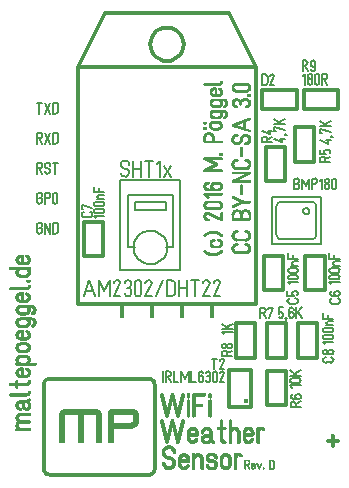
<source format=gto>
%FSLAX35Y35*%
%MOIN*%
%IN21=Bestueckungsdruckoben(X.PosiTop)*%
%ADD10C,0.00197*%
%ADD11C,0.00205*%
%ADD12C,0.00256*%
%ADD13C,0.00500*%
%ADD14C,0.00512*%
%ADD15C,0.00591*%
%ADD16C,0.00768*%
%ADD17C,0.00787*%
%ADD18C,0.01181*%
%ADD19C,0.01575*%
%ADD20C,0.01969*%
%ADD21C,0.02362*%
%ADD22C,0.03150*%
%ADD23C,0.09843*%
%AMR_24*21,1,0.01181,0.01181,0,0,0.000*%
%ADD24R_24*%
%AMR_25*21,1,0.01969,0.01969,0,0,0.000*%
%ADD25R_25*%
%AMR_26*21,1,0.02362,0.04724,0,0,0.000*%
%ADD26R_26*%
%AMR_27*21,1,0.02756,0.04331,0,0,90.000*%
%ADD27R_27*%
%AMR_28*21,1,0.02953,0.04331,0,0,90.000*%
%ADD28R_28*%
%AMR_29*21,1,0.03150,0.04331,0,0,0.000*%
%ADD29R_29*%
%AMR_30*21,1,0.03150,0.04331,0,0,90.000*%
%ADD30R_30*%
%AMR_31*21,1,0.03150,0.04331,0,0,270.000*%
%ADD31R_31*%
%AMR_32*21,1,0.03543,0.04331,0,0,90.000*%
%ADD32R_32*%
%AMR_33*21,1,0.04724,0.02362,0,0,0.000*%
%ADD33R_33*%
%AMR_34*21,1,0.04724,0.07087,0,0,90.000*%
%ADD34R_34*%
%AMR_35*21,1,0.05000,0.02500,0,0,0.000*%
%ADD35R_35*%
%AMR_36*21,1,0.05512,0.05512,0,0,0.000*%
%ADD36R_36*%
%AMR_37*21,1,0.05512,0.05512,0,0,180.000*%
%ADD37R_37*%
%AMR_38*21,1,0.06250,0.06250,0,0,0.000*%
%ADD38R_38*%
%AMR_39*21,1,0.06250,0.07500,0,0,0.000*%
%ADD39R_39*%
%AMR_40*21,1,0.06693,0.04724,0,0,270.000*%
%ADD40R_40*%
%AMR_41*21,1,0.07500,0.07500,0,0,0.000*%
%ADD41R_41*%
%AMR_42*21,1,0.10236,0.05512,0,0,90.000*%
%ADD42R_42*%
%AMR_43*21,1,0.13189,0.07874,0,0,270.000*%
%ADD43R_43*%
%AMR_44*21,1,0.16250,0.19685,0,0,0.000*%
%ADD44R_44*%
%AMR_45*21,1,0.19685,0.19685,0,0,0.000*%
%ADD45R_45*%
%AMOCT_46*4,1,8,0.019685,0.013780,0.009843,0.023622,-0.009843,0.023622,-0.019685,0.013780,-0.019685,-0.013780,-0.009843,-0.023622,0.009843,-0.023622,0.019685,-0.013780,0.019685,0.013780,0.000*%
%ADD46OCT_46*%
%AMOCT_47*4,1,8,0.023622,0.009843,0.013780,0.019685,-0.013780,0.019685,-0.023622,0.009843,-0.023622,-0.009843,-0.013780,-0.019685,0.013780,-0.019685,0.023622,-0.009843,0.023622,0.009843,0.000*%
%ADD47OCT_47*%
%AMOCT_48*4,1,8,0.023622,0.011811,0.011811,0.023622,-0.011811,0.023622,-0.023622,0.011811,-0.023622,-0.011811,-0.011811,-0.023622,0.011811,-0.023622,0.023622,-0.011811,0.023622,0.011811,0.000*%
%ADD48OCT_48*%
%AMOCT_49*4,1,8,0.035433,0.017717,0.017717,0.035433,-0.017717,0.035433,-0.035433,0.017717,-0.035433,-0.017717,-0.017717,-0.035433,0.017717,-0.035433,0.035433,-0.017717,0.035433,0.017717,90.000*%
%ADD49OCT_49*%
%AMOCT_50*4,1,8,0.035433,0.017717,0.017717,0.035433,-0.017717,0.035433,-0.035433,0.017717,-0.035433,-0.017717,-0.017717,-0.035433,0.017717,-0.035433,0.035433,-0.017717,0.035433,0.017717,270.000*%
%ADD50OCT_50*%
%AMRR_51*21,1,0.01969,0.09843,0,0,180.000*21,1,0.01575,0.10236,0,0,180.000*1,1,0.00394,-0.00787,-0.04921*1,1,0.00394,0.00787,0.04921*1,1,0.00394,-0.00787,0.04921*1,1,0.00394,0.00787,-0.04921*%
%ADD51RR_51*%
%AMRR_52*21,1,0.02756,0.04173,0,0,180.000*21,1,0.02205,0.04724,0,0,180.000*1,1,0.00551,-0.01102,-0.02087*1,1,0.00551,0.01102,0.02087*1,1,0.00551,-0.01102,0.02087*1,1,0.00551,0.01102,-0.02087*%
%ADD52RR_52*%
%AMRR_53*21,1,0.02756,0.03346,0,0,180.000*21,1,0.01378,0.04724,0,0,180.000*1,1,0.01378,-0.00689,-0.01673*1,1,0.01378,0.00689,0.01673*1,1,0.01378,-0.00689,0.01673*1,1,0.01378,0.00689,-0.01673*%
%ADD53RR_53*%
%AMRR_54*21,1,0.07087,0.05669,0,0,90.000*21,1,0.05669,0.07087,0,0,90.000*1,1,0.01417,-0.02835,0.02835*1,1,0.01417,0.02835,-0.02835*1,1,0.01417,0.02835,0.02835*1,1,0.01417,-0.02835,-0.02835*%
%ADD54RR_54*%
%AMRR_55*21,1,0.07087,0.05669,0,0,270.000*21,1,0.05669,0.07087,0,0,270.000*1,1,0.01417,0.02835,-0.02835*1,1,0.01417,-0.02835,0.02835*1,1,0.01417,-0.02835,-0.02835*1,1,0.01417,0.02835,0.02835*%
%ADD55RR_55*%
%AMRR_56*21,1,0.08268,0.08583,0,0,180.000*21,1,0.06614,0.10236,0,0,180.000*1,1,0.01654,-0.03307,-0.04291*1,1,0.01654,0.03307,0.04291*1,1,0.01654,-0.03307,0.04291*1,1,0.01654,0.03307,-0.04291*%
%ADD56RR_56*%
%AMRR_57*21,1,0.08500,0.03400,0,0,0.000*21,1,0.07650,0.04250,0,0,0.000*1,1,0.00850,0.03825,0.01700*1,1,0.00850,-0.03825,-0.01700*1,1,0.00850,0.03825,-0.01700*1,1,0.00850,-0.03825,0.01700*%
%ADD57RR_57*%
%AMRR_58*21,1,0.10000,0.04000,0,0,0.000*21,1,0.09000,0.05000,0,0,0.000*1,1,0.01000,0.04500,0.02000*1,1,0.01000,-0.04500,-0.02000*1,1,0.01000,0.04500,-0.02000*1,1,0.01000,-0.04500,0.02000*%
%ADD58RR_58*%
%AMRR_59*21,1,0.10236,0.02756,0,0,90.000*21,1,0.07480,0.05512,0,0,90.000*1,1,0.02756,-0.01378,0.03740*1,1,0.02756,0.01378,-0.03740*1,1,0.02756,0.01378,0.03740*1,1,0.02756,-0.01378,-0.03740*%
%ADD59RR_59*%
G54D10*
X59008Y23848D02*
X57276Y30934D01*
X57089Y31189D01*
X56776Y31238D01*
X56521Y31051D01*
X56473Y30738D01*
X58205Y23651D01*
X58392Y23396D01*
X58705Y23348D01*
X58960Y23535D01*
X59008Y23848D01*
X58312Y23505D02*
X58920Y23505D01*
X58202Y23663D02*
X58980Y23663D01*
X58164Y23820D02*
X59004Y23820D01*
X58125Y23978D02*
X58977Y23978D01*
X58087Y24135D02*
X58938Y24135D01*
X58048Y24293D02*
X58900Y24293D01*
X58010Y24450D02*
X58861Y24450D01*
X57971Y24608D02*
X58823Y24608D01*
X57933Y24765D02*
X58784Y24765D01*
X57894Y24923D02*
X58746Y24923D01*
X57856Y25080D02*
X58707Y25080D01*
X57817Y25238D02*
X58669Y25238D01*
X57779Y25395D02*
X58630Y25395D01*
X57740Y25553D02*
X58592Y25553D01*
X57702Y25710D02*
X58553Y25710D01*
X57663Y25868D02*
X58515Y25868D01*
X57625Y26025D02*
X58476Y26025D01*
X57586Y26183D02*
X58438Y26183D01*
X57548Y26340D02*
X58399Y26340D01*
X57509Y26498D02*
X58361Y26498D01*
X57471Y26655D02*
X58322Y26655D01*
X57432Y26813D02*
X58284Y26813D01*
X57394Y26970D02*
X58245Y26970D01*
X57356Y27127D02*
X58207Y27127D01*
X57317Y27285D02*
X58168Y27285D01*
X57279Y27442D02*
X58130Y27442D01*
X57240Y27600D02*
X58091Y27600D01*
X57202Y27757D02*
X58053Y27757D01*
X57163Y27915D02*
X58014Y27915D01*
X57125Y28072D02*
X57976Y28072D01*
X57086Y28230D02*
X57937Y28230D01*
X57048Y28387D02*
X57899Y28387D01*
X57009Y28545D02*
X57860Y28545D01*
X56971Y28702D02*
X57822Y28702D01*
X56932Y28860D02*
X57783Y28860D01*
X56894Y29017D02*
X57745Y29017D01*
X56855Y29175D02*
X57706Y29175D01*
X56817Y29332D02*
X57668Y29332D01*
X56778Y29490D02*
X57629Y29490D01*
X56740Y29647D02*
X57591Y29647D01*
X56701Y29805D02*
X57552Y29805D01*
X56663Y29962D02*
X57514Y29962D01*
X56624Y30120D02*
X57475Y30120D01*
X56586Y30277D02*
X57437Y30277D01*
X56547Y30435D02*
X57398Y30435D01*
X56509Y30592D02*
X57360Y30592D01*
X56475Y30750D02*
X57321Y30750D01*
X56499Y30907D02*
X57283Y30907D01*
X56540Y31064D02*
X57181Y31064D01*
X56755Y31222D02*
X56878Y31222D01*
X60017Y30938D02*
X58206Y23852D01*
X58251Y23539D01*
X58504Y23349D01*
X58818Y23394D01*
X59007Y23647D01*
X60818Y30734D01*
X60773Y31047D01*
X60520Y31237D01*
X60207Y31192D01*
X60017Y30938D01*
X58294Y23506D02*
X58902Y23506D01*
X58233Y23664D02*
X59012Y23664D01*
X58211Y23821D02*
X59052Y23821D01*
X58239Y23979D02*
X59092Y23979D01*
X58279Y24136D02*
X59132Y24136D01*
X58319Y24294D02*
X59173Y24294D01*
X58359Y24451D02*
X59213Y24451D01*
X58400Y24609D02*
X59253Y24609D01*
X58440Y24766D02*
X59293Y24766D01*
X58480Y24924D02*
X59334Y24924D01*
X58520Y25081D02*
X59374Y25081D01*
X58561Y25239D02*
X59414Y25239D01*
X58601Y25396D02*
X59454Y25396D01*
X58641Y25554D02*
X59495Y25554D01*
X58681Y25711D02*
X59535Y25711D01*
X58722Y25869D02*
X59575Y25869D01*
X58762Y26026D02*
X59615Y26026D01*
X58802Y26184D02*
X59656Y26184D01*
X58842Y26341D02*
X59696Y26341D01*
X58883Y26499D02*
X59736Y26499D01*
X58923Y26656D02*
X59776Y26656D01*
X58963Y26814D02*
X59816Y26814D01*
X59003Y26971D02*
X59857Y26971D01*
X59044Y27129D02*
X59897Y27129D01*
X59084Y27286D02*
X59937Y27286D01*
X59124Y27443D02*
X59977Y27443D01*
X59164Y27601D02*
X60018Y27601D01*
X59205Y27758D02*
X60058Y27758D01*
X59245Y27916D02*
X60098Y27916D01*
X59285Y28073D02*
X60138Y28073D01*
X59325Y28231D02*
X60179Y28231D01*
X59366Y28388D02*
X60219Y28388D01*
X59406Y28546D02*
X60259Y28546D01*
X59446Y28703D02*
X60299Y28703D01*
X59486Y28861D02*
X60340Y28861D01*
X59527Y29018D02*
X60380Y29018D01*
X59567Y29176D02*
X60420Y29176D01*
X59607Y29333D02*
X60460Y29333D01*
X59647Y29491D02*
X60501Y29491D01*
X59688Y29648D02*
X60541Y29648D01*
X59728Y29806D02*
X60581Y29806D01*
X59768Y29963D02*
X60621Y29963D01*
X59808Y30121D02*
X60662Y30121D01*
X59849Y30278D02*
X60702Y30278D01*
X59889Y30436D02*
X60742Y30436D01*
X59929Y30593D02*
X60782Y30593D01*
X59969Y30751D02*
X60816Y30751D01*
X60010Y30908D02*
X60793Y30908D01*
X60112Y31066D02*
X60749Y31066D01*
X60425Y31223D02*
X60538Y31223D01*
X62629Y23852D02*
X60818Y30938D01*
X60629Y31192D01*
X60315Y31237D01*
X60062Y31047D01*
X60017Y30734D01*
X61828Y23647D01*
X62018Y23394D01*
X62331Y23349D01*
X62584Y23539D01*
X62629Y23852D01*
X61934Y23506D02*
X62541Y23506D01*
X61824Y23664D02*
X62602Y23664D01*
X61784Y23821D02*
X62625Y23821D01*
X61744Y23979D02*
X62597Y23979D01*
X61703Y24136D02*
X62557Y24136D01*
X61663Y24294D02*
X62516Y24294D01*
X61623Y24451D02*
X62476Y24451D01*
X61583Y24609D02*
X62436Y24609D01*
X61542Y24766D02*
X62396Y24766D01*
X61502Y24924D02*
X62355Y24924D01*
X61462Y25081D02*
X62315Y25081D01*
X61422Y25239D02*
X62275Y25239D01*
X61381Y25396D02*
X62235Y25396D01*
X61341Y25554D02*
X62194Y25554D01*
X61301Y25711D02*
X62154Y25711D01*
X61261Y25869D02*
X62114Y25869D01*
X61220Y26026D02*
X62074Y26026D01*
X61180Y26184D02*
X62033Y26184D01*
X61140Y26341D02*
X61993Y26341D01*
X61100Y26499D02*
X61953Y26499D01*
X61059Y26656D02*
X61913Y26656D01*
X61019Y26814D02*
X61872Y26814D01*
X60979Y26971D02*
X61832Y26971D01*
X60939Y27129D02*
X61792Y27129D01*
X60898Y27286D02*
X61752Y27286D01*
X60858Y27443D02*
X61711Y27443D01*
X60818Y27601D02*
X61671Y27601D01*
X60778Y27758D02*
X61631Y27758D01*
X60737Y27916D02*
X61591Y27916D01*
X60697Y28073D02*
X61551Y28073D01*
X60657Y28231D02*
X61510Y28231D01*
X60617Y28388D02*
X61470Y28388D01*
X60576Y28546D02*
X61430Y28546D01*
X60536Y28703D02*
X61390Y28703D01*
X60496Y28861D02*
X61349Y28861D01*
X60456Y29018D02*
X61309Y29018D01*
X60415Y29176D02*
X61269Y29176D01*
X60375Y29333D02*
X61229Y29333D01*
X60335Y29491D02*
X61188Y29491D01*
X60295Y29648D02*
X61148Y29648D01*
X60254Y29806D02*
X61108Y29806D01*
X60214Y29963D02*
X61068Y29963D01*
X60174Y30121D02*
X61027Y30121D01*
X60134Y30278D02*
X60987Y30278D01*
X60093Y30436D02*
X60947Y30436D01*
X60053Y30593D02*
X60907Y30593D01*
X60020Y30751D02*
X60866Y30751D01*
X60042Y30908D02*
X60826Y30908D01*
X60087Y31066D02*
X60723Y31066D01*
X60297Y31223D02*
X60410Y31223D01*
X63560Y30934D02*
X61827Y23848D01*
X61875Y23535D01*
X62131Y23348D01*
X62443Y23396D01*
X62630Y23651D01*
X64363Y30738D01*
X64314Y31051D01*
X64059Y31238D01*
X63747Y31189D01*
X63560Y30934D01*
X61916Y23505D02*
X62523Y23505D01*
X61856Y23663D02*
X62633Y23663D01*
X61831Y23820D02*
X62672Y23820D01*
X61859Y23978D02*
X62710Y23978D01*
X61898Y24135D02*
X62749Y24135D01*
X61936Y24293D02*
X62787Y24293D01*
X61975Y24450D02*
X62826Y24450D01*
X62013Y24608D02*
X62864Y24608D01*
X62052Y24765D02*
X62903Y24765D01*
X62090Y24923D02*
X62941Y24923D01*
X62129Y25080D02*
X62980Y25080D01*
X62167Y25238D02*
X63018Y25238D01*
X62206Y25395D02*
X63057Y25395D01*
X62244Y25553D02*
X63095Y25553D01*
X62283Y25710D02*
X63134Y25710D01*
X62321Y25868D02*
X63172Y25868D01*
X62360Y26025D02*
X63211Y26025D01*
X62398Y26183D02*
X63249Y26183D01*
X62437Y26340D02*
X63288Y26340D01*
X62475Y26498D02*
X63326Y26498D01*
X62514Y26655D02*
X63365Y26655D01*
X62552Y26813D02*
X63403Y26813D01*
X62591Y26970D02*
X63442Y26970D01*
X62629Y27127D02*
X63480Y27127D01*
X62667Y27285D02*
X63519Y27285D01*
X62706Y27442D02*
X63557Y27442D01*
X62744Y27600D02*
X63596Y27600D01*
X62783Y27757D02*
X63634Y27757D01*
X62821Y27915D02*
X63673Y27915D01*
X62860Y28072D02*
X63711Y28072D01*
X62898Y28230D02*
X63750Y28230D01*
X62937Y28387D02*
X63788Y28387D01*
X62975Y28545D02*
X63827Y28545D01*
X63014Y28702D02*
X63865Y28702D01*
X63052Y28860D02*
X63904Y28860D01*
X63091Y29017D02*
X63942Y29017D01*
X63129Y29175D02*
X63981Y29175D01*
X63168Y29332D02*
X64019Y29332D01*
X63206Y29490D02*
X64058Y29490D01*
X63245Y29647D02*
X64096Y29647D01*
X63283Y29805D02*
X64135Y29805D01*
X63322Y29962D02*
X64173Y29962D01*
X63360Y30120D02*
X64212Y30120D01*
X63399Y30277D02*
X64250Y30277D01*
X63437Y30435D02*
X64289Y30435D01*
X63476Y30592D02*
X64327Y30592D01*
X63514Y30750D02*
X64361Y30750D01*
X63553Y30907D02*
X64337Y30907D01*
X63655Y31064D02*
X64296Y31064D01*
X63957Y31222D02*
X64081Y31222D01*
X65359Y28710D02*
X65359Y23750D01*
X65480Y23457D01*
X65772Y23336D01*
X66064Y23457D01*
X66186Y23750D01*
X66186Y28710D01*
X66064Y29002D01*
X65772Y29124D01*
X65480Y29002D01*
X65359Y28710D01*
X65465Y23494D02*
X66080Y23494D01*
X65400Y23651D02*
X66145Y23651D01*
X65359Y23809D02*
X66186Y23809D01*
X65359Y23966D02*
X66186Y23966D01*
X65359Y24124D02*
X66186Y24124D01*
X65359Y24281D02*
X66186Y24281D01*
X65359Y24438D02*
X66186Y24438D01*
X65359Y24596D02*
X66186Y24596D01*
X65359Y24753D02*
X66186Y24753D01*
X65359Y24911D02*
X66186Y24911D01*
X65359Y25068D02*
X66186Y25068D01*
X65359Y25226D02*
X66186Y25226D01*
X65359Y25383D02*
X66186Y25383D01*
X65359Y25541D02*
X66186Y25541D01*
X65359Y25698D02*
X66186Y25698D01*
X65359Y25856D02*
X66186Y25856D01*
X65359Y26013D02*
X66186Y26013D01*
X65359Y26171D02*
X66186Y26171D01*
X65359Y26328D02*
X66186Y26328D01*
X65359Y26486D02*
X66186Y26486D01*
X65359Y26643D02*
X66186Y26643D01*
X65359Y26801D02*
X66186Y26801D01*
X65359Y26958D02*
X66186Y26958D01*
X65359Y27116D02*
X66186Y27116D01*
X65359Y27273D02*
X66186Y27273D01*
X65359Y27431D02*
X66186Y27431D01*
X65359Y27588D02*
X66186Y27588D01*
X65359Y27746D02*
X66186Y27746D01*
X65359Y27903D02*
X66186Y27903D01*
X65359Y28061D02*
X66186Y28061D01*
X65359Y28218D02*
X66186Y28218D01*
X65359Y28375D02*
X66186Y28375D01*
X65359Y28533D02*
X66186Y28533D01*
X65359Y28690D02*
X66186Y28690D01*
X65416Y28848D02*
X66128Y28848D01*
X65487Y29005D02*
X66057Y29005D01*
X65359Y30836D02*
X65359Y30127D01*
X65480Y29835D01*
X65772Y29714D01*
X66064Y29835D01*
X66186Y30127D01*
X66186Y30836D01*
X66064Y31128D01*
X65772Y31250D01*
X65480Y31128D01*
X65359Y30836D01*
X65465Y29872D02*
X66080Y29872D01*
X65400Y30029D02*
X66145Y30029D01*
X65359Y30187D02*
X66186Y30187D01*
X65359Y30344D02*
X66186Y30344D01*
X65359Y30501D02*
X66186Y30501D01*
X65359Y30659D02*
X66186Y30659D01*
X65359Y30816D02*
X66186Y30816D01*
X65416Y30974D02*
X66128Y30974D01*
X65487Y31131D02*
X66057Y31131D01*
X67583Y30423D02*
X71126Y30423D01*
X71419Y30544D01*
X71540Y30836D01*
X71419Y31128D01*
X71126Y31250D01*
X67583Y31250D01*
X67291Y31128D01*
X67170Y30836D01*
X67291Y30544D01*
X67583Y30423D01*
X67276Y30580D02*
X71434Y30580D01*
X67211Y30738D02*
X71499Y30738D01*
X67194Y30895D02*
X71515Y30895D01*
X67259Y31053D02*
X71450Y31053D01*
X67488Y31210D02*
X71222Y31210D01*
X67997Y27293D02*
X67997Y30836D01*
X67875Y31128D01*
X67583Y31250D01*
X67291Y31128D01*
X67170Y30836D01*
X67170Y27293D01*
X67291Y27001D01*
X67583Y26879D01*
X67875Y27001D01*
X67997Y27293D01*
X67276Y27037D02*
X67891Y27037D01*
X67211Y27194D02*
X67956Y27194D01*
X67170Y27352D02*
X67997Y27352D01*
X67170Y27509D02*
X67997Y27509D01*
X67170Y27667D02*
X67997Y27667D01*
X67170Y27824D02*
X67997Y27824D01*
X67170Y27982D02*
X67997Y27982D01*
X67170Y28139D02*
X67997Y28139D01*
X67170Y28297D02*
X67997Y28297D01*
X67170Y28454D02*
X67997Y28454D01*
X67170Y28612D02*
X67997Y28612D01*
X67170Y28769D02*
X67997Y28769D01*
X67170Y28927D02*
X67997Y28927D01*
X67170Y29084D02*
X67997Y29084D01*
X67170Y29242D02*
X67997Y29242D01*
X67170Y29399D02*
X67997Y29399D01*
X67170Y29557D02*
X67997Y29557D01*
X67170Y29714D02*
X67997Y29714D01*
X67170Y29872D02*
X67997Y29872D01*
X67170Y30029D02*
X67997Y30029D01*
X67170Y30187D02*
X67997Y30187D01*
X67170Y30344D02*
X67997Y30344D01*
X67170Y30501D02*
X67997Y30501D01*
X67170Y30659D02*
X67997Y30659D01*
X67170Y30816D02*
X67997Y30816D01*
X67227Y30974D02*
X67939Y30974D01*
X67298Y31131D02*
X67868Y31131D01*
X70024Y27706D02*
X67583Y27706D01*
X67291Y27585D01*
X67170Y27293D01*
X67291Y27001D01*
X67583Y26879D01*
X70024Y26879D01*
X70316Y27001D01*
X70437Y27293D01*
X70316Y27585D01*
X70024Y27706D01*
X67276Y27037D02*
X70331Y27037D01*
X67211Y27194D02*
X70397Y27194D01*
X67194Y27352D02*
X70413Y27352D01*
X67259Y27509D02*
X70348Y27509D01*
X67488Y27667D02*
X70119Y27667D01*
X67997Y23750D02*
X67997Y27293D01*
X67875Y27585D01*
X67583Y27706D01*
X67291Y27585D01*
X67170Y27293D01*
X67170Y23750D01*
X67291Y23457D01*
X67583Y23336D01*
X67875Y23457D01*
X67997Y23750D01*
X67276Y23494D02*
X67891Y23494D01*
X67211Y23651D02*
X67956Y23651D01*
X67170Y23809D02*
X67997Y23809D01*
X67170Y23966D02*
X67997Y23966D01*
X67170Y24124D02*
X67997Y24124D01*
X67170Y24281D02*
X67997Y24281D01*
X67170Y24438D02*
X67997Y24438D01*
X67170Y24596D02*
X67997Y24596D01*
X67170Y24753D02*
X67997Y24753D01*
X67170Y24911D02*
X67997Y24911D01*
X67170Y25068D02*
X67997Y25068D01*
X67170Y25226D02*
X67997Y25226D01*
X67170Y25383D02*
X67997Y25383D01*
X67170Y25541D02*
X67997Y25541D01*
X67170Y25698D02*
X67997Y25698D01*
X67170Y25856D02*
X67997Y25856D01*
X67170Y26013D02*
X67997Y26013D01*
X67170Y26171D02*
X67997Y26171D01*
X67170Y26328D02*
X67997Y26328D01*
X67170Y26486D02*
X67997Y26486D01*
X67170Y26643D02*
X67997Y26643D01*
X67170Y26801D02*
X67997Y26801D01*
X67170Y26958D02*
X67997Y26958D01*
X67170Y27116D02*
X67997Y27116D01*
X67170Y27273D02*
X67997Y27273D01*
X67227Y27431D02*
X67939Y27431D01*
X67298Y27588D02*
X67868Y27588D01*
X72524Y28710D02*
X72524Y23750D01*
X72645Y23457D01*
X72937Y23336D01*
X73230Y23457D01*
X73351Y23750D01*
X73351Y28710D01*
X73230Y29002D01*
X72937Y29124D01*
X72645Y29002D01*
X72524Y28710D01*
X72630Y23494D02*
X73245Y23494D01*
X72565Y23651D02*
X73310Y23651D01*
X72524Y23809D02*
X73351Y23809D01*
X72524Y23966D02*
X73351Y23966D01*
X72524Y24124D02*
X73351Y24124D01*
X72524Y24281D02*
X73351Y24281D01*
X72524Y24438D02*
X73351Y24438D01*
X72524Y24596D02*
X73351Y24596D01*
X72524Y24753D02*
X73351Y24753D01*
X72524Y24911D02*
X73351Y24911D01*
X72524Y25068D02*
X73351Y25068D01*
X72524Y25226D02*
X73351Y25226D01*
X72524Y25383D02*
X73351Y25383D01*
X72524Y25541D02*
X73351Y25541D01*
X72524Y25698D02*
X73351Y25698D01*
X72524Y25856D02*
X73351Y25856D01*
X72524Y26013D02*
X73351Y26013D01*
X72524Y26171D02*
X73351Y26171D01*
X72524Y26328D02*
X73351Y26328D01*
X72524Y26486D02*
X73351Y26486D01*
X72524Y26643D02*
X73351Y26643D01*
X72524Y26801D02*
X73351Y26801D01*
X72524Y26958D02*
X73351Y26958D01*
X72524Y27116D02*
X73351Y27116D01*
X72524Y27273D02*
X73351Y27273D01*
X72524Y27431D02*
X73351Y27431D01*
X72524Y27588D02*
X73351Y27588D01*
X72524Y27746D02*
X73351Y27746D01*
X72524Y27903D02*
X73351Y27903D01*
X72524Y28061D02*
X73351Y28061D01*
X72524Y28218D02*
X73351Y28218D01*
X72524Y28375D02*
X73351Y28375D01*
X72524Y28533D02*
X73351Y28533D01*
X72524Y28690D02*
X73351Y28690D01*
X72581Y28848D02*
X73294Y28848D01*
X72652Y29005D02*
X73223Y29005D01*
X72524Y30836D02*
X72524Y30127D01*
X72645Y29835D01*
X72937Y29714D01*
X73230Y29835D01*
X73351Y30127D01*
X73351Y30836D01*
X73230Y31128D01*
X72937Y31250D01*
X72645Y31128D01*
X72524Y30836D01*
X72630Y29872D02*
X73245Y29872D01*
X72565Y30029D02*
X73310Y30029D01*
X72524Y30187D02*
X73351Y30187D01*
X72524Y30344D02*
X73351Y30344D01*
X72524Y30501D02*
X73351Y30501D01*
X72524Y30659D02*
X73351Y30659D01*
X72524Y30816D02*
X73351Y30816D01*
X72581Y30974D02*
X73294Y30974D01*
X72652Y31131D02*
X73223Y31131D01*
X59008Y15098D02*
X57276Y22184D01*
X57089Y22439D01*
X56776Y22488D01*
X56521Y22301D01*
X56473Y21988D01*
X58205Y14901D01*
X58392Y14646D01*
X58705Y14598D01*
X58960Y14785D01*
X59008Y15098D01*
X58312Y14755D02*
X58920Y14755D01*
X58202Y14913D02*
X58980Y14913D01*
X58164Y15070D02*
X59004Y15070D01*
X58125Y15228D02*
X58977Y15228D01*
X58087Y15385D02*
X58938Y15385D01*
X58048Y15543D02*
X58900Y15543D01*
X58010Y15700D02*
X58861Y15700D01*
X57971Y15858D02*
X58823Y15858D01*
X57933Y16015D02*
X58784Y16015D01*
X57894Y16173D02*
X58746Y16173D01*
X57856Y16330D02*
X58707Y16330D01*
X57817Y16488D02*
X58669Y16488D01*
X57779Y16645D02*
X58630Y16645D01*
X57740Y16803D02*
X58592Y16803D01*
X57702Y16960D02*
X58553Y16960D01*
X57663Y17118D02*
X58515Y17118D01*
X57625Y17275D02*
X58476Y17275D01*
X57586Y17433D02*
X58438Y17433D01*
X57548Y17590D02*
X58399Y17590D01*
X57509Y17748D02*
X58361Y17748D01*
X57471Y17905D02*
X58322Y17905D01*
X57432Y18063D02*
X58284Y18063D01*
X57394Y18220D02*
X58245Y18220D01*
X57356Y18377D02*
X58207Y18377D01*
X57317Y18535D02*
X58168Y18535D01*
X57279Y18692D02*
X58130Y18692D01*
X57240Y18850D02*
X58091Y18850D01*
X57202Y19007D02*
X58053Y19007D01*
X57163Y19165D02*
X58014Y19165D01*
X57125Y19322D02*
X57976Y19322D01*
X57086Y19480D02*
X57937Y19480D01*
X57048Y19637D02*
X57899Y19637D01*
X57009Y19795D02*
X57860Y19795D01*
X56971Y19952D02*
X57822Y19952D01*
X56932Y20110D02*
X57783Y20110D01*
X56894Y20267D02*
X57745Y20267D01*
X56855Y20425D02*
X57706Y20425D01*
X56817Y20582D02*
X57668Y20582D01*
X56778Y20740D02*
X57629Y20740D01*
X56740Y20897D02*
X57591Y20897D01*
X56701Y21055D02*
X57552Y21055D01*
X56663Y21212D02*
X57514Y21212D01*
X56624Y21370D02*
X57475Y21370D01*
X56586Y21527D02*
X57437Y21527D01*
X56547Y21685D02*
X57398Y21685D01*
X56509Y21842D02*
X57360Y21842D01*
X56475Y22000D02*
X57321Y22000D01*
X56499Y22157D02*
X57283Y22157D01*
X56540Y22314D02*
X57181Y22314D01*
X56755Y22472D02*
X56878Y22472D01*
X60017Y22188D02*
X58206Y15102D01*
X58251Y14789D01*
X58504Y14599D01*
X58818Y14644D01*
X59007Y14897D01*
X60818Y21984D01*
X60773Y22297D01*
X60520Y22487D01*
X60207Y22442D01*
X60017Y22188D01*
X58294Y14756D02*
X58902Y14756D01*
X58233Y14914D02*
X59012Y14914D01*
X58211Y15071D02*
X59052Y15071D01*
X58239Y15229D02*
X59092Y15229D01*
X58279Y15386D02*
X59132Y15386D01*
X58319Y15544D02*
X59173Y15544D01*
X58359Y15701D02*
X59213Y15701D01*
X58400Y15859D02*
X59253Y15859D01*
X58440Y16016D02*
X59293Y16016D01*
X58480Y16174D02*
X59334Y16174D01*
X58520Y16331D02*
X59374Y16331D01*
X58561Y16489D02*
X59414Y16489D01*
X58601Y16646D02*
X59454Y16646D01*
X58641Y16804D02*
X59495Y16804D01*
X58681Y16961D02*
X59535Y16961D01*
X58722Y17119D02*
X59575Y17119D01*
X58762Y17276D02*
X59615Y17276D01*
X58802Y17434D02*
X59656Y17434D01*
X58842Y17591D02*
X59696Y17591D01*
X58883Y17749D02*
X59736Y17749D01*
X58923Y17906D02*
X59776Y17906D01*
X58963Y18064D02*
X59816Y18064D01*
X59003Y18221D02*
X59857Y18221D01*
X59044Y18379D02*
X59897Y18379D01*
X59084Y18536D02*
X59937Y18536D01*
X59124Y18693D02*
X59977Y18693D01*
X59164Y18851D02*
X60018Y18851D01*
X59205Y19008D02*
X60058Y19008D01*
X59245Y19166D02*
X60098Y19166D01*
X59285Y19323D02*
X60138Y19323D01*
X59325Y19481D02*
X60179Y19481D01*
X59366Y19638D02*
X60219Y19638D01*
X59406Y19796D02*
X60259Y19796D01*
X59446Y19953D02*
X60299Y19953D01*
X59486Y20111D02*
X60340Y20111D01*
X59527Y20268D02*
X60380Y20268D01*
X59567Y20426D02*
X60420Y20426D01*
X59607Y20583D02*
X60460Y20583D01*
X59647Y20741D02*
X60501Y20741D01*
X59688Y20898D02*
X60541Y20898D01*
X59728Y21056D02*
X60581Y21056D01*
X59768Y21213D02*
X60621Y21213D01*
X59808Y21371D02*
X60662Y21371D01*
X59849Y21528D02*
X60702Y21528D01*
X59889Y21686D02*
X60742Y21686D01*
X59929Y21843D02*
X60782Y21843D01*
X59969Y22001D02*
X60816Y22001D01*
X60010Y22158D02*
X60793Y22158D01*
X60112Y22316D02*
X60749Y22316D01*
X60425Y22473D02*
X60538Y22473D01*
X62629Y15102D02*
X60818Y22188D01*
X60629Y22442D01*
X60315Y22487D01*
X60062Y22297D01*
X60017Y21984D01*
X61828Y14897D01*
X62018Y14644D01*
X62331Y14599D01*
X62584Y14789D01*
X62629Y15102D01*
X61934Y14756D02*
X62541Y14756D01*
X61824Y14914D02*
X62602Y14914D01*
X61784Y15071D02*
X62625Y15071D01*
X61744Y15229D02*
X62597Y15229D01*
X61703Y15386D02*
X62557Y15386D01*
X61663Y15544D02*
X62516Y15544D01*
X61623Y15701D02*
X62476Y15701D01*
X61583Y15859D02*
X62436Y15859D01*
X61542Y16016D02*
X62396Y16016D01*
X61502Y16174D02*
X62355Y16174D01*
X61462Y16331D02*
X62315Y16331D01*
X61422Y16489D02*
X62275Y16489D01*
X61381Y16646D02*
X62235Y16646D01*
X61341Y16804D02*
X62194Y16804D01*
X61301Y16961D02*
X62154Y16961D01*
X61261Y17119D02*
X62114Y17119D01*
X61220Y17276D02*
X62074Y17276D01*
X61180Y17434D02*
X62033Y17434D01*
X61140Y17591D02*
X61993Y17591D01*
X61100Y17749D02*
X61953Y17749D01*
X61059Y17906D02*
X61913Y17906D01*
X61019Y18064D02*
X61872Y18064D01*
X60979Y18221D02*
X61832Y18221D01*
X60939Y18379D02*
X61792Y18379D01*
X60898Y18536D02*
X61752Y18536D01*
X60858Y18693D02*
X61711Y18693D01*
X60818Y18851D02*
X61671Y18851D01*
X60778Y19008D02*
X61631Y19008D01*
X60737Y19166D02*
X61591Y19166D01*
X60697Y19323D02*
X61551Y19323D01*
X60657Y19481D02*
X61510Y19481D01*
X60617Y19638D02*
X61470Y19638D01*
X60576Y19796D02*
X61430Y19796D01*
X60536Y19953D02*
X61390Y19953D01*
X60496Y20111D02*
X61349Y20111D01*
X60456Y20268D02*
X61309Y20268D01*
X60415Y20426D02*
X61269Y20426D01*
X60375Y20583D02*
X61229Y20583D01*
X60335Y20741D02*
X61188Y20741D01*
X60295Y20898D02*
X61148Y20898D01*
X60254Y21056D02*
X61108Y21056D01*
X60214Y21213D02*
X61068Y21213D01*
X60174Y21371D02*
X61027Y21371D01*
X60134Y21528D02*
X60987Y21528D01*
X60093Y21686D02*
X60947Y21686D01*
X60053Y21843D02*
X60907Y21843D01*
X60020Y22001D02*
X60866Y22001D01*
X60042Y22158D02*
X60826Y22158D01*
X60087Y22316D02*
X60723Y22316D01*
X60297Y22473D02*
X60410Y22473D01*
X63560Y22184D02*
X61827Y15098D01*
X61875Y14785D01*
X62131Y14598D01*
X62443Y14646D01*
X62630Y14901D01*
X64363Y21988D01*
X64314Y22301D01*
X64059Y22488D01*
X63747Y22439D01*
X63560Y22184D01*
X61916Y14755D02*
X62523Y14755D01*
X61856Y14913D02*
X62633Y14913D01*
X61831Y15070D02*
X62672Y15070D01*
X61859Y15228D02*
X62710Y15228D01*
X61898Y15385D02*
X62749Y15385D01*
X61936Y15543D02*
X62787Y15543D01*
X61975Y15700D02*
X62826Y15700D01*
X62013Y15858D02*
X62864Y15858D01*
X62052Y16015D02*
X62903Y16015D01*
X62090Y16173D02*
X62941Y16173D01*
X62129Y16330D02*
X62980Y16330D01*
X62167Y16488D02*
X63018Y16488D01*
X62206Y16645D02*
X63057Y16645D01*
X62244Y16803D02*
X63095Y16803D01*
X62283Y16960D02*
X63134Y16960D01*
X62321Y17118D02*
X63172Y17118D01*
X62360Y17275D02*
X63211Y17275D01*
X62398Y17433D02*
X63249Y17433D01*
X62437Y17590D02*
X63288Y17590D01*
X62475Y17748D02*
X63326Y17748D01*
X62514Y17905D02*
X63365Y17905D01*
X62552Y18063D02*
X63403Y18063D01*
X62591Y18220D02*
X63442Y18220D01*
X62629Y18377D02*
X63480Y18377D01*
X62667Y18535D02*
X63519Y18535D01*
X62706Y18692D02*
X63557Y18692D01*
X62744Y18850D02*
X63596Y18850D01*
X62783Y19007D02*
X63634Y19007D01*
X62821Y19165D02*
X63673Y19165D01*
X62860Y19322D02*
X63711Y19322D01*
X62898Y19480D02*
X63750Y19480D01*
X62937Y19637D02*
X63788Y19637D01*
X62975Y19795D02*
X63827Y19795D01*
X63014Y19952D02*
X63865Y19952D01*
X63052Y20110D02*
X63904Y20110D01*
X63091Y20267D02*
X63942Y20267D01*
X63129Y20425D02*
X63981Y20425D01*
X63168Y20582D02*
X64019Y20582D01*
X63206Y20740D02*
X64058Y20740D01*
X63245Y20897D02*
X64096Y20897D01*
X63283Y21055D02*
X64135Y21055D01*
X63322Y21212D02*
X64173Y21212D01*
X63360Y21370D02*
X64212Y21370D01*
X63399Y21527D02*
X64250Y21527D01*
X63437Y21685D02*
X64289Y21685D01*
X63476Y21842D02*
X64327Y21842D01*
X63514Y22000D02*
X64361Y22000D01*
X63553Y22157D02*
X64337Y22157D01*
X63655Y22314D02*
X64296Y22314D01*
X63957Y22472D02*
X64081Y22472D01*
X68607Y17854D02*
X65772Y17854D01*
X65480Y17733D01*
X65359Y17440D01*
X65480Y17148D01*
X65772Y17027D01*
X68607Y17027D01*
X68899Y17148D01*
X69020Y17440D01*
X68899Y17733D01*
X68607Y17854D01*
X65465Y17185D02*
X68914Y17185D01*
X65400Y17342D02*
X68979Y17342D01*
X65383Y17500D02*
X68996Y17500D01*
X65448Y17657D02*
X68930Y17657D01*
X65677Y17814D02*
X68702Y17814D01*
X68193Y18149D02*
X68193Y17440D01*
X68314Y17148D01*
X68607Y17027D01*
X68899Y17148D01*
X69020Y17440D01*
X69020Y18149D01*
X68899Y18441D01*
X68607Y18562D01*
X68314Y18441D01*
X68193Y18149D01*
X68299Y17185D02*
X68914Y17185D01*
X68234Y17342D02*
X68979Y17342D01*
X68193Y17500D02*
X69020Y17500D01*
X68193Y17657D02*
X69020Y17657D01*
X68193Y17814D02*
X69020Y17814D01*
X68193Y17972D02*
X69020Y17972D01*
X68193Y18129D02*
X69020Y18129D01*
X68250Y18287D02*
X68963Y18287D01*
X68322Y18444D02*
X68892Y18444D01*
X68093Y18611D02*
X68201Y18068D01*
X68377Y17805D01*
X68687Y17744D01*
X68951Y17919D01*
X69012Y18230D01*
X68904Y18772D01*
X68729Y19035D01*
X68418Y19097D01*
X68155Y18921D01*
X68093Y18611D01*
X68313Y17901D02*
X68923Y17901D01*
X68208Y18059D02*
X68978Y18059D01*
X68172Y18216D02*
X69010Y18216D01*
X68141Y18374D02*
X68984Y18374D01*
X68109Y18531D02*
X68952Y18531D01*
X68109Y18689D02*
X68921Y18689D01*
X68140Y18846D02*
X68855Y18846D01*
X68278Y19004D02*
X68750Y19004D01*
X67848Y18922D02*
X68155Y18462D01*
X68418Y18286D01*
X68729Y18348D01*
X68904Y18611D01*
X68843Y18921D01*
X68535Y19381D01*
X68272Y19557D01*
X67962Y19495D01*
X67786Y19232D01*
X67848Y18922D01*
X68183Y18444D02*
X68793Y18444D01*
X68062Y18601D02*
X68898Y18601D01*
X67957Y18758D02*
X68875Y18758D01*
X67852Y18916D02*
X68844Y18916D01*
X67818Y19073D02*
X68741Y19073D01*
X67786Y19231D02*
X68636Y19231D01*
X67891Y19388D02*
X68524Y19388D01*
X68218Y19546D02*
X68289Y19546D01*
X67502Y19115D02*
X67962Y18808D01*
X68272Y18746D01*
X68535Y18922D01*
X68597Y19232D01*
X68421Y19495D01*
X67962Y19802D01*
X67651Y19864D01*
X67388Y19688D01*
X67326Y19378D01*
X67502Y19115D01*
X67819Y18903D02*
X68508Y18903D01*
X67583Y19061D02*
X68563Y19061D01*
X67433Y19218D02*
X68594Y19218D01*
X67328Y19376D02*
X68501Y19376D01*
X67357Y19533D02*
X68364Y19533D01*
X67392Y19691D02*
X68128Y19691D01*
X67628Y19848D02*
X67730Y19848D01*
X67109Y19161D02*
X67651Y19053D01*
X67962Y19115D01*
X68137Y19378D01*
X68076Y19688D01*
X67812Y19864D01*
X67270Y19972D01*
X66960Y19910D01*
X66784Y19647D01*
X66846Y19337D01*
X67109Y19161D01*
X67035Y19211D02*
X68025Y19211D01*
X66840Y19368D02*
X68131Y19368D01*
X66808Y19526D02*
X68108Y19526D01*
X66808Y19683D02*
X68077Y19683D01*
X66913Y19841D02*
X67848Y19841D01*
X66728Y19053D02*
X67270Y19161D01*
X67533Y19337D01*
X67595Y19647D01*
X67419Y19910D01*
X67109Y19972D01*
X66566Y19864D01*
X66303Y19688D01*
X66242Y19378D01*
X66417Y19115D01*
X66728Y19053D01*
X66353Y19211D02*
X67344Y19211D01*
X66248Y19368D02*
X67539Y19368D01*
X66271Y19526D02*
X67571Y19526D01*
X66302Y19683D02*
X67571Y19683D01*
X66531Y19841D02*
X67466Y19841D01*
X66417Y18808D02*
X66877Y19115D01*
X67053Y19378D01*
X66991Y19688D01*
X66728Y19864D01*
X66417Y19802D01*
X65958Y19495D01*
X65782Y19232D01*
X65844Y18922D01*
X66107Y18746D01*
X66417Y18808D01*
X65871Y18903D02*
X66560Y18903D01*
X65816Y19061D02*
X66796Y19061D01*
X65785Y19218D02*
X66946Y19218D01*
X65878Y19376D02*
X67051Y19376D01*
X66015Y19533D02*
X67022Y19533D01*
X66251Y19691D02*
X66987Y19691D01*
X66649Y19848D02*
X66751Y19848D01*
X66224Y18462D02*
X66531Y18922D01*
X66593Y19232D01*
X66417Y19495D01*
X66107Y19557D01*
X65844Y19381D01*
X65536Y18921D01*
X65475Y18611D01*
X65650Y18348D01*
X65961Y18286D01*
X66224Y18462D01*
X65586Y18444D02*
X66196Y18444D01*
X65481Y18601D02*
X66317Y18601D01*
X65504Y18758D02*
X66422Y18758D01*
X65535Y18916D02*
X66527Y18916D01*
X65638Y19073D02*
X66561Y19073D01*
X65743Y19231D02*
X66593Y19231D01*
X65855Y19388D02*
X66488Y19388D01*
X66090Y19546D02*
X66161Y19546D01*
X66178Y18068D02*
X66285Y18611D01*
X66224Y18921D01*
X65961Y19097D01*
X65650Y19035D01*
X65475Y18772D01*
X65367Y18230D01*
X65428Y17919D01*
X65691Y17744D01*
X66002Y17805D01*
X66178Y18068D01*
X65456Y17901D02*
X66066Y17901D01*
X65401Y18059D02*
X66171Y18059D01*
X65369Y18216D02*
X66207Y18216D01*
X65395Y18374D02*
X66238Y18374D01*
X65427Y18531D02*
X66270Y18531D01*
X65458Y18689D02*
X66270Y18689D01*
X65524Y18846D02*
X66239Y18846D01*
X65629Y19004D02*
X66101Y19004D01*
X66186Y16417D02*
X66186Y18149D01*
X66064Y18441D01*
X65772Y18562D01*
X65480Y18441D01*
X65359Y18149D01*
X65359Y16417D01*
X65480Y16125D01*
X65772Y16003D01*
X66064Y16125D01*
X66186Y16417D01*
X65465Y16161D02*
X66080Y16161D01*
X65400Y16318D02*
X66145Y16318D01*
X65359Y16476D02*
X66186Y16476D01*
X65359Y16633D02*
X66186Y16633D01*
X65359Y16791D02*
X66186Y16791D01*
X65359Y16948D02*
X66186Y16948D01*
X65359Y17106D02*
X66186Y17106D01*
X65359Y17263D02*
X66186Y17263D01*
X65359Y17421D02*
X66186Y17421D01*
X65359Y17578D02*
X66186Y17578D01*
X65359Y17736D02*
X66186Y17736D01*
X65359Y17893D02*
X66186Y17893D01*
X65359Y18051D02*
X66186Y18051D01*
X65383Y18208D02*
X66161Y18208D01*
X65448Y18366D02*
X66096Y18366D01*
X65677Y18523D02*
X65867Y18523D01*
X66289Y15946D02*
X66177Y16499D01*
X66001Y16761D01*
X65690Y16822D01*
X65428Y16645D01*
X65367Y16335D01*
X65479Y15782D01*
X65656Y15519D01*
X65966Y15459D01*
X66229Y15636D01*
X66289Y15946D01*
X65591Y15616D02*
X66200Y15616D01*
X65484Y15774D02*
X66256Y15774D01*
X65449Y15931D02*
X66286Y15931D01*
X65417Y16089D02*
X66260Y16089D01*
X65385Y16246D02*
X66229Y16246D01*
X65380Y16404D02*
X66197Y16404D01*
X65411Y16561D02*
X66135Y16561D01*
X65537Y16719D02*
X66029Y16719D01*
X66544Y15632D02*
X66225Y16098D01*
X65960Y16270D01*
X65651Y16205D01*
X65478Y15940D01*
X65543Y15630D01*
X65862Y15165D01*
X66127Y14992D01*
X66436Y15058D01*
X66609Y15323D01*
X66544Y15632D01*
X65885Y15150D02*
X66497Y15150D01*
X65764Y15307D02*
X66599Y15307D01*
X65657Y15465D02*
X66579Y15465D01*
X65549Y15622D02*
X66546Y15622D01*
X65512Y15780D02*
X66443Y15780D01*
X65478Y15937D02*
X66335Y15937D01*
X65579Y16095D02*
X66227Y16095D01*
X65874Y16252D02*
X65988Y16252D01*
X66901Y15442D02*
X66426Y15747D01*
X66115Y15802D01*
X65855Y15622D01*
X65799Y15310D01*
X65980Y15051D01*
X66455Y14746D01*
X66766Y14690D01*
X67026Y14871D01*
X67082Y15182D01*
X66901Y15442D01*
X66296Y14848D02*
X66992Y14848D01*
X66050Y15005D02*
X67050Y15005D01*
X65902Y15163D02*
X67078Y15163D01*
X65801Y15320D02*
X66986Y15320D01*
X65829Y15478D02*
X66845Y15478D01*
X65874Y15635D02*
X66600Y15635D01*
X66101Y15793D02*
X66169Y15793D01*
X67304Y15406D02*
X66748Y15502D01*
X66439Y15432D01*
X66270Y15164D01*
X66340Y14855D01*
X66608Y14687D01*
X67164Y14591D01*
X67472Y14661D01*
X67641Y14929D01*
X67571Y15238D01*
X67304Y15406D01*
X66509Y14749D02*
X67528Y14749D01*
X66329Y14906D02*
X67627Y14906D01*
X66293Y15064D02*
X67611Y15064D01*
X66306Y15221D02*
X67575Y15221D01*
X66406Y15379D02*
X67347Y15379D01*
X67688Y15530D02*
X67139Y15401D01*
X66882Y15217D01*
X66831Y14904D01*
X67016Y14648D01*
X67328Y14596D01*
X67877Y14725D01*
X68134Y14910D01*
X68185Y15222D01*
X68001Y15479D01*
X67688Y15530D01*
X66939Y14754D02*
X67917Y14754D01*
X66832Y14911D02*
X68134Y14911D01*
X66858Y15069D02*
X68160Y15069D01*
X66896Y15226D02*
X68182Y15226D01*
X67115Y15384D02*
X68069Y15384D01*
X67994Y15794D02*
X67539Y15462D01*
X67374Y15191D01*
X67449Y14884D01*
X67719Y14719D01*
X68027Y14794D01*
X68482Y15127D01*
X68647Y15397D01*
X68572Y15704D01*
X68302Y15869D01*
X67994Y15794D01*
X67461Y14877D02*
X68140Y14877D01*
X67412Y15034D02*
X68356Y15034D01*
X67375Y15192D02*
X68522Y15192D01*
X67470Y15349D02*
X68618Y15349D01*
X67601Y15507D02*
X68620Y15507D01*
X67816Y15664D02*
X68582Y15664D01*
X68107Y15822D02*
X68379Y15822D01*
X68173Y16157D02*
X67884Y15673D01*
X67837Y15360D01*
X68026Y15106D01*
X68339Y15060D01*
X68593Y15248D01*
X68883Y15732D01*
X68929Y16045D01*
X68740Y16299D01*
X68427Y16345D01*
X68173Y16157D01*
X67943Y15217D02*
X68551Y15217D01*
X67839Y15374D02*
X68669Y15374D01*
X67863Y15532D02*
X68763Y15532D01*
X67894Y15689D02*
X68857Y15689D01*
X67988Y15847D02*
X68900Y15847D01*
X68082Y16004D02*
X68923Y16004D01*
X68180Y16162D02*
X68842Y16162D01*
X68392Y16319D02*
X68603Y16319D01*
X72739Y18611D02*
X72847Y18068D01*
X73023Y17805D01*
X73333Y17744D01*
X73596Y17919D01*
X73658Y18230D01*
X73550Y18772D01*
X73374Y19035D01*
X73064Y19097D01*
X72801Y18921D01*
X72739Y18611D01*
X72959Y17901D02*
X73569Y17901D01*
X72854Y18059D02*
X73624Y18059D01*
X72818Y18216D02*
X73655Y18216D01*
X72786Y18374D02*
X73629Y18374D01*
X72755Y18531D02*
X73598Y18531D01*
X72755Y18689D02*
X73567Y18689D01*
X72786Y18846D02*
X73501Y18846D01*
X72924Y19004D02*
X73395Y19004D01*
X72494Y18922D02*
X72801Y18462D01*
X73064Y18286D01*
X73374Y18348D01*
X73550Y18611D01*
X73488Y18921D01*
X73181Y19381D01*
X72918Y19557D01*
X72608Y19495D01*
X72432Y19232D01*
X72494Y18922D01*
X72828Y18444D02*
X73438Y18444D01*
X72708Y18601D02*
X73543Y18601D01*
X72603Y18758D02*
X73521Y18758D01*
X72497Y18916D02*
X73489Y18916D01*
X72463Y19073D02*
X73387Y19073D01*
X72432Y19231D02*
X73281Y19231D01*
X72536Y19388D02*
X73170Y19388D01*
X72863Y19546D02*
X72934Y19546D01*
X72148Y19115D02*
X72608Y18808D01*
X72918Y18746D01*
X73181Y18922D01*
X73243Y19232D01*
X73067Y19495D01*
X72607Y19802D01*
X72297Y19864D01*
X72034Y19688D01*
X71972Y19378D01*
X72148Y19115D01*
X72464Y18903D02*
X73154Y18903D01*
X72229Y19061D02*
X73209Y19061D01*
X72079Y19218D02*
X73240Y19218D01*
X71973Y19376D02*
X73147Y19376D01*
X72003Y19533D02*
X73010Y19533D01*
X72038Y19691D02*
X72774Y19691D01*
X72273Y19848D02*
X72376Y19848D01*
X71754Y19161D02*
X72297Y19053D01*
X72607Y19115D01*
X72783Y19378D01*
X72721Y19688D01*
X72458Y19864D01*
X71916Y19972D01*
X71605Y19910D01*
X71430Y19647D01*
X71491Y19337D01*
X71754Y19161D01*
X71680Y19211D02*
X72671Y19211D01*
X71485Y19368D02*
X72776Y19368D01*
X71454Y19526D02*
X72754Y19526D01*
X71454Y19683D02*
X72722Y19683D01*
X71559Y19841D02*
X72493Y19841D01*
X71373Y19053D02*
X71916Y19161D01*
X72179Y19337D01*
X72241Y19647D01*
X72065Y19910D01*
X71754Y19972D01*
X71212Y19864D01*
X70949Y19688D01*
X70887Y19378D01*
X71063Y19115D01*
X71373Y19053D01*
X70999Y19211D02*
X71990Y19211D01*
X70894Y19368D02*
X72185Y19368D01*
X70917Y19526D02*
X72216Y19526D01*
X70948Y19683D02*
X72217Y19683D01*
X71177Y19841D02*
X72111Y19841D01*
X71063Y18808D02*
X71522Y19115D01*
X71698Y19378D01*
X71636Y19688D01*
X71373Y19864D01*
X71063Y19802D01*
X70603Y19495D01*
X70427Y19232D01*
X70489Y18922D01*
X70752Y18746D01*
X71063Y18808D01*
X70517Y18903D02*
X71206Y18903D01*
X70462Y19061D02*
X71442Y19061D01*
X70430Y19218D02*
X71592Y19218D01*
X70524Y19376D02*
X71697Y19376D01*
X70661Y19533D02*
X71667Y19533D01*
X70896Y19691D02*
X71633Y19691D01*
X71294Y19848D02*
X71397Y19848D01*
X70869Y18462D02*
X71177Y18922D01*
X71238Y19232D01*
X71063Y19495D01*
X70752Y19557D01*
X70489Y19381D01*
X70182Y18921D01*
X70120Y18611D01*
X70296Y18348D01*
X70606Y18286D01*
X70869Y18462D01*
X70232Y18444D02*
X70842Y18444D01*
X70127Y18601D02*
X70962Y18601D01*
X70150Y18758D02*
X71068Y18758D01*
X70181Y18916D02*
X71173Y18916D01*
X70284Y19073D02*
X71207Y19073D01*
X70389Y19231D02*
X71238Y19231D01*
X70500Y19388D02*
X71134Y19388D01*
X70736Y19546D02*
X70807Y19546D01*
X70823Y18068D02*
X70931Y18611D01*
X70869Y18921D01*
X70606Y19097D01*
X70296Y19035D01*
X70120Y18772D01*
X70012Y18230D01*
X70074Y17919D01*
X70337Y17744D01*
X70647Y17805D01*
X70823Y18068D01*
X70101Y17901D02*
X70711Y17901D01*
X70046Y18059D02*
X70817Y18059D01*
X70015Y18216D02*
X70853Y18216D01*
X70041Y18374D02*
X70884Y18374D01*
X70072Y18531D02*
X70915Y18531D01*
X70104Y18689D02*
X70916Y18689D01*
X70170Y18846D02*
X70884Y18846D01*
X70275Y19004D02*
X70746Y19004D01*
X72495Y17599D02*
X72085Y17534D01*
X71815Y17368D01*
X71742Y17060D01*
X71908Y16791D01*
X72215Y16717D01*
X72625Y16783D01*
X72895Y16949D01*
X72968Y17257D01*
X72802Y17526D01*
X72495Y17599D01*
X71856Y16875D02*
X72775Y16875D01*
X71759Y17032D02*
X72915Y17032D01*
X71773Y17190D02*
X72952Y17190D01*
X71810Y17347D02*
X72912Y17347D01*
X72038Y17505D02*
X72815Y17505D01*
X72697Y17761D02*
X72343Y17543D01*
X72158Y17287D01*
X72208Y16974D01*
X72464Y16789D01*
X72777Y16839D01*
X73130Y17057D01*
X73316Y17313D01*
X73265Y17625D01*
X73009Y17811D01*
X72697Y17761D01*
X72247Y16946D02*
X72951Y16946D01*
X72187Y17104D02*
X73164Y17104D01*
X72162Y17261D02*
X73278Y17261D01*
X72253Y17419D02*
X73299Y17419D01*
X72397Y17576D02*
X73273Y17576D01*
X72653Y17734D02*
X73116Y17734D01*
X72822Y17987D02*
X72578Y17651D01*
X72505Y17343D01*
X72671Y17074D01*
X72979Y17001D01*
X73249Y17167D01*
X73492Y17503D01*
X73565Y17811D01*
X73399Y18080D01*
X73091Y18153D01*
X72822Y17987D01*
X72619Y17158D02*
X73235Y17158D01*
X72522Y17316D02*
X73356Y17316D01*
X72536Y17473D02*
X73470Y17473D01*
X72574Y17631D02*
X73522Y17631D01*
X72678Y17788D02*
X73559Y17788D01*
X72791Y17946D02*
X73482Y17946D01*
X73009Y18103D02*
X73303Y18103D01*
X72850Y18245D02*
X72754Y17841D01*
X72805Y17528D01*
X73061Y17343D01*
X73374Y17393D01*
X73559Y17650D01*
X73655Y18054D01*
X73604Y18366D01*
X73348Y18551D01*
X73035Y18501D01*
X72850Y18245D01*
X72843Y17500D02*
X73451Y17500D01*
X72784Y17658D02*
X73561Y17658D01*
X72758Y17815D02*
X73598Y17815D01*
X72786Y17973D02*
X73636Y17973D01*
X72823Y18130D02*
X73642Y18130D01*
X72882Y18288D02*
X73617Y18288D01*
X72995Y18445D02*
X73495Y18445D01*
X71441Y16712D02*
X72150Y16712D01*
X72442Y16833D01*
X72563Y17125D01*
X72442Y17418D01*
X72150Y17539D01*
X71441Y17539D01*
X71149Y17418D01*
X71028Y17125D01*
X71149Y16833D01*
X71441Y16712D01*
X71134Y16870D02*
X72457Y16870D01*
X71069Y17027D02*
X72523Y17027D01*
X71053Y17185D02*
X72539Y17185D01*
X71118Y17342D02*
X72474Y17342D01*
X71346Y17500D02*
X72245Y17500D01*
X71072Y16578D02*
X71533Y16683D01*
X71791Y16866D01*
X71844Y17178D01*
X71661Y17436D01*
X71349Y17489D01*
X70888Y17384D01*
X70630Y17201D01*
X70577Y16889D01*
X70760Y16631D01*
X71072Y16578D01*
X70686Y16735D02*
X71607Y16735D01*
X70578Y16893D02*
X71796Y16893D01*
X70605Y17050D02*
X71823Y17050D01*
X70640Y17208D02*
X71823Y17208D01*
X70862Y17365D02*
X71712Y17365D01*
X70868Y16363D02*
X71238Y16658D01*
X71391Y16935D01*
X71303Y17239D01*
X71026Y17392D01*
X70722Y17304D01*
X70353Y17009D01*
X70200Y16732D01*
X70287Y16428D01*
X70564Y16275D01*
X70868Y16363D01*
X70286Y16433D02*
X70956Y16433D01*
X70241Y16590D02*
X71153Y16590D01*
X70208Y16748D02*
X71288Y16748D01*
X70295Y16905D02*
X71375Y16905D01*
X70420Y17063D02*
X71354Y17063D01*
X70617Y17220D02*
X71309Y17220D01*
X70977Y17377D02*
X71052Y17377D01*
X70778Y16080D02*
X70983Y16507D01*
X71001Y16822D01*
X70790Y17058D01*
X70474Y17076D01*
X70238Y16865D01*
X70033Y16439D01*
X70015Y16123D01*
X70226Y15887D01*
X70542Y15869D01*
X70778Y16080D01*
X70101Y16027D02*
X70718Y16027D01*
X70018Y16184D02*
X70828Y16184D01*
X70027Y16342D02*
X70904Y16342D01*
X70062Y16499D02*
X70979Y16499D01*
X70138Y16657D02*
X70991Y16657D01*
X70213Y16814D02*
X71000Y16814D01*
X70357Y16972D02*
X70867Y16972D01*
X70818Y15787D02*
X70818Y16260D01*
X70697Y16552D01*
X70405Y16673D01*
X70113Y16552D01*
X69992Y16260D01*
X69992Y15787D01*
X70113Y15494D01*
X70405Y15373D01*
X70697Y15494D01*
X70818Y15787D01*
X70098Y15531D02*
X70712Y15531D01*
X70032Y15688D02*
X70778Y15688D01*
X69992Y15846D02*
X70818Y15846D01*
X69992Y16003D02*
X70818Y16003D01*
X69992Y16161D02*
X70818Y16161D01*
X70016Y16318D02*
X70794Y16318D01*
X70081Y16476D02*
X70729Y16476D01*
X70309Y16633D02*
X70502Y16633D01*
X70983Y15540D02*
X70778Y15966D01*
X70542Y16177D01*
X70226Y16159D01*
X70015Y15923D01*
X70033Y15607D01*
X70238Y15181D01*
X70474Y14970D01*
X70790Y14988D01*
X71001Y15224D01*
X70983Y15540D01*
X70298Y15128D02*
X70915Y15128D01*
X70188Y15285D02*
X70997Y15285D01*
X70112Y15443D02*
X70988Y15443D01*
X70036Y15600D02*
X70954Y15600D01*
X70024Y15758D02*
X70878Y15758D01*
X70015Y15915D02*
X70802Y15915D01*
X70148Y16073D02*
X70658Y16073D01*
X71238Y15389D02*
X70868Y15684D01*
X70564Y15771D01*
X70287Y15618D01*
X70200Y15314D01*
X70353Y15037D01*
X70722Y14742D01*
X71026Y14655D01*
X71303Y14808D01*
X71391Y15112D01*
X71238Y15389D01*
X70635Y14812D02*
X71305Y14812D01*
X70437Y14970D02*
X71350Y14970D01*
X70303Y15127D02*
X71383Y15127D01*
X70216Y15285D02*
X71295Y15285D01*
X70236Y15442D02*
X71171Y15442D01*
X70282Y15599D02*
X70974Y15599D01*
X70538Y15757D02*
X70613Y15757D01*
X71533Y15363D02*
X71072Y15468D01*
X70760Y15415D01*
X70577Y15157D01*
X70630Y14845D01*
X70888Y14662D01*
X71349Y14557D01*
X71661Y14610D01*
X71844Y14868D01*
X71791Y15180D01*
X71533Y15363D01*
X70815Y14715D02*
X71736Y14715D01*
X70626Y14872D02*
X71844Y14872D01*
X70599Y15030D02*
X71817Y15030D01*
X70598Y15187D02*
X71782Y15187D01*
X70710Y15345D02*
X71560Y15345D01*
X72150Y15413D02*
X71441Y15413D01*
X71149Y15292D01*
X71028Y15000D01*
X71149Y14707D01*
X71441Y14586D01*
X72150Y14586D01*
X72442Y14707D01*
X72563Y15000D01*
X72442Y15292D01*
X72150Y15413D01*
X71134Y14744D02*
X72457Y14744D01*
X71069Y14901D02*
X72523Y14901D01*
X71053Y15059D02*
X72539Y15059D01*
X71118Y15216D02*
X72474Y15216D01*
X71346Y15374D02*
X72245Y15374D01*
X72495Y15473D02*
X72085Y15408D01*
X71815Y15242D01*
X71742Y14934D01*
X71908Y14665D01*
X72215Y14591D01*
X72625Y14657D01*
X72895Y14823D01*
X72968Y15131D01*
X72802Y15400D01*
X72495Y15473D01*
X71856Y14749D02*
X72775Y14749D01*
X71759Y14906D02*
X72915Y14906D01*
X71773Y15064D02*
X72952Y15064D01*
X71810Y15221D02*
X72912Y15221D01*
X72038Y15379D02*
X72815Y15379D01*
X72697Y15635D02*
X72343Y15417D01*
X72158Y15161D01*
X72208Y14848D01*
X72464Y14663D01*
X72777Y14713D01*
X73130Y14931D01*
X73316Y15187D01*
X73265Y15500D01*
X73009Y15685D01*
X72697Y15635D01*
X72247Y14820D02*
X72951Y14820D01*
X72187Y14978D02*
X73164Y14978D01*
X72162Y15135D02*
X73278Y15135D01*
X72253Y15293D02*
X73299Y15293D01*
X72397Y15450D02*
X73273Y15450D01*
X72653Y15608D02*
X73116Y15608D01*
X72822Y15861D02*
X72578Y15525D01*
X72505Y15217D01*
X72671Y14948D01*
X72979Y14875D01*
X73249Y15041D01*
X73492Y15377D01*
X73565Y15685D01*
X73399Y15954D01*
X73091Y16027D01*
X72822Y15861D01*
X72619Y15032D02*
X73235Y15032D01*
X72522Y15190D02*
X73356Y15190D01*
X72536Y15347D02*
X73470Y15347D01*
X72574Y15505D02*
X73522Y15505D01*
X72678Y15662D02*
X73559Y15662D01*
X72791Y15820D02*
X73482Y15820D01*
X73009Y15977D02*
X73303Y15977D01*
X72850Y16119D02*
X72754Y15715D01*
X72805Y15402D01*
X73061Y15217D01*
X73374Y15267D01*
X73559Y15524D01*
X73655Y15928D01*
X73604Y16240D01*
X73348Y16425D01*
X73035Y16375D01*
X72850Y16119D01*
X72843Y15374D02*
X73451Y15374D01*
X72784Y15532D02*
X73561Y15532D01*
X72758Y15689D02*
X73598Y15689D01*
X72786Y15847D02*
X73636Y15847D01*
X72823Y16004D02*
X73642Y16004D01*
X72882Y16162D02*
X73617Y16162D01*
X72995Y16319D02*
X73495Y16319D01*
X73666Y15708D02*
X73666Y18149D01*
X73545Y18441D01*
X73252Y18562D01*
X72960Y18441D01*
X72839Y18149D01*
X72839Y15708D01*
X72960Y15416D01*
X73252Y15295D01*
X73545Y15416D01*
X73666Y15708D01*
X72945Y15452D02*
X73560Y15452D01*
X72880Y15610D02*
X73625Y15610D01*
X72839Y15767D02*
X73666Y15767D01*
X72839Y15925D02*
X73666Y15925D01*
X72839Y16082D02*
X73666Y16082D01*
X72839Y16240D02*
X73666Y16240D01*
X72839Y16397D02*
X73666Y16397D01*
X72839Y16555D02*
X73666Y16555D01*
X72839Y16712D02*
X73666Y16712D01*
X72839Y16870D02*
X73666Y16870D01*
X72839Y17027D02*
X73666Y17027D01*
X72839Y17185D02*
X73666Y17185D01*
X72839Y17342D02*
X73666Y17342D01*
X72839Y17500D02*
X73666Y17500D01*
X72839Y17657D02*
X73666Y17657D01*
X72839Y17814D02*
X73666Y17814D01*
X72839Y17972D02*
X73666Y17972D01*
X72839Y18129D02*
X73666Y18129D01*
X72896Y18287D02*
X73609Y18287D01*
X72967Y18444D02*
X73538Y18444D01*
X74253Y15292D02*
X73545Y16000D01*
X73252Y16122D01*
X72960Y16000D01*
X72839Y15708D01*
X72960Y15416D01*
X73669Y14707D01*
X73961Y14586D01*
X74253Y14707D01*
X74375Y15000D01*
X74253Y15292D01*
X73632Y14744D02*
X74269Y14744D01*
X73475Y14901D02*
X74334Y14901D01*
X73317Y15059D02*
X74350Y15059D01*
X73160Y15216D02*
X74285Y15216D01*
X73002Y15374D02*
X74172Y15374D01*
X72912Y15531D02*
X74014Y15531D01*
X72847Y15688D02*
X73857Y15688D01*
X72896Y15846D02*
X73699Y15846D01*
X72967Y16003D02*
X73538Y16003D01*
X77898Y20059D02*
X75772Y20059D01*
X75480Y19937D01*
X75359Y19645D01*
X75480Y19353D01*
X75772Y19232D01*
X77898Y19232D01*
X78190Y19353D01*
X78312Y19645D01*
X78190Y19937D01*
X77898Y20059D01*
X75465Y19389D02*
X78206Y19389D01*
X75400Y19547D02*
X78271Y19547D01*
X75383Y19704D02*
X78287Y19704D01*
X75448Y19862D02*
X78222Y19862D01*
X75677Y20019D02*
X77993Y20019D01*
X77209Y16023D02*
X77209Y22086D01*
X77088Y22378D01*
X76796Y22500D01*
X76503Y22378D01*
X76382Y22086D01*
X76382Y16023D01*
X76503Y15731D01*
X76796Y15610D01*
X77088Y15731D01*
X77209Y16023D01*
X76488Y15767D02*
X77103Y15767D01*
X76423Y15925D02*
X77168Y15925D01*
X76382Y16082D02*
X77209Y16082D01*
X76382Y16240D02*
X77209Y16240D01*
X76382Y16397D02*
X77209Y16397D01*
X76382Y16555D02*
X77209Y16555D01*
X76382Y16712D02*
X77209Y16712D01*
X76382Y16870D02*
X77209Y16870D01*
X76382Y17027D02*
X77209Y17027D01*
X76382Y17185D02*
X77209Y17185D01*
X76382Y17342D02*
X77209Y17342D01*
X76382Y17500D02*
X77209Y17500D01*
X76382Y17657D02*
X77209Y17657D01*
X76382Y17814D02*
X77209Y17814D01*
X76382Y17972D02*
X77209Y17972D01*
X76382Y18129D02*
X77209Y18129D01*
X76382Y18287D02*
X77209Y18287D01*
X76382Y18444D02*
X77209Y18444D01*
X76382Y18602D02*
X77209Y18602D01*
X76382Y18759D02*
X77209Y18759D01*
X76382Y18917D02*
X77209Y18917D01*
X76382Y19074D02*
X77209Y19074D01*
X76382Y19232D02*
X77209Y19232D01*
X76382Y19389D02*
X77209Y19389D01*
X76382Y19547D02*
X77209Y19547D01*
X76382Y19704D02*
X77209Y19704D01*
X76382Y19862D02*
X77209Y19862D01*
X76382Y20019D02*
X77209Y20019D01*
X76382Y20177D02*
X77209Y20177D01*
X76382Y20334D02*
X77209Y20334D01*
X76382Y20492D02*
X77209Y20492D01*
X76382Y20649D02*
X77209Y20649D01*
X76382Y20807D02*
X77209Y20807D01*
X76382Y20964D02*
X77209Y20964D01*
X76382Y21122D02*
X77209Y21122D01*
X76382Y21279D02*
X77209Y21279D01*
X76382Y21437D02*
X77209Y21437D01*
X76382Y21594D02*
X77209Y21594D01*
X76382Y21751D02*
X77209Y21751D01*
X76382Y21909D02*
X77209Y21909D01*
X76382Y22066D02*
X77209Y22066D01*
X76439Y22224D02*
X77152Y22224D01*
X76511Y22381D02*
X77081Y22381D01*
X77294Y15715D02*
X77198Y16119D01*
X77013Y16375D01*
X76700Y16425D01*
X76444Y16240D01*
X76394Y15928D01*
X76489Y15524D01*
X76675Y15267D01*
X76987Y15217D01*
X77243Y15402D01*
X77294Y15715D01*
X76597Y15374D02*
X77205Y15374D01*
X76487Y15532D02*
X77264Y15532D01*
X76450Y15689D02*
X77290Y15689D01*
X76413Y15847D02*
X77262Y15847D01*
X76406Y16004D02*
X77225Y16004D01*
X76431Y16162D02*
X77167Y16162D01*
X76554Y16319D02*
X77053Y16319D01*
X77470Y15525D02*
X77227Y15861D01*
X76957Y16027D01*
X76649Y15954D01*
X76483Y15685D01*
X76557Y15377D01*
X76800Y15041D01*
X77069Y14875D01*
X77377Y14948D01*
X77543Y15217D01*
X77470Y15525D01*
X76813Y15032D02*
X77429Y15032D01*
X76692Y15190D02*
X77526Y15190D01*
X76578Y15347D02*
X77512Y15347D01*
X76526Y15505D02*
X77475Y15505D01*
X76489Y15662D02*
X77371Y15662D01*
X76566Y15820D02*
X77257Y15820D01*
X76745Y15977D02*
X77039Y15977D01*
X77705Y15417D02*
X77351Y15635D01*
X77039Y15685D01*
X76783Y15500D01*
X76733Y15187D01*
X76918Y14931D01*
X77272Y14713D01*
X77584Y14663D01*
X77840Y14848D01*
X77890Y15161D01*
X77705Y15417D01*
X77097Y14820D02*
X77802Y14820D01*
X76884Y14978D02*
X77861Y14978D01*
X76770Y15135D02*
X77886Y15135D01*
X76750Y15293D02*
X77795Y15293D01*
X76775Y15450D02*
X77651Y15450D01*
X76933Y15608D02*
X77395Y15608D01*
X77963Y15408D02*
X77554Y15473D01*
X77246Y15400D01*
X77080Y15131D01*
X77153Y14823D01*
X77423Y14657D01*
X77833Y14591D01*
X78141Y14665D01*
X78306Y14934D01*
X78233Y15242D01*
X77963Y15408D01*
X77274Y14749D02*
X78192Y14749D01*
X77133Y14906D02*
X78289Y14906D01*
X77096Y15064D02*
X78275Y15064D01*
X77136Y15221D02*
X78238Y15221D01*
X77233Y15379D02*
X78011Y15379D01*
X79296Y22086D02*
X79296Y15000D01*
X79417Y14707D01*
X79709Y14586D01*
X80001Y14707D01*
X80123Y15000D01*
X80123Y22086D01*
X80001Y22378D01*
X79709Y22500D01*
X79417Y22378D01*
X79296Y22086D01*
X79402Y14744D02*
X80017Y14744D01*
X79337Y14901D02*
X80082Y14901D01*
X79296Y15059D02*
X80123Y15059D01*
X79296Y15216D02*
X80123Y15216D01*
X79296Y15374D02*
X80123Y15374D01*
X79296Y15531D02*
X80123Y15531D01*
X79296Y15688D02*
X80123Y15688D01*
X79296Y15846D02*
X80123Y15846D01*
X79296Y16003D02*
X80123Y16003D01*
X79296Y16161D02*
X80123Y16161D01*
X79296Y16318D02*
X80123Y16318D01*
X79296Y16476D02*
X80123Y16476D01*
X79296Y16633D02*
X80123Y16633D01*
X79296Y16791D02*
X80123Y16791D01*
X79296Y16948D02*
X80123Y16948D01*
X79296Y17106D02*
X80123Y17106D01*
X79296Y17263D02*
X80123Y17263D01*
X79296Y17421D02*
X80123Y17421D01*
X79296Y17578D02*
X80123Y17578D01*
X79296Y17736D02*
X80123Y17736D01*
X79296Y17893D02*
X80123Y17893D01*
X79296Y18051D02*
X80123Y18051D01*
X79296Y18208D02*
X80123Y18208D01*
X79296Y18366D02*
X80123Y18366D01*
X79296Y18523D02*
X80123Y18523D01*
X79296Y18681D02*
X80123Y18681D01*
X79296Y18838D02*
X80123Y18838D01*
X79296Y18996D02*
X80123Y18996D01*
X79296Y19153D02*
X80123Y19153D01*
X79296Y19311D02*
X80123Y19311D01*
X79296Y19468D02*
X80123Y19468D01*
X79296Y19625D02*
X80123Y19625D01*
X79296Y19783D02*
X80123Y19783D01*
X79296Y19940D02*
X80123Y19940D01*
X79296Y20098D02*
X80123Y20098D01*
X79296Y20255D02*
X80123Y20255D01*
X79296Y20413D02*
X80123Y20413D01*
X79296Y20570D02*
X80123Y20570D01*
X79296Y20728D02*
X80123Y20728D01*
X79296Y20885D02*
X80123Y20885D01*
X79296Y21043D02*
X80123Y21043D01*
X79296Y21200D02*
X80123Y21200D01*
X79296Y21358D02*
X80123Y21358D01*
X79296Y21515D02*
X80123Y21515D01*
X79296Y21673D02*
X80123Y21673D01*
X79296Y21830D02*
X80123Y21830D01*
X79296Y21988D02*
X80123Y21988D01*
X79320Y22145D02*
X80098Y22145D01*
X79385Y22303D02*
X80033Y22303D01*
X79614Y22460D02*
X79804Y22460D01*
X82030Y18611D02*
X82138Y18068D01*
X82314Y17805D01*
X82624Y17744D01*
X82888Y17919D01*
X82949Y18230D01*
X82841Y18772D01*
X82666Y19035D01*
X82355Y19097D01*
X82092Y18921D01*
X82030Y18611D01*
X82250Y17901D02*
X82860Y17901D01*
X82145Y18059D02*
X82915Y18059D01*
X82109Y18216D02*
X82947Y18216D01*
X82078Y18374D02*
X82921Y18374D01*
X82046Y18531D02*
X82889Y18531D01*
X82046Y18689D02*
X82858Y18689D01*
X82077Y18846D02*
X82792Y18846D01*
X82215Y19004D02*
X82687Y19004D01*
X81785Y18922D02*
X82092Y18462D01*
X82355Y18286D01*
X82666Y18348D01*
X82841Y18611D01*
X82780Y18921D01*
X82472Y19381D01*
X82209Y19557D01*
X81899Y19495D01*
X81723Y19232D01*
X81785Y18922D01*
X82120Y18444D02*
X82730Y18444D01*
X81999Y18601D02*
X82835Y18601D01*
X81894Y18758D02*
X82812Y18758D01*
X81789Y18916D02*
X82781Y18916D01*
X81755Y19073D02*
X82678Y19073D01*
X81723Y19231D02*
X82573Y19231D01*
X81828Y19388D02*
X82461Y19388D01*
X82155Y19546D02*
X82226Y19546D01*
X81439Y19115D02*
X81899Y18808D01*
X82209Y18746D01*
X82472Y18922D01*
X82534Y19232D01*
X82358Y19495D01*
X81899Y19802D01*
X81588Y19864D01*
X81325Y19688D01*
X81263Y19378D01*
X81439Y19115D01*
X81756Y18903D02*
X82445Y18903D01*
X81520Y19061D02*
X82500Y19061D01*
X81370Y19218D02*
X82531Y19218D01*
X81265Y19376D02*
X82438Y19376D01*
X81294Y19533D02*
X82301Y19533D01*
X81329Y19691D02*
X82065Y19691D01*
X81565Y19848D02*
X81667Y19848D01*
X81046Y19161D02*
X81588Y19053D01*
X81899Y19115D01*
X82074Y19378D01*
X82013Y19688D01*
X81750Y19864D01*
X81207Y19972D01*
X80897Y19910D01*
X80721Y19647D01*
X80783Y19337D01*
X81046Y19161D01*
X80972Y19211D02*
X81963Y19211D01*
X80777Y19368D02*
X82068Y19368D01*
X80745Y19526D02*
X82045Y19526D01*
X80745Y19683D02*
X82014Y19683D01*
X80850Y19841D02*
X81785Y19841D01*
X80665Y19053D02*
X81207Y19161D01*
X81470Y19337D01*
X81532Y19647D01*
X81356Y19910D01*
X81046Y19972D01*
X80503Y19864D01*
X80240Y19688D01*
X80179Y19378D01*
X80354Y19115D01*
X80665Y19053D01*
X80290Y19211D02*
X81281Y19211D01*
X80185Y19368D02*
X81476Y19368D01*
X80208Y19526D02*
X81508Y19526D01*
X80239Y19683D02*
X81508Y19683D01*
X80468Y19841D02*
X81403Y19841D01*
X80354Y18808D02*
X80814Y19115D01*
X80990Y19378D01*
X80928Y19688D01*
X80665Y19864D01*
X80354Y19802D01*
X79895Y19495D01*
X79719Y19232D01*
X79781Y18922D01*
X80044Y18746D01*
X80354Y18808D01*
X79808Y18903D02*
X80497Y18903D01*
X79753Y19061D02*
X80733Y19061D01*
X79722Y19218D02*
X80883Y19218D01*
X79815Y19376D02*
X80988Y19376D01*
X79952Y19533D02*
X80959Y19533D01*
X80188Y19691D02*
X80924Y19691D01*
X80586Y19848D02*
X80688Y19848D01*
X80161Y18462D02*
X80468Y18922D01*
X80530Y19232D01*
X80354Y19495D01*
X80044Y19557D01*
X79781Y19381D01*
X79473Y18921D01*
X79412Y18611D01*
X79587Y18348D01*
X79898Y18286D01*
X80161Y18462D01*
X79523Y18444D02*
X80133Y18444D01*
X79418Y18601D02*
X80254Y18601D01*
X79441Y18758D02*
X80359Y18758D01*
X79472Y18916D02*
X80464Y18916D01*
X79575Y19073D02*
X80498Y19073D01*
X79680Y19231D02*
X80530Y19231D01*
X79792Y19388D02*
X80425Y19388D01*
X80027Y19546D02*
X80098Y19546D01*
X80115Y18068D02*
X80222Y18611D01*
X80161Y18921D01*
X79898Y19097D01*
X79587Y19035D01*
X79412Y18772D01*
X79304Y18230D01*
X79365Y17919D01*
X79629Y17744D01*
X79939Y17805D01*
X80115Y18068D01*
X79393Y17901D02*
X80003Y17901D01*
X79338Y18059D02*
X80108Y18059D01*
X79306Y18216D02*
X80144Y18216D01*
X79332Y18374D02*
X80175Y18374D01*
X79364Y18531D02*
X80207Y18531D01*
X79395Y18689D02*
X80207Y18689D01*
X79461Y18846D02*
X80176Y18846D01*
X79566Y19004D02*
X80038Y19004D01*
X82957Y15000D02*
X82957Y18149D01*
X82836Y18441D01*
X82544Y18562D01*
X82251Y18441D01*
X82130Y18149D01*
X82130Y15000D01*
X82251Y14707D01*
X82544Y14586D01*
X82836Y14707D01*
X82957Y15000D01*
X82236Y14744D02*
X82851Y14744D01*
X82171Y14901D02*
X82916Y14901D01*
X82130Y15059D02*
X82957Y15059D01*
X82130Y15216D02*
X82957Y15216D01*
X82130Y15374D02*
X82957Y15374D01*
X82130Y15531D02*
X82957Y15531D01*
X82130Y15688D02*
X82957Y15688D01*
X82130Y15846D02*
X82957Y15846D01*
X82130Y16003D02*
X82957Y16003D01*
X82130Y16161D02*
X82957Y16161D01*
X82130Y16318D02*
X82957Y16318D01*
X82130Y16476D02*
X82957Y16476D01*
X82130Y16633D02*
X82957Y16633D01*
X82130Y16791D02*
X82957Y16791D01*
X82130Y16948D02*
X82957Y16948D01*
X82130Y17106D02*
X82957Y17106D01*
X82130Y17263D02*
X82957Y17263D01*
X82130Y17421D02*
X82957Y17421D01*
X82130Y17578D02*
X82957Y17578D01*
X82130Y17736D02*
X82957Y17736D01*
X82130Y17893D02*
X82957Y17893D01*
X82130Y18051D02*
X82957Y18051D01*
X82155Y18208D02*
X82933Y18208D01*
X82220Y18366D02*
X82867Y18366D01*
X82449Y18523D02*
X82639Y18523D01*
X87189Y17854D02*
X84355Y17854D01*
X84063Y17733D01*
X83941Y17440D01*
X84063Y17148D01*
X84355Y17027D01*
X87189Y17027D01*
X87482Y17148D01*
X87603Y17440D01*
X87482Y17733D01*
X87189Y17854D01*
X84047Y17185D02*
X87497Y17185D01*
X83982Y17342D02*
X87562Y17342D01*
X83966Y17500D02*
X87578Y17500D01*
X84031Y17657D02*
X87513Y17657D01*
X84260Y17814D02*
X87285Y17814D01*
X86776Y18149D02*
X86776Y17440D01*
X86897Y17148D01*
X87189Y17027D01*
X87482Y17148D01*
X87603Y17440D01*
X87603Y18149D01*
X87482Y18441D01*
X87189Y18562D01*
X86897Y18441D01*
X86776Y18149D01*
X86882Y17185D02*
X87497Y17185D01*
X86817Y17342D02*
X87562Y17342D01*
X86776Y17500D02*
X87603Y17500D01*
X86776Y17657D02*
X87603Y17657D01*
X86776Y17814D02*
X87603Y17814D01*
X86776Y17972D02*
X87603Y17972D01*
X86776Y18129D02*
X87603Y18129D01*
X86833Y18287D02*
X87546Y18287D01*
X86904Y18444D02*
X87475Y18444D01*
X86676Y18611D02*
X86784Y18068D01*
X86960Y17805D01*
X87270Y17744D01*
X87533Y17919D01*
X87595Y18230D01*
X87487Y18772D01*
X87311Y19035D01*
X87001Y19097D01*
X86738Y18921D01*
X86676Y18611D01*
X86896Y17901D02*
X87506Y17901D01*
X86791Y18059D02*
X87561Y18059D01*
X86755Y18216D02*
X87592Y18216D01*
X86723Y18374D02*
X87566Y18374D01*
X86692Y18531D02*
X87535Y18531D01*
X86692Y18689D02*
X87504Y18689D01*
X86723Y18846D02*
X87438Y18846D01*
X86861Y19004D02*
X87332Y19004D01*
X86431Y18922D02*
X86738Y18462D01*
X87001Y18286D01*
X87311Y18348D01*
X87487Y18611D01*
X87425Y18921D01*
X87118Y19381D01*
X86855Y19557D01*
X86545Y19495D01*
X86369Y19232D01*
X86431Y18922D01*
X86765Y18444D02*
X87375Y18444D01*
X86645Y18601D02*
X87480Y18601D01*
X86540Y18758D02*
X87458Y18758D01*
X86434Y18916D02*
X87426Y18916D01*
X86400Y19073D02*
X87324Y19073D01*
X86369Y19231D02*
X87218Y19231D01*
X86473Y19388D02*
X87107Y19388D01*
X86800Y19546D02*
X86871Y19546D01*
X86085Y19115D02*
X86545Y18808D01*
X86855Y18746D01*
X87118Y18922D01*
X87180Y19232D01*
X87004Y19495D01*
X86544Y19802D01*
X86234Y19864D01*
X85971Y19688D01*
X85909Y19378D01*
X86085Y19115D01*
X86401Y18903D02*
X87091Y18903D01*
X86166Y19061D02*
X87146Y19061D01*
X86016Y19218D02*
X87177Y19218D01*
X85910Y19376D02*
X87084Y19376D01*
X85940Y19533D02*
X86947Y19533D01*
X85975Y19691D02*
X86711Y19691D01*
X86210Y19848D02*
X86313Y19848D01*
X85691Y19161D02*
X86234Y19053D01*
X86544Y19115D01*
X86720Y19378D01*
X86658Y19688D01*
X86395Y19864D01*
X85853Y19972D01*
X85542Y19910D01*
X85367Y19647D01*
X85428Y19337D01*
X85691Y19161D01*
X85617Y19211D02*
X86608Y19211D01*
X85422Y19368D02*
X86713Y19368D01*
X85391Y19526D02*
X86691Y19526D01*
X85391Y19683D02*
X86659Y19683D01*
X85496Y19841D02*
X86430Y19841D01*
X85310Y19053D02*
X85853Y19161D01*
X86116Y19337D01*
X86178Y19647D01*
X86002Y19910D01*
X85691Y19972D01*
X85149Y19864D01*
X84886Y19688D01*
X84824Y19378D01*
X85000Y19115D01*
X85310Y19053D01*
X84936Y19211D02*
X85927Y19211D01*
X84831Y19368D02*
X86122Y19368D01*
X84854Y19526D02*
X86153Y19526D01*
X84885Y19683D02*
X86154Y19683D01*
X85114Y19841D02*
X86048Y19841D01*
X85000Y18808D02*
X85459Y19115D01*
X85635Y19378D01*
X85573Y19688D01*
X85310Y19864D01*
X85000Y19802D01*
X84540Y19495D01*
X84365Y19232D01*
X84426Y18922D01*
X84689Y18746D01*
X85000Y18808D01*
X84454Y18903D02*
X85143Y18903D01*
X84399Y19061D02*
X85379Y19061D01*
X84367Y19218D02*
X85529Y19218D01*
X84461Y19376D02*
X85634Y19376D01*
X84598Y19533D02*
X85604Y19533D01*
X84833Y19691D02*
X85570Y19691D01*
X85231Y19848D02*
X85334Y19848D01*
X84806Y18462D02*
X85114Y18922D01*
X85175Y19232D01*
X85000Y19495D01*
X84689Y19557D01*
X84426Y19381D01*
X84119Y18921D01*
X84057Y18611D01*
X84233Y18348D01*
X84543Y18286D01*
X84806Y18462D01*
X84169Y18444D02*
X84779Y18444D01*
X84064Y18601D02*
X84899Y18601D01*
X84087Y18758D02*
X85005Y18758D01*
X84118Y18916D02*
X85110Y18916D01*
X84221Y19073D02*
X85144Y19073D01*
X84326Y19231D02*
X85175Y19231D01*
X84437Y19388D02*
X85071Y19388D01*
X84673Y19546D02*
X84744Y19546D01*
X84760Y18068D02*
X84868Y18611D01*
X84806Y18921D01*
X84543Y19097D01*
X84233Y19035D01*
X84057Y18772D01*
X83949Y18230D01*
X84011Y17919D01*
X84274Y17744D01*
X84584Y17805D01*
X84760Y18068D01*
X84038Y17901D02*
X84648Y17901D01*
X83983Y18059D02*
X84754Y18059D01*
X83952Y18216D02*
X84790Y18216D01*
X83978Y18374D02*
X84821Y18374D01*
X84009Y18531D02*
X84852Y18531D01*
X84041Y18689D02*
X84853Y18689D01*
X84107Y18846D02*
X84821Y18846D01*
X84212Y19004D02*
X84683Y19004D01*
X84768Y16417D02*
X84768Y18149D01*
X84647Y18441D01*
X84355Y18562D01*
X84063Y18441D01*
X83941Y18149D01*
X83941Y16417D01*
X84063Y16125D01*
X84355Y16003D01*
X84647Y16125D01*
X84768Y16417D01*
X84047Y16161D02*
X84662Y16161D01*
X83982Y16318D02*
X84727Y16318D01*
X83941Y16476D02*
X84768Y16476D01*
X83941Y16633D02*
X84768Y16633D01*
X83941Y16791D02*
X84768Y16791D01*
X83941Y16948D02*
X84768Y16948D01*
X83941Y17106D02*
X84768Y17106D01*
X83941Y17263D02*
X84768Y17263D01*
X83941Y17421D02*
X84768Y17421D01*
X83941Y17578D02*
X84768Y17578D01*
X83941Y17736D02*
X84768Y17736D01*
X83941Y17893D02*
X84768Y17893D01*
X83941Y18051D02*
X84768Y18051D01*
X83966Y18208D02*
X84744Y18208D01*
X84031Y18366D02*
X84679Y18366D01*
X84260Y18523D02*
X84450Y18523D01*
X84872Y15946D02*
X84760Y16499D01*
X84583Y16761D01*
X84273Y16822D01*
X84010Y16645D01*
X83950Y16335D01*
X84062Y15782D01*
X84238Y15519D01*
X84549Y15459D01*
X84811Y15636D01*
X84872Y15946D01*
X84173Y15616D02*
X84783Y15616D01*
X84067Y15774D02*
X84838Y15774D01*
X84031Y15931D02*
X84869Y15931D01*
X84000Y16089D02*
X84843Y16089D01*
X83968Y16246D02*
X84811Y16246D01*
X83963Y16404D02*
X84779Y16404D01*
X83994Y16561D02*
X84718Y16561D01*
X84119Y16719D02*
X84612Y16719D01*
X85127Y15632D02*
X84808Y16098D01*
X84543Y16270D01*
X84233Y16205D01*
X84061Y15940D01*
X84126Y15630D01*
X84444Y15165D01*
X84709Y14992D01*
X85019Y15058D01*
X85192Y15323D01*
X85127Y15632D01*
X84468Y15150D02*
X85079Y15150D01*
X84347Y15307D02*
X85182Y15307D01*
X84239Y15465D02*
X85162Y15465D01*
X84131Y15622D02*
X85129Y15622D01*
X84094Y15780D02*
X85026Y15780D01*
X84061Y15937D02*
X84918Y15937D01*
X84161Y16095D02*
X84810Y16095D01*
X84456Y16252D02*
X84571Y16252D01*
X85484Y15442D02*
X85009Y15747D01*
X84697Y15802D01*
X84438Y15622D01*
X84382Y15310D01*
X84562Y15051D01*
X85037Y14746D01*
X85349Y14690D01*
X85608Y14871D01*
X85664Y15182D01*
X85484Y15442D01*
X84879Y14848D02*
X85575Y14848D01*
X84633Y15005D02*
X85632Y15005D01*
X84484Y15163D02*
X85661Y15163D01*
X84383Y15320D02*
X85568Y15320D01*
X84412Y15478D02*
X85428Y15478D01*
X84457Y15635D02*
X85182Y15635D01*
X84683Y15793D02*
X84752Y15793D01*
X85886Y15406D02*
X85330Y15502D01*
X85022Y15432D01*
X84853Y15164D01*
X84923Y14855D01*
X85191Y14687D01*
X85746Y14591D01*
X86055Y14661D01*
X86224Y14929D01*
X86154Y15238D01*
X85886Y15406D01*
X85092Y14749D02*
X86110Y14749D01*
X84911Y14906D02*
X86210Y14906D01*
X84876Y15064D02*
X86193Y15064D01*
X84889Y15221D02*
X86158Y15221D01*
X84988Y15379D02*
X85930Y15379D01*
X86271Y15530D02*
X85722Y15401D01*
X85465Y15217D01*
X85414Y14904D01*
X85599Y14648D01*
X85911Y14596D01*
X86460Y14725D01*
X86717Y14910D01*
X86768Y15222D01*
X86583Y15479D01*
X86271Y15530D01*
X85522Y14754D02*
X86500Y14754D01*
X85415Y14911D02*
X86717Y14911D01*
X85441Y15069D02*
X86743Y15069D01*
X85478Y15226D02*
X86765Y15226D01*
X85698Y15384D02*
X86652Y15384D01*
X86577Y15794D02*
X86122Y15462D01*
X85957Y15191D01*
X86032Y14884D01*
X86302Y14719D01*
X86609Y14794D01*
X87065Y15127D01*
X87229Y15397D01*
X87155Y15704D01*
X86885Y15869D01*
X86577Y15794D01*
X86043Y14877D02*
X86723Y14877D01*
X85995Y15034D02*
X86938Y15034D01*
X85957Y15192D02*
X87104Y15192D01*
X86053Y15349D02*
X87200Y15349D01*
X86183Y15507D02*
X87203Y15507D01*
X86399Y15664D02*
X87164Y15664D01*
X86690Y15822D02*
X86962Y15822D01*
X86756Y16157D02*
X86466Y15673D01*
X86420Y15360D01*
X86609Y15106D01*
X86922Y15060D01*
X87176Y15248D01*
X87465Y15732D01*
X87512Y16045D01*
X87323Y16299D01*
X87010Y16345D01*
X86756Y16157D01*
X86526Y15217D02*
X87134Y15217D01*
X86422Y15374D02*
X87251Y15374D01*
X86445Y15532D02*
X87346Y15532D01*
X86476Y15689D02*
X87440Y15689D01*
X86571Y15847D02*
X87482Y15847D01*
X86665Y16004D02*
X87506Y16004D01*
X86763Y16162D02*
X87425Y16162D01*
X86975Y16319D02*
X87186Y16319D01*
X88587Y19645D02*
X88587Y15000D01*
X88708Y14707D01*
X89000Y14586D01*
X89293Y14707D01*
X89414Y15000D01*
X89414Y19645D01*
X89293Y19937D01*
X89000Y20059D01*
X88708Y19937D01*
X88587Y19645D01*
X88693Y14744D02*
X89308Y14744D01*
X88628Y14901D02*
X89373Y14901D01*
X88587Y15059D02*
X89414Y15059D01*
X88587Y15216D02*
X89414Y15216D01*
X88587Y15374D02*
X89414Y15374D01*
X88587Y15531D02*
X89414Y15531D01*
X88587Y15688D02*
X89414Y15688D01*
X88587Y15846D02*
X89414Y15846D01*
X88587Y16003D02*
X89414Y16003D01*
X88587Y16161D02*
X89414Y16161D01*
X88587Y16318D02*
X89414Y16318D01*
X88587Y16476D02*
X89414Y16476D01*
X88587Y16633D02*
X89414Y16633D01*
X88587Y16791D02*
X89414Y16791D01*
X88587Y16948D02*
X89414Y16948D01*
X88587Y17106D02*
X89414Y17106D01*
X88587Y17263D02*
X89414Y17263D01*
X88587Y17421D02*
X89414Y17421D01*
X88587Y17578D02*
X89414Y17578D01*
X88587Y17736D02*
X89414Y17736D01*
X88587Y17893D02*
X89414Y17893D01*
X88587Y18051D02*
X89414Y18051D01*
X88587Y18208D02*
X89414Y18208D01*
X88587Y18366D02*
X89414Y18366D01*
X88587Y18523D02*
X89414Y18523D01*
X88587Y18681D02*
X89414Y18681D01*
X88587Y18838D02*
X89414Y18838D01*
X88587Y18996D02*
X89414Y18996D01*
X88587Y19153D02*
X89414Y19153D01*
X88587Y19311D02*
X89414Y19311D01*
X88587Y19468D02*
X89414Y19468D01*
X88587Y19625D02*
X89414Y19625D01*
X88644Y19783D02*
X89357Y19783D01*
X88715Y19940D02*
X89286Y19940D01*
X90172Y19228D02*
X90602Y18974D01*
X90915Y18930D01*
X91168Y19120D01*
X91212Y19434D01*
X91021Y19686D01*
X90592Y19940D01*
X90278Y19984D01*
X90025Y19794D01*
X89981Y19480D01*
X90172Y19228D01*
X90409Y19087D02*
X91124Y19087D01*
X90159Y19245D02*
X91185Y19245D01*
X90040Y19402D02*
X91207Y19402D01*
X89993Y19560D02*
X91117Y19560D01*
X90015Y19717D02*
X90969Y19717D01*
X90133Y19875D02*
X90702Y19875D01*
X89858Y19202D02*
X90356Y19171D01*
X90655Y19274D01*
X90794Y19558D01*
X90691Y19858D01*
X90407Y19996D01*
X89909Y20027D01*
X89610Y19924D01*
X89471Y19640D01*
X89574Y19340D01*
X89858Y19202D01*
X89598Y19329D02*
X90682Y19329D01*
X89524Y19486D02*
X90759Y19486D01*
X89473Y19643D02*
X90765Y19643D01*
X89550Y19801D02*
X90711Y19801D01*
X89710Y19958D02*
X90484Y19958D01*
X89591Y19036D02*
X90048Y19235D01*
X90268Y19463D01*
X90263Y19779D01*
X90035Y19999D01*
X89719Y19993D01*
X89261Y19794D01*
X89041Y19567D01*
X89047Y19250D01*
X89274Y19031D01*
X89591Y19036D01*
X89111Y19188D02*
X89940Y19188D01*
X89045Y19346D02*
X90155Y19346D01*
X89042Y19503D02*
X90267Y19503D01*
X89132Y19661D02*
X90265Y19661D01*
X89315Y19818D02*
X90222Y19818D01*
X89678Y19975D02*
X90059Y19975D01*
X89427Y18767D02*
X89745Y19152D01*
X89837Y19455D01*
X89689Y19734D01*
X89386Y19827D01*
X89107Y19678D01*
X88789Y19293D01*
X88697Y18990D01*
X88845Y18711D01*
X89148Y18619D01*
X89427Y18767D01*
X88811Y18776D02*
X89435Y18776D01*
X88727Y18934D02*
X89565Y18934D01*
X88728Y19091D02*
X89694Y19091D01*
X88776Y19249D02*
X89774Y19249D01*
X88883Y19406D02*
X89822Y19406D01*
X89012Y19563D02*
X89779Y19563D01*
X89187Y19721D02*
X89696Y19721D01*
X89404Y18453D02*
X89512Y18941D01*
X89457Y19252D01*
X89198Y19434D01*
X88886Y19379D01*
X88705Y19119D01*
X88597Y18632D01*
X88652Y18321D01*
X88911Y18139D01*
X89223Y18194D01*
X89404Y18453D01*
X88686Y18297D02*
X89294Y18297D01*
X88628Y18454D02*
X89404Y18454D01*
X88601Y18612D02*
X89439Y18612D01*
X88627Y18769D02*
X89474Y18769D01*
X88662Y18927D02*
X89509Y18927D01*
X88697Y19084D02*
X89487Y19084D01*
X88790Y19242D02*
X89459Y19242D01*
X89002Y19399D02*
X89247Y19399D01*
X60519Y12172D02*
X60636Y11529D01*
X60808Y11264D01*
X61117Y11197D01*
X61383Y11369D01*
X61449Y11678D01*
X61332Y12321D01*
X61160Y12586D01*
X60851Y12653D01*
X60585Y12481D01*
X60519Y12172D01*
X60749Y11355D02*
X61361Y11355D01*
X60647Y11512D02*
X61414Y11512D01*
X60610Y11670D02*
X61448Y11670D01*
X60582Y11827D02*
X61422Y11827D01*
X60553Y11985D02*
X61393Y11985D01*
X60524Y12142D02*
X61364Y12142D01*
X60546Y12300D02*
X61336Y12300D01*
X60580Y12457D02*
X61243Y12457D01*
X60792Y12615D02*
X61028Y12615D01*
X60234Y12591D02*
X60571Y12032D01*
X60826Y11845D01*
X61139Y11892D01*
X61326Y12147D01*
X61279Y12460D01*
X60941Y13019D01*
X60686Y13206D01*
X60373Y13159D01*
X60186Y12904D01*
X60234Y12591D01*
X60612Y12002D02*
X61220Y12002D01*
X60494Y12160D02*
X61325Y12160D01*
X60399Y12317D02*
X61301Y12317D01*
X60304Y12475D02*
X61270Y12475D01*
X60227Y12632D02*
X61175Y12632D01*
X60203Y12790D02*
X61080Y12790D01*
X60218Y12947D02*
X60984Y12947D01*
X60334Y13104D02*
X60824Y13104D01*
X59818Y12882D02*
X60332Y12479D01*
X60637Y12394D01*
X60913Y12550D01*
X60998Y12855D01*
X60842Y13130D01*
X60328Y13533D01*
X60024Y13618D01*
X59748Y13462D01*
X59663Y13158D01*
X59818Y12882D01*
X60240Y12552D02*
X60913Y12552D01*
X60039Y12709D02*
X60957Y12709D01*
X59838Y12867D02*
X60991Y12867D01*
X59738Y13024D02*
X60902Y13024D01*
X59670Y13182D02*
X60776Y13182D01*
X59714Y13339D02*
X60575Y13339D01*
X59809Y13497D02*
X60374Y13497D01*
X59327Y13007D02*
X59950Y12813D01*
X60266Y12841D01*
X60468Y13084D01*
X60439Y13400D01*
X60196Y13602D01*
X59573Y13796D01*
X59258Y13768D01*
X59055Y13525D01*
X59084Y13210D01*
X59327Y13007D01*
X59445Y12970D02*
X60373Y12970D01*
X59182Y13128D02*
X60464Y13128D01*
X59077Y13285D02*
X60450Y13285D01*
X59063Y13443D02*
X60388Y13443D01*
X59118Y13600D02*
X60199Y13600D01*
X59250Y13758D02*
X59697Y13758D01*
X58823Y12950D02*
X59475Y12989D01*
X59760Y13128D01*
X59863Y13427D01*
X59724Y13711D01*
X59425Y13814D01*
X58773Y13775D01*
X58489Y13636D01*
X58386Y13337D01*
X58524Y13053D01*
X58823Y12950D01*
X58498Y13107D02*
X59718Y13107D01*
X58421Y13265D02*
X59807Y13265D01*
X58415Y13422D02*
X59861Y13422D01*
X58469Y13580D02*
X59788Y13580D01*
X58696Y13737D02*
X59649Y13737D01*
X58373Y12717D02*
X58968Y12985D01*
X59185Y13216D01*
X59175Y13532D01*
X58945Y13749D01*
X58629Y13739D01*
X58033Y13471D01*
X57816Y13241D01*
X57826Y12925D01*
X58056Y12708D01*
X58373Y12717D01*
X57889Y12865D02*
X58701Y12865D01*
X57823Y13023D02*
X59003Y13023D01*
X57818Y13180D02*
X59152Y13180D01*
X57908Y13338D02*
X59181Y13338D01*
X58086Y13495D02*
X59176Y13495D01*
X58436Y13653D02*
X59047Y13653D01*
X58034Y12340D02*
X58495Y12802D01*
X58616Y13094D01*
X58495Y13387D01*
X58203Y13508D01*
X57911Y13387D01*
X57449Y12925D01*
X57328Y12633D01*
X57449Y12340D01*
X57741Y12219D01*
X58034Y12340D01*
X57434Y12377D02*
X58070Y12377D01*
X57369Y12534D02*
X58228Y12534D01*
X57352Y12692D02*
X58385Y12692D01*
X57418Y12849D02*
X58515Y12849D01*
X57531Y13007D02*
X58580Y13007D01*
X57688Y13164D02*
X58587Y13164D01*
X57846Y13322D02*
X58522Y13322D01*
X58134Y13479D02*
X58272Y13479D01*
X57850Y11868D02*
X58118Y12463D01*
X58128Y12779D01*
X57911Y13010D01*
X57595Y13019D01*
X57364Y12802D01*
X57096Y12207D01*
X57087Y11891D01*
X57304Y11660D01*
X57620Y11651D01*
X57850Y11868D01*
X57164Y11808D02*
X57787Y11808D01*
X57089Y11966D02*
X57895Y11966D01*
X57094Y12123D02*
X57965Y12123D01*
X57130Y12281D02*
X58036Y12281D01*
X57200Y12438D02*
X58107Y12438D01*
X57271Y12596D02*
X58122Y12596D01*
X57342Y12753D02*
X58127Y12753D01*
X57479Y12911D02*
X58004Y12911D01*
X57847Y11361D02*
X57886Y12012D01*
X57783Y12311D01*
X57498Y12450D01*
X57199Y12347D01*
X57061Y12062D01*
X57021Y11410D01*
X57125Y11111D01*
X57409Y10973D01*
X57708Y11076D01*
X57847Y11361D01*
X57118Y11130D02*
X57735Y11130D01*
X57064Y11288D02*
X57811Y11288D01*
X57023Y11445D02*
X57852Y11445D01*
X57033Y11603D02*
X57861Y11603D01*
X57042Y11760D02*
X57871Y11760D01*
X57052Y11918D02*
X57880Y11918D01*
X57067Y12075D02*
X57864Y12075D01*
X57144Y12233D02*
X57810Y12233D01*
X57326Y12390D02*
X57621Y12390D01*
X58023Y10885D02*
X57829Y11509D01*
X57626Y11752D01*
X57311Y11780D01*
X57068Y11578D01*
X57039Y11263D01*
X57234Y10639D01*
X57436Y10396D01*
X57751Y10368D01*
X57994Y10570D01*
X58023Y10885D01*
X57329Y10525D02*
X57940Y10525D01*
X57220Y10683D02*
X58004Y10683D01*
X57171Y10840D02*
X58019Y10840D01*
X57122Y10997D02*
X57988Y10997D01*
X57073Y11155D02*
X57939Y11155D01*
X57044Y11312D02*
X57890Y11312D01*
X57058Y11470D02*
X57841Y11470D01*
X57128Y11627D02*
X57730Y11627D01*
X58356Y10503D02*
X57954Y11017D01*
X57678Y11173D01*
X57373Y11088D01*
X57218Y10812D01*
X57303Y10507D01*
X57705Y9993D01*
X57981Y9838D01*
X58286Y9923D01*
X58441Y10198D01*
X58356Y10503D01*
X57704Y9995D02*
X58327Y9995D01*
X57580Y10153D02*
X58416Y10153D01*
X57457Y10310D02*
X58410Y10310D01*
X57334Y10468D02*
X58366Y10468D01*
X57270Y10625D02*
X58261Y10625D01*
X57226Y10783D02*
X58137Y10783D01*
X57290Y10940D02*
X58014Y10940D01*
X57410Y11098D02*
X57811Y11098D01*
X58803Y10264D02*
X58245Y10602D01*
X57932Y10650D01*
X57677Y10462D01*
X57629Y10149D01*
X57817Y9894D01*
X58376Y9557D01*
X58689Y9509D01*
X58943Y9697D01*
X58991Y10009D01*
X58803Y10264D01*
X58194Y9667D02*
X58903Y9667D01*
X57933Y9824D02*
X58963Y9824D01*
X57753Y9982D02*
X58987Y9982D01*
X57637Y10139D02*
X58896Y10139D01*
X57652Y10297D02*
X58750Y10297D01*
X57676Y10454D02*
X58490Y10454D01*
X57880Y10611D02*
X58183Y10611D01*
X59306Y10199D02*
X58664Y10317D01*
X58355Y10251D01*
X58183Y9985D01*
X58249Y9676D01*
X58515Y9504D01*
X59157Y9386D01*
X59467Y9453D01*
X59638Y9718D01*
X59572Y10028D01*
X59306Y10199D01*
X58454Y9544D02*
X59526Y9544D01*
X58244Y9701D02*
X59627Y9701D01*
X58210Y9859D02*
X59608Y9859D01*
X58203Y10016D02*
X59574Y10016D01*
X58305Y10174D02*
X59346Y10174D01*
X58053Y7397D02*
X57903Y8072D01*
X57721Y8331D01*
X57410Y8385D01*
X57151Y8204D01*
X57096Y7892D01*
X57246Y7217D01*
X57428Y6958D01*
X57739Y6904D01*
X57998Y7085D01*
X58053Y7397D01*
X57356Y7061D02*
X57964Y7061D01*
X57246Y7218D02*
X58022Y7218D01*
X57211Y7376D02*
X58049Y7376D01*
X57176Y7533D02*
X58023Y7533D01*
X57141Y7691D02*
X57988Y7691D01*
X57106Y7848D02*
X57953Y7848D01*
X57116Y8006D02*
X57918Y8006D01*
X57144Y8163D02*
X57839Y8163D01*
X57318Y8321D02*
X57728Y8321D01*
X58385Y6978D02*
X57988Y7544D01*
X57721Y7714D01*
X57412Y7646D01*
X57242Y7379D01*
X57311Y7070D01*
X57708Y6504D01*
X57975Y6334D01*
X58284Y6403D01*
X58453Y6670D01*
X58385Y6978D01*
X57727Y6491D02*
X58340Y6491D01*
X57606Y6649D02*
X58440Y6649D01*
X57496Y6806D02*
X58423Y6806D01*
X57385Y6964D02*
X58388Y6964D01*
X57300Y7121D02*
X58285Y7121D01*
X57265Y7279D02*
X58174Y7279D01*
X57279Y7436D02*
X58064Y7436D01*
X57379Y7594D02*
X57910Y7594D01*
X58851Y6719D02*
X58268Y7090D01*
X57957Y7145D01*
X57698Y6963D01*
X57643Y6651D01*
X57824Y6392D01*
X58408Y6021D01*
X58719Y5967D01*
X58978Y6148D01*
X59033Y6460D01*
X58851Y6719D01*
X58246Y6124D02*
X58944Y6124D01*
X57999Y6281D02*
X59002Y6281D01*
X57792Y6439D02*
X59029Y6439D01*
X57681Y6596D02*
X58937Y6596D01*
X57661Y6754D02*
X58796Y6754D01*
X57688Y6911D02*
X58549Y6911D01*
X57849Y7069D02*
X58301Y7069D01*
X59382Y6658D02*
X58701Y6777D01*
X58392Y6709D01*
X58222Y6442D01*
X58291Y6133D01*
X58558Y5963D01*
X59239Y5843D01*
X59547Y5912D01*
X59717Y6179D01*
X59649Y6488D01*
X59382Y6658D01*
X58498Y6001D02*
X59604Y6001D01*
X58285Y6158D02*
X59704Y6158D01*
X58250Y6316D02*
X59687Y6316D01*
X58242Y6473D02*
X59652Y6473D01*
X58343Y6631D02*
X59424Y6631D01*
X59895Y6804D02*
X59221Y6654D01*
X58961Y6472D01*
X58907Y6161D01*
X59088Y5902D01*
X59400Y5847D01*
X60075Y5997D01*
X60334Y6178D01*
X60389Y6490D01*
X60207Y6749D01*
X59895Y6804D01*
X59016Y6004D02*
X60085Y6004D01*
X58907Y6162D02*
X60310Y6162D01*
X58935Y6319D02*
X60358Y6319D01*
X58968Y6477D02*
X60386Y6477D01*
X59192Y6634D02*
X60287Y6634D01*
X59841Y6792D02*
X59964Y6792D01*
X60314Y7136D02*
X59748Y6739D01*
X59578Y6472D01*
X59646Y6163D01*
X59913Y5993D01*
X60222Y6062D01*
X60788Y6458D01*
X60958Y6725D01*
X60890Y7034D01*
X60623Y7204D01*
X60314Y7136D01*
X59666Y6151D02*
X60349Y6151D01*
X59614Y6308D02*
X60574Y6308D01*
X59579Y6466D02*
X60793Y6466D01*
X59674Y6623D02*
X60893Y6623D01*
X59807Y6781D02*
X60946Y6781D01*
X60032Y6938D02*
X60911Y6938D01*
X60257Y7096D02*
X60793Y7096D01*
X60573Y7602D02*
X60202Y7019D01*
X60147Y6707D01*
X60329Y6448D01*
X60641Y6393D01*
X60900Y6575D01*
X61271Y7158D01*
X61326Y7470D01*
X61144Y7729D01*
X60833Y7784D01*
X60573Y7602D01*
X60257Y6551D02*
X60865Y6551D01*
X60148Y6708D02*
X60985Y6708D01*
X60175Y6866D02*
X61085Y6866D01*
X60205Y7023D02*
X61185Y7023D01*
X60305Y7181D02*
X61275Y7181D01*
X60406Y7338D02*
X61303Y7338D01*
X60506Y7496D02*
X61307Y7496D01*
X60647Y7653D02*
X61197Y7653D01*
X60635Y8132D02*
X60515Y7452D01*
X60584Y7143D01*
X60850Y6973D01*
X61159Y7042D01*
X61329Y7308D01*
X61449Y7989D01*
X61380Y8298D01*
X61114Y8468D01*
X60805Y8399D01*
X60635Y8132D01*
X60603Y7130D02*
X61216Y7130D01*
X60551Y7288D02*
X61316Y7288D01*
X60516Y7445D02*
X61353Y7445D01*
X60542Y7603D02*
X61381Y7603D01*
X60569Y7760D02*
X61409Y7760D01*
X60597Y7918D02*
X61437Y7918D01*
X60625Y8075D02*
X61430Y8075D01*
X60699Y8233D02*
X61395Y8233D01*
X60799Y8390D02*
X61236Y8390D01*
X60489Y8646D02*
X60638Y7971D01*
X60820Y7712D01*
X61132Y7657D01*
X61391Y7839D01*
X61445Y8150D01*
X61296Y8825D01*
X61114Y9084D01*
X60803Y9139D01*
X60543Y8958D01*
X60489Y8646D01*
X60748Y7815D02*
X61356Y7815D01*
X60638Y7972D02*
X61414Y7972D01*
X60603Y8130D02*
X61442Y8130D01*
X60568Y8287D02*
X61415Y8287D01*
X60533Y8445D02*
X61380Y8445D01*
X60498Y8602D02*
X61345Y8602D01*
X60509Y8760D02*
X61310Y8760D01*
X60536Y8917D02*
X61231Y8917D01*
X60710Y9075D02*
X61121Y9075D01*
X60157Y9064D02*
X60554Y8498D01*
X60820Y8328D01*
X61129Y8397D01*
X61299Y8664D01*
X61231Y8973D01*
X60834Y9539D01*
X60567Y9709D01*
X60258Y9640D01*
X60088Y9373D01*
X60157Y9064D01*
X60573Y8486D02*
X61186Y8486D01*
X60452Y8643D02*
X61286Y8643D01*
X60342Y8801D02*
X61269Y8801D01*
X60231Y8958D02*
X61234Y8958D01*
X60146Y9116D02*
X61130Y9116D01*
X60111Y9273D02*
X61020Y9273D01*
X60125Y9431D02*
X60910Y9431D01*
X60225Y9588D02*
X60756Y9588D01*
X59690Y9324D02*
X60273Y8953D01*
X60585Y8898D01*
X60844Y9080D01*
X60899Y9391D01*
X60718Y9650D01*
X60135Y10022D01*
X59823Y10076D01*
X59564Y9895D01*
X59509Y9583D01*
X59690Y9324D01*
X60112Y9056D02*
X60810Y9056D01*
X59865Y9213D02*
X60868Y9213D01*
X59658Y9371D02*
X60895Y9371D01*
X59548Y9528D02*
X60803Y9528D01*
X59527Y9685D02*
X60662Y9685D01*
X59555Y9843D02*
X60415Y9843D01*
X59714Y10000D02*
X60168Y10000D01*
X59160Y9386D02*
X59841Y9266D01*
X60150Y9334D01*
X60320Y9601D01*
X60251Y9910D01*
X59984Y10080D01*
X59303Y10200D01*
X58995Y10131D01*
X58825Y9865D01*
X58893Y9556D01*
X59160Y9386D01*
X59101Y9423D02*
X60206Y9423D01*
X58888Y9581D02*
X60307Y9581D01*
X58853Y9738D02*
X60289Y9738D01*
X58845Y9896D02*
X60254Y9896D01*
X58945Y10053D02*
X60026Y10053D01*
X65688Y9104D02*
X62854Y9104D01*
X62562Y8983D01*
X62440Y8690D01*
X62562Y8398D01*
X62854Y8277D01*
X65688Y8277D01*
X65981Y8398D01*
X66102Y8690D01*
X65981Y8983D01*
X65688Y9104D01*
X62546Y8435D02*
X65996Y8435D01*
X62481Y8592D02*
X66061Y8592D01*
X62465Y8750D02*
X66077Y8750D01*
X62530Y8907D02*
X66012Y8907D01*
X62759Y9064D02*
X65784Y9064D01*
X65275Y9399D02*
X65275Y8690D01*
X65396Y8398D01*
X65688Y8277D01*
X65981Y8398D01*
X66102Y8690D01*
X66102Y9399D01*
X65981Y9691D01*
X65688Y9812D01*
X65396Y9691D01*
X65275Y9399D01*
X65381Y8435D02*
X65996Y8435D01*
X65316Y8592D02*
X66061Y8592D01*
X65275Y8750D02*
X66102Y8750D01*
X65275Y8907D02*
X66102Y8907D01*
X65275Y9064D02*
X66102Y9064D01*
X65275Y9222D02*
X66102Y9222D01*
X65275Y9379D02*
X66102Y9379D01*
X65332Y9537D02*
X66045Y9537D01*
X65403Y9694D02*
X65974Y9694D01*
X65175Y9861D02*
X65283Y9318D01*
X65459Y9055D01*
X65769Y8994D01*
X66032Y9169D01*
X66094Y9480D01*
X65986Y10022D01*
X65810Y10285D01*
X65500Y10347D01*
X65237Y10171D01*
X65175Y9861D01*
X65395Y9151D02*
X66005Y9151D01*
X65290Y9309D02*
X66060Y9309D01*
X65254Y9466D02*
X66091Y9466D01*
X65222Y9624D02*
X66065Y9624D01*
X65191Y9781D02*
X66034Y9781D01*
X65191Y9939D02*
X66003Y9939D01*
X65222Y10096D02*
X65937Y10096D01*
X65360Y10254D02*
X65831Y10254D01*
X64930Y10172D02*
X65237Y9712D01*
X65500Y9536D01*
X65810Y9598D01*
X65986Y9861D01*
X65924Y10171D01*
X65617Y10631D01*
X65354Y10807D01*
X65044Y10745D01*
X64868Y10482D01*
X64930Y10172D01*
X65264Y9694D02*
X65874Y9694D01*
X65144Y9851D02*
X65979Y9851D01*
X65039Y10008D02*
X65957Y10008D01*
X64933Y10166D02*
X65925Y10166D01*
X64899Y10323D02*
X65823Y10323D01*
X64868Y10481D02*
X65717Y10481D01*
X64972Y10638D02*
X65606Y10638D01*
X65299Y10796D02*
X65370Y10796D01*
X64584Y10365D02*
X65044Y10058D01*
X65354Y9996D01*
X65617Y10172D01*
X65679Y10482D01*
X65503Y10745D01*
X65043Y11052D01*
X64733Y11114D01*
X64470Y10938D01*
X64408Y10628D01*
X64584Y10365D01*
X64900Y10153D02*
X65590Y10153D01*
X64665Y10311D02*
X65645Y10311D01*
X64515Y10468D02*
X65676Y10468D01*
X64410Y10626D02*
X65583Y10626D01*
X64439Y10783D02*
X65446Y10783D01*
X64474Y10941D02*
X65210Y10941D01*
X64709Y11098D02*
X64812Y11098D01*
X64191Y10411D02*
X64733Y10303D01*
X65043Y10365D01*
X65219Y10628D01*
X65157Y10938D01*
X64894Y11114D01*
X64352Y11222D01*
X64041Y11160D01*
X63866Y10897D01*
X63927Y10587D01*
X64191Y10411D01*
X64116Y10461D02*
X65107Y10461D01*
X63921Y10618D02*
X65212Y10618D01*
X63890Y10776D02*
X65190Y10776D01*
X63890Y10933D02*
X65158Y10933D01*
X63995Y11091D02*
X64929Y11091D01*
X63809Y10303D02*
X64352Y10411D01*
X64615Y10587D01*
X64677Y10897D01*
X64501Y11160D01*
X64191Y11222D01*
X63648Y11114D01*
X63385Y10938D01*
X63323Y10628D01*
X63499Y10365D01*
X63809Y10303D01*
X63435Y10461D02*
X64426Y10461D01*
X63330Y10618D02*
X64621Y10618D01*
X63353Y10776D02*
X64652Y10776D01*
X63384Y10933D02*
X64653Y10933D01*
X63613Y11091D02*
X64547Y11091D01*
X63499Y10058D02*
X63958Y10365D01*
X64134Y10628D01*
X64072Y10938D01*
X63809Y11114D01*
X63499Y11052D01*
X63039Y10745D01*
X62864Y10482D01*
X62925Y10172D01*
X63188Y9996D01*
X63499Y10058D01*
X62953Y10153D02*
X63642Y10153D01*
X62898Y10311D02*
X63878Y10311D01*
X62866Y10468D02*
X64028Y10468D01*
X62960Y10626D02*
X64133Y10626D01*
X63097Y10783D02*
X64103Y10783D01*
X63332Y10941D02*
X64069Y10941D01*
X63730Y11098D02*
X63833Y11098D01*
X63305Y9712D02*
X63613Y10172D01*
X63674Y10482D01*
X63499Y10745D01*
X63188Y10807D01*
X62925Y10631D01*
X62618Y10171D01*
X62556Y9861D01*
X62732Y9598D01*
X63042Y9536D01*
X63305Y9712D01*
X62668Y9694D02*
X63278Y9694D01*
X62563Y9851D02*
X63398Y9851D01*
X62586Y10008D02*
X63504Y10008D01*
X62617Y10166D02*
X63609Y10166D01*
X62720Y10323D02*
X63643Y10323D01*
X62825Y10481D02*
X63674Y10481D01*
X62936Y10638D02*
X63570Y10638D01*
X63172Y10796D02*
X63243Y10796D01*
X63259Y9318D02*
X63367Y9861D01*
X63305Y10171D01*
X63042Y10347D01*
X62732Y10285D01*
X62556Y10022D01*
X62448Y9480D01*
X62510Y9169D01*
X62773Y8994D01*
X63083Y9055D01*
X63259Y9318D01*
X62538Y9151D02*
X63147Y9151D01*
X62482Y9309D02*
X63253Y9309D01*
X62451Y9466D02*
X63289Y9466D01*
X62477Y9624D02*
X63320Y9624D01*
X62508Y9781D02*
X63351Y9781D01*
X62540Y9939D02*
X63352Y9939D01*
X62606Y10096D02*
X63320Y10096D01*
X62711Y10254D02*
X63182Y10254D01*
X63267Y7667D02*
X63267Y9399D01*
X63146Y9691D01*
X62854Y9812D01*
X62562Y9691D01*
X62440Y9399D01*
X62440Y7667D01*
X62562Y7375D01*
X62854Y7253D01*
X63146Y7375D01*
X63267Y7667D01*
X62546Y7411D02*
X63161Y7411D01*
X62481Y7568D02*
X63226Y7568D01*
X62440Y7726D02*
X63267Y7726D01*
X62440Y7883D02*
X63267Y7883D01*
X62440Y8041D02*
X63267Y8041D01*
X62440Y8198D02*
X63267Y8198D01*
X62440Y8356D02*
X63267Y8356D01*
X62440Y8513D02*
X63267Y8513D01*
X62440Y8671D02*
X63267Y8671D01*
X62440Y8828D02*
X63267Y8828D01*
X62440Y8986D02*
X63267Y8986D01*
X62440Y9143D02*
X63267Y9143D01*
X62440Y9301D02*
X63267Y9301D01*
X62465Y9458D02*
X63243Y9458D01*
X62530Y9616D02*
X63178Y9616D01*
X62759Y9773D02*
X62949Y9773D01*
X63371Y7196D02*
X63259Y7749D01*
X63082Y8011D01*
X62772Y8072D01*
X62509Y7895D01*
X62449Y7585D01*
X62561Y7032D01*
X62738Y6769D01*
X63048Y6709D01*
X63310Y6886D01*
X63371Y7196D01*
X62672Y6866D02*
X63282Y6866D01*
X62566Y7024D02*
X63337Y7024D01*
X62530Y7181D02*
X63368Y7181D01*
X62499Y7339D02*
X63342Y7339D01*
X62467Y7496D02*
X63310Y7496D01*
X62462Y7654D02*
X63278Y7654D01*
X62493Y7811D02*
X63217Y7811D01*
X62618Y7969D02*
X63111Y7969D01*
X63626Y6882D02*
X63307Y7348D01*
X63042Y7520D01*
X62732Y7455D01*
X62560Y7190D01*
X62625Y6880D01*
X62943Y6415D01*
X63209Y6242D01*
X63518Y6308D01*
X63691Y6573D01*
X63626Y6882D01*
X62967Y6400D02*
X63578Y6400D01*
X62846Y6557D02*
X63681Y6557D01*
X62738Y6715D02*
X63661Y6715D01*
X62630Y6872D02*
X63628Y6872D01*
X62593Y7030D02*
X63525Y7030D01*
X62560Y7187D02*
X63417Y7187D01*
X62660Y7345D02*
X63309Y7345D01*
X62955Y7502D02*
X63070Y7502D01*
X63983Y6692D02*
X63508Y6997D01*
X63196Y7052D01*
X62937Y6872D01*
X62881Y6560D01*
X63061Y6301D01*
X63536Y5996D01*
X63848Y5940D01*
X64107Y6121D01*
X64163Y6432D01*
X63983Y6692D01*
X63378Y6098D02*
X64074Y6098D01*
X63132Y6255D02*
X64131Y6255D01*
X62983Y6413D02*
X64160Y6413D01*
X62883Y6570D02*
X64067Y6570D01*
X62911Y6728D02*
X63927Y6728D01*
X62956Y6885D02*
X63681Y6885D01*
X63182Y7043D02*
X63251Y7043D01*
X64385Y6656D02*
X63829Y6752D01*
X63521Y6682D01*
X63352Y6414D01*
X63422Y6105D01*
X63690Y5937D01*
X64245Y5841D01*
X64554Y5911D01*
X64723Y6179D01*
X64653Y6488D01*
X64385Y6656D01*
X63591Y5999D02*
X64609Y5999D01*
X63410Y6156D02*
X64709Y6156D01*
X63375Y6314D02*
X64692Y6314D01*
X63388Y6471D02*
X64657Y6471D01*
X63487Y6629D02*
X64429Y6629D01*
X64770Y6780D02*
X64221Y6651D01*
X63964Y6467D01*
X63913Y6154D01*
X64098Y5898D01*
X64410Y5846D01*
X64959Y5975D01*
X65216Y6160D01*
X65267Y6472D01*
X65082Y6729D01*
X64770Y6780D01*
X64021Y6004D02*
X64999Y6004D01*
X63914Y6161D02*
X65216Y6161D01*
X63940Y6319D02*
X65242Y6319D01*
X63977Y6476D02*
X65264Y6476D01*
X64197Y6634D02*
X65151Y6634D01*
X65076Y7044D02*
X64621Y6712D01*
X64456Y6441D01*
X64531Y6134D01*
X64801Y5969D01*
X65108Y6044D01*
X65564Y6377D01*
X65728Y6647D01*
X65654Y6954D01*
X65384Y7119D01*
X65076Y7044D01*
X64542Y6127D02*
X65222Y6127D01*
X64494Y6284D02*
X65437Y6284D01*
X64456Y6442D02*
X65603Y6442D01*
X64552Y6599D02*
X65699Y6599D01*
X64682Y6757D02*
X65702Y6757D01*
X64898Y6914D02*
X65663Y6914D01*
X65189Y7072D02*
X65461Y7072D01*
X65255Y7407D02*
X64965Y6923D01*
X64919Y6610D01*
X65108Y6356D01*
X65421Y6310D01*
X65675Y6498D01*
X65964Y6982D01*
X66011Y7295D01*
X65822Y7549D01*
X65509Y7595D01*
X65255Y7407D01*
X65025Y6467D02*
X65633Y6467D01*
X64921Y6624D02*
X65750Y6624D01*
X64944Y6782D02*
X65845Y6782D01*
X64975Y6939D02*
X65939Y6939D01*
X65070Y7097D02*
X65981Y7097D01*
X65164Y7254D02*
X66005Y7254D01*
X65262Y7412D02*
X65924Y7412D01*
X65474Y7569D02*
X65685Y7569D01*
X67086Y10895D02*
X67086Y6250D01*
X67207Y5957D01*
X67500Y5836D01*
X67792Y5957D01*
X67913Y6250D01*
X67913Y10895D01*
X67792Y11187D01*
X67500Y11309D01*
X67207Y11187D01*
X67086Y10895D01*
X67192Y5994D02*
X67807Y5994D01*
X67127Y6151D02*
X67872Y6151D01*
X67086Y6309D02*
X67913Y6309D01*
X67086Y6466D02*
X67913Y6466D01*
X67086Y6624D02*
X67913Y6624D01*
X67086Y6781D02*
X67913Y6781D01*
X67086Y6938D02*
X67913Y6938D01*
X67086Y7096D02*
X67913Y7096D01*
X67086Y7253D02*
X67913Y7253D01*
X67086Y7411D02*
X67913Y7411D01*
X67086Y7568D02*
X67913Y7568D01*
X67086Y7726D02*
X67913Y7726D01*
X67086Y7883D02*
X67913Y7883D01*
X67086Y8041D02*
X67913Y8041D01*
X67086Y8198D02*
X67913Y8198D01*
X67086Y8356D02*
X67913Y8356D01*
X67086Y8513D02*
X67913Y8513D01*
X67086Y8671D02*
X67913Y8671D01*
X67086Y8828D02*
X67913Y8828D01*
X67086Y8986D02*
X67913Y8986D01*
X67086Y9143D02*
X67913Y9143D01*
X67086Y9301D02*
X67913Y9301D01*
X67086Y9458D02*
X67913Y9458D01*
X67086Y9616D02*
X67913Y9616D01*
X67086Y9773D02*
X67913Y9773D01*
X67086Y9931D02*
X67913Y9931D01*
X67086Y10088D02*
X67913Y10088D01*
X67086Y10246D02*
X67913Y10246D01*
X67086Y10403D02*
X67913Y10403D01*
X67086Y10561D02*
X67913Y10561D01*
X67086Y10718D02*
X67913Y10718D01*
X67086Y10875D02*
X67913Y10875D01*
X67143Y11033D02*
X67856Y11033D01*
X67214Y11190D02*
X67785Y11190D01*
X69821Y9861D02*
X69929Y9318D01*
X70104Y9055D01*
X70415Y8994D01*
X70678Y9169D01*
X70740Y9480D01*
X70632Y10022D01*
X70456Y10285D01*
X70146Y10347D01*
X69883Y10171D01*
X69821Y9861D01*
X70041Y9151D02*
X70650Y9151D01*
X69935Y9309D02*
X70706Y9309D01*
X69899Y9466D02*
X70737Y9466D01*
X69868Y9624D02*
X70711Y9624D01*
X69837Y9781D02*
X70680Y9781D01*
X69836Y9939D02*
X70648Y9939D01*
X69868Y10096D02*
X70582Y10096D01*
X70006Y10254D02*
X70477Y10254D01*
X69575Y10172D02*
X69883Y9712D01*
X70146Y9536D01*
X70456Y9598D01*
X70632Y9861D01*
X70570Y10171D01*
X70263Y10631D01*
X70000Y10807D01*
X69689Y10745D01*
X69514Y10482D01*
X69575Y10172D01*
X69910Y9694D02*
X70520Y9694D01*
X69790Y9851D02*
X70625Y9851D01*
X69684Y10008D02*
X70602Y10008D01*
X69579Y10166D02*
X70571Y10166D01*
X69545Y10323D02*
X70468Y10323D01*
X69514Y10481D02*
X70363Y10481D01*
X69618Y10638D02*
X70252Y10638D01*
X69945Y10796D02*
X70016Y10796D01*
X69230Y10365D02*
X69689Y10058D01*
X70000Y9996D01*
X70263Y10172D01*
X70324Y10482D01*
X70149Y10745D01*
X69689Y11052D01*
X69379Y11114D01*
X69115Y10938D01*
X69054Y10628D01*
X69230Y10365D01*
X69546Y10153D02*
X70235Y10153D01*
X69310Y10311D02*
X70290Y10311D01*
X69160Y10468D02*
X70322Y10468D01*
X69055Y10626D02*
X70228Y10626D01*
X69085Y10783D02*
X70091Y10783D01*
X69119Y10941D02*
X69856Y10941D01*
X69355Y11098D02*
X69458Y11098D01*
X68836Y10411D02*
X69379Y10303D01*
X69689Y10365D01*
X69865Y10628D01*
X69803Y10938D01*
X69540Y11114D01*
X68997Y11222D01*
X68687Y11160D01*
X68511Y10897D01*
X68573Y10587D01*
X68836Y10411D01*
X68762Y10461D02*
X69753Y10461D01*
X68567Y10618D02*
X69858Y10618D01*
X68536Y10776D02*
X69835Y10776D01*
X68535Y10933D02*
X69804Y10933D01*
X68641Y11091D02*
X69575Y11091D01*
X68455Y10303D02*
X68997Y10411D01*
X69261Y10587D01*
X69322Y10897D01*
X69146Y11160D01*
X68836Y11222D01*
X68294Y11114D01*
X68031Y10938D01*
X67969Y10628D01*
X68145Y10365D01*
X68455Y10303D01*
X68081Y10461D02*
X69072Y10461D01*
X67976Y10618D02*
X69267Y10618D01*
X67998Y10776D02*
X69298Y10776D01*
X68030Y10933D02*
X69298Y10933D01*
X68259Y11091D02*
X69193Y11091D01*
X68144Y10058D02*
X68604Y10365D01*
X68780Y10628D01*
X68718Y10938D01*
X68455Y11114D01*
X68145Y11052D01*
X67685Y10745D01*
X67509Y10482D01*
X67571Y10172D01*
X67834Y9996D01*
X68144Y10058D01*
X67598Y10153D02*
X68288Y10153D01*
X67543Y10311D02*
X68523Y10311D01*
X67512Y10468D02*
X68673Y10468D01*
X67605Y10626D02*
X68778Y10626D01*
X67742Y10783D02*
X68749Y10783D01*
X67978Y10941D02*
X68714Y10941D01*
X68376Y11098D02*
X68479Y11098D01*
X67951Y9712D02*
X68258Y10172D01*
X68320Y10482D01*
X68144Y10745D01*
X67834Y10807D01*
X67571Y10631D01*
X67264Y10171D01*
X67202Y9861D01*
X67378Y9598D01*
X67688Y9536D01*
X67951Y9712D01*
X67314Y9694D02*
X67924Y9694D01*
X67209Y9851D02*
X68044Y9851D01*
X67231Y10008D02*
X68149Y10008D01*
X67263Y10166D02*
X68255Y10166D01*
X67365Y10323D02*
X68289Y10323D01*
X67471Y10481D02*
X68320Y10481D01*
X67582Y10638D02*
X68216Y10638D01*
X67818Y10796D02*
X67889Y10796D01*
X67905Y9318D02*
X68013Y9861D01*
X67951Y10171D01*
X67688Y10347D01*
X67378Y10285D01*
X67202Y10022D01*
X67094Y9480D01*
X67156Y9169D01*
X67419Y8994D01*
X67729Y9055D01*
X67905Y9318D01*
X67183Y9151D02*
X67793Y9151D01*
X67128Y9309D02*
X67898Y9309D01*
X67097Y9466D02*
X67934Y9466D01*
X67123Y9624D02*
X67966Y9624D01*
X67154Y9781D02*
X67997Y9781D01*
X67185Y9939D02*
X67997Y9939D01*
X67251Y10096D02*
X67966Y10096D01*
X67357Y10254D02*
X67828Y10254D01*
X70748Y6250D02*
X70748Y9399D01*
X70626Y9691D01*
X70334Y9812D01*
X70042Y9691D01*
X69921Y9399D01*
X69921Y6250D01*
X70042Y5957D01*
X70334Y5836D01*
X70626Y5957D01*
X70748Y6250D01*
X70027Y5994D02*
X70642Y5994D01*
X69962Y6151D02*
X70707Y6151D01*
X69921Y6309D02*
X70748Y6309D01*
X69921Y6466D02*
X70748Y6466D01*
X69921Y6624D02*
X70748Y6624D01*
X69921Y6781D02*
X70748Y6781D01*
X69921Y6938D02*
X70748Y6938D01*
X69921Y7096D02*
X70748Y7096D01*
X69921Y7253D02*
X70748Y7253D01*
X69921Y7411D02*
X70748Y7411D01*
X69921Y7568D02*
X70748Y7568D01*
X69921Y7726D02*
X70748Y7726D01*
X69921Y7883D02*
X70748Y7883D01*
X69921Y8041D02*
X70748Y8041D01*
X69921Y8198D02*
X70748Y8198D01*
X69921Y8356D02*
X70748Y8356D01*
X69921Y8513D02*
X70748Y8513D01*
X69921Y8671D02*
X70748Y8671D01*
X69921Y8828D02*
X70748Y8828D01*
X69921Y8986D02*
X70748Y8986D01*
X69921Y9143D02*
X70748Y9143D01*
X69921Y9301D02*
X70748Y9301D01*
X69945Y9458D02*
X70723Y9458D01*
X70010Y9616D02*
X70658Y9616D01*
X70239Y9773D02*
X70429Y9773D01*
X72629Y6962D02*
X72551Y7354D01*
X72375Y7617D01*
X72065Y7679D01*
X71801Y7503D01*
X71740Y7192D01*
X71818Y6801D01*
X71993Y6538D01*
X72304Y6476D01*
X72567Y6652D01*
X72629Y6962D01*
X71929Y6633D02*
X72539Y6633D01*
X71824Y6791D02*
X72594Y6791D01*
X71788Y6948D02*
X72626Y6948D01*
X71757Y7106D02*
X72600Y7106D01*
X71754Y7263D02*
X72569Y7263D01*
X71785Y7421D02*
X72506Y7421D01*
X71914Y7578D02*
X72401Y7578D01*
X72789Y6779D02*
X72567Y7111D01*
X72304Y7287D01*
X71993Y7225D01*
X71818Y6962D01*
X71879Y6652D01*
X72101Y6320D01*
X72364Y6144D01*
X72675Y6206D01*
X72850Y6469D01*
X72789Y6779D01*
X72129Y6301D02*
X72739Y6301D01*
X72008Y6459D02*
X72844Y6459D01*
X71903Y6616D02*
X72821Y6616D01*
X71855Y6774D02*
X72790Y6774D01*
X71824Y6931D02*
X72687Y6931D01*
X71902Y7089D02*
X72582Y7089D01*
X72100Y7246D02*
X72365Y7246D01*
X73007Y6671D02*
X72675Y6893D01*
X72364Y6955D01*
X72101Y6779D01*
X72040Y6469D01*
X72215Y6206D01*
X72547Y5984D01*
X72858Y5922D01*
X73121Y6098D01*
X73183Y6408D01*
X73007Y6671D01*
X72404Y6079D02*
X73093Y6079D01*
X72194Y6237D02*
X73148Y6237D01*
X72089Y6394D02*
X73180Y6394D01*
X72056Y6552D02*
X73086Y6552D01*
X72087Y6709D02*
X72949Y6709D01*
X72233Y6867D02*
X72714Y6867D01*
X73249Y6655D02*
X72858Y6733D01*
X72547Y6671D01*
X72372Y6408D01*
X72433Y6098D01*
X72696Y5922D01*
X73088Y5844D01*
X73398Y5906D01*
X73574Y6169D01*
X73513Y6479D01*
X73249Y6655D01*
X72577Y6002D02*
X73462Y6002D01*
X72421Y6159D02*
X73568Y6159D01*
X72390Y6316D02*
X73545Y6316D01*
X72416Y6474D02*
X73514Y6474D01*
X72521Y6631D02*
X73285Y6631D01*
X73877Y6663D02*
X73169Y6663D01*
X72876Y6542D01*
X72755Y6250D01*
X72876Y5957D01*
X73169Y5836D01*
X73877Y5836D01*
X74170Y5957D01*
X74291Y6250D01*
X74170Y6542D01*
X73877Y6663D01*
X72861Y5994D02*
X74185Y5994D01*
X72796Y6151D02*
X74250Y6151D01*
X72780Y6309D02*
X74266Y6309D01*
X72845Y6466D02*
X74201Y6466D01*
X73074Y6624D02*
X73973Y6624D01*
X74222Y6723D02*
X73812Y6658D01*
X73543Y6492D01*
X73469Y6184D01*
X73635Y5915D01*
X73943Y5841D01*
X74353Y5907D01*
X74622Y6073D01*
X74696Y6381D01*
X74530Y6650D01*
X74222Y6723D01*
X73583Y5999D02*
X74502Y5999D01*
X73486Y6156D02*
X74642Y6156D01*
X73500Y6314D02*
X74680Y6314D01*
X73538Y6471D02*
X74640Y6471D01*
X73765Y6629D02*
X74543Y6629D01*
X74424Y6885D02*
X74071Y6667D01*
X73885Y6411D01*
X73935Y6098D01*
X74192Y5913D01*
X74504Y5963D01*
X74858Y6181D01*
X75043Y6437D01*
X74993Y6750D01*
X74737Y6935D01*
X74424Y6885D01*
X73974Y6070D02*
X74678Y6070D01*
X73915Y6228D02*
X74892Y6228D01*
X73889Y6385D02*
X75006Y6385D01*
X73981Y6543D02*
X75026Y6543D01*
X74125Y6700D02*
X75001Y6700D01*
X74380Y6858D02*
X74843Y6858D01*
X74549Y7111D02*
X74306Y6775D01*
X74233Y6467D01*
X74399Y6198D01*
X74706Y6125D01*
X74976Y6291D01*
X75219Y6627D01*
X75292Y6935D01*
X75126Y7204D01*
X74818Y7277D01*
X74549Y7111D01*
X74347Y6282D02*
X74962Y6282D01*
X74250Y6440D02*
X75084Y6440D01*
X74264Y6597D02*
X75197Y6597D01*
X74301Y6755D02*
X75249Y6755D01*
X74405Y6912D02*
X75287Y6912D01*
X74519Y7070D02*
X75209Y7070D01*
X74737Y7227D02*
X75030Y7227D01*
X74578Y7369D02*
X74482Y6965D01*
X74532Y6652D01*
X74789Y6467D01*
X75101Y6517D01*
X75286Y6774D01*
X75382Y7178D01*
X75332Y7490D01*
X75075Y7675D01*
X74763Y7625D01*
X74578Y7369D01*
X74571Y6624D02*
X75178Y6624D01*
X74511Y6782D02*
X75288Y6782D01*
X74486Y6939D02*
X75326Y6939D01*
X74513Y7097D02*
X75363Y7097D01*
X74551Y7254D02*
X75370Y7254D01*
X74609Y7412D02*
X75344Y7412D01*
X74723Y7569D02*
X75222Y7569D01*
X74566Y7667D02*
X74566Y7273D01*
X74688Y6981D01*
X74980Y6860D01*
X75272Y6981D01*
X75393Y7273D01*
X75393Y7667D01*
X75272Y7959D01*
X74980Y8080D01*
X74688Y7959D01*
X74566Y7667D01*
X74672Y7017D02*
X75287Y7017D01*
X74607Y7175D02*
X75352Y7175D01*
X74566Y7332D02*
X75393Y7332D01*
X74566Y7490D02*
X75393Y7490D01*
X74566Y7647D02*
X75393Y7647D01*
X74624Y7805D02*
X75336Y7805D01*
X74695Y7962D02*
X75265Y7962D01*
X74482Y7975D02*
X74578Y7571D01*
X74763Y7315D01*
X75075Y7265D01*
X75332Y7450D01*
X75382Y7762D01*
X75286Y8166D01*
X75101Y8423D01*
X74789Y8473D01*
X74532Y8288D01*
X74482Y7975D01*
X74685Y7422D02*
X75293Y7422D01*
X74576Y7580D02*
X75353Y7580D01*
X74538Y7737D02*
X75378Y7737D01*
X74501Y7895D02*
X75351Y7895D01*
X74494Y8052D02*
X75313Y8052D01*
X74520Y8209D02*
X75255Y8209D01*
X74642Y8367D02*
X75141Y8367D01*
X74306Y8165D02*
X74549Y7829D01*
X74818Y7663D01*
X75126Y7736D01*
X75292Y8005D01*
X75219Y8313D01*
X74976Y8649D01*
X74706Y8815D01*
X74399Y8742D01*
X74233Y8473D01*
X74306Y8165D01*
X74563Y7820D02*
X75178Y7820D01*
X74441Y7978D02*
X75275Y7978D01*
X74327Y8135D02*
X75261Y8135D01*
X74276Y8293D02*
X75224Y8293D01*
X74238Y8450D02*
X75120Y8450D01*
X74316Y8607D02*
X75006Y8607D01*
X74495Y8765D02*
X74788Y8765D01*
X74071Y8273D02*
X74424Y8055D01*
X74737Y8005D01*
X74993Y8190D01*
X75043Y8503D01*
X74858Y8759D01*
X74504Y8977D01*
X74192Y9027D01*
X73935Y8842D01*
X73885Y8529D01*
X74071Y8273D01*
X74250Y8162D02*
X74954Y8162D01*
X74036Y8320D02*
X75014Y8320D01*
X73923Y8477D02*
X75039Y8477D01*
X73902Y8635D02*
X74947Y8635D01*
X73927Y8792D02*
X74804Y8792D01*
X74085Y8950D02*
X74548Y8950D01*
X73812Y8282D02*
X74222Y8217D01*
X74530Y8290D01*
X74696Y8559D01*
X74622Y8867D01*
X74353Y9033D01*
X73943Y9099D01*
X73635Y9025D01*
X73469Y8756D01*
X73543Y8448D01*
X73812Y8282D01*
X73663Y8374D02*
X74582Y8374D01*
X73523Y8532D02*
X74678Y8532D01*
X73485Y8689D02*
X74665Y8689D01*
X73525Y8847D02*
X74627Y8847D01*
X73622Y9004D02*
X74400Y9004D01*
X73169Y8277D02*
X73877Y8277D01*
X74170Y8398D01*
X74291Y8690D01*
X74170Y8983D01*
X73877Y9104D01*
X73169Y9104D01*
X72876Y8983D01*
X72755Y8690D01*
X72876Y8398D01*
X73169Y8277D01*
X72861Y8435D02*
X74185Y8435D01*
X72796Y8592D02*
X74250Y8592D01*
X72780Y8750D02*
X74266Y8750D01*
X72845Y8907D02*
X74201Y8907D01*
X73074Y9064D02*
X73973Y9064D01*
X72782Y10383D02*
X73261Y10492D01*
X73519Y10675D01*
X73572Y10987D01*
X73389Y11245D01*
X73077Y11298D01*
X72599Y11189D01*
X72340Y11006D01*
X72287Y10694D01*
X72471Y10436D01*
X72782Y10383D01*
X72396Y10540D02*
X73329Y10540D01*
X72288Y10698D02*
X73523Y10698D01*
X72315Y10855D02*
X73549Y10855D01*
X72350Y11013D02*
X73554Y11013D01*
X72572Y11170D02*
X73442Y11170D01*
X72565Y10157D02*
X72948Y10463D01*
X73101Y10740D01*
X73014Y11044D01*
X72737Y11197D01*
X72433Y11109D01*
X72049Y10803D01*
X71896Y10526D01*
X71984Y10222D01*
X72261Y10069D01*
X72565Y10157D01*
X71982Y10227D02*
X72652Y10227D01*
X71937Y10384D02*
X72850Y10384D01*
X71905Y10542D02*
X72992Y10542D01*
X71992Y10699D02*
X73079Y10699D01*
X72116Y10857D02*
X73068Y10857D01*
X72314Y11014D02*
X73022Y11014D01*
X72650Y11172D02*
X72782Y11172D01*
X72467Y9859D02*
X72679Y10301D01*
X72697Y10617D01*
X72486Y10853D01*
X72170Y10870D01*
X71934Y10659D01*
X71722Y10217D01*
X71704Y9902D01*
X71915Y9666D01*
X72231Y9648D01*
X72467Y9859D01*
X71790Y9805D02*
X72407Y9805D01*
X71707Y9963D02*
X72517Y9963D01*
X71716Y10120D02*
X72593Y10120D01*
X71751Y10278D02*
X72668Y10278D01*
X71827Y10435D02*
X72687Y10435D01*
X71902Y10593D02*
X72696Y10593D01*
X72036Y10750D02*
X72578Y10750D01*
X72507Y9548D02*
X72507Y10038D01*
X72386Y10330D01*
X72094Y10451D01*
X71802Y10330D01*
X71681Y10038D01*
X71681Y9548D01*
X71802Y9255D01*
X72094Y9134D01*
X72386Y9255D01*
X72507Y9548D01*
X71787Y9292D02*
X72401Y9292D01*
X71721Y9449D02*
X72467Y9449D01*
X71681Y9607D02*
X72507Y9607D01*
X71681Y9764D02*
X72507Y9764D01*
X71681Y9922D02*
X72507Y9922D01*
X71698Y10079D02*
X72491Y10079D01*
X71763Y10236D02*
X72425Y10236D01*
X71955Y10394D02*
X72233Y10394D01*
X72679Y9285D02*
X72467Y9727D01*
X72231Y9938D01*
X71915Y9920D01*
X71704Y9684D01*
X71722Y9368D01*
X71934Y8926D01*
X72170Y8715D01*
X72486Y8733D01*
X72697Y8969D01*
X72679Y9285D01*
X71994Y8873D02*
X72611Y8873D01*
X71884Y9030D02*
X72694Y9030D01*
X71808Y9188D02*
X72685Y9188D01*
X71733Y9345D02*
X72650Y9345D01*
X71714Y9503D02*
X72574Y9503D01*
X71705Y9660D02*
X72499Y9660D01*
X71823Y9818D02*
X72365Y9818D01*
X72948Y9123D02*
X72565Y9429D01*
X72261Y9516D01*
X71984Y9363D01*
X71896Y9059D01*
X72049Y8782D01*
X72433Y8476D01*
X72737Y8389D01*
X73014Y8542D01*
X73101Y8846D01*
X72948Y9123D01*
X72345Y8546D02*
X73015Y8546D01*
X72148Y8704D02*
X73060Y8704D01*
X72006Y8861D02*
X73093Y8861D01*
X71919Y9019D02*
X73006Y9019D01*
X71930Y9176D02*
X72881Y9176D01*
X71975Y9334D02*
X72684Y9334D01*
X72215Y9491D02*
X72348Y9491D01*
X73261Y9093D02*
X72782Y9203D01*
X72471Y9150D01*
X72287Y8892D01*
X72340Y8580D01*
X72599Y8397D01*
X73077Y8287D01*
X73389Y8340D01*
X73572Y8598D01*
X73519Y8910D01*
X73261Y9093D01*
X72530Y8445D02*
X73463Y8445D01*
X72337Y8602D02*
X73571Y8602D01*
X72310Y8760D02*
X73544Y8760D01*
X72306Y8917D02*
X73509Y8917D01*
X72417Y9075D02*
X73287Y9075D01*
X73877Y11309D02*
X73169Y11309D01*
X72876Y11187D01*
X72755Y10895D01*
X72876Y10603D01*
X73169Y10482D01*
X73877Y10482D01*
X74170Y10603D01*
X74291Y10895D01*
X74170Y11187D01*
X73877Y11309D01*
X72861Y10639D02*
X74185Y10639D01*
X72796Y10797D02*
X74250Y10797D01*
X72780Y10954D02*
X74266Y10954D01*
X72845Y11112D02*
X74201Y11112D01*
X73074Y11269D02*
X73973Y11269D01*
X74490Y10134D02*
X74574Y9712D01*
X74750Y9449D01*
X75060Y9387D01*
X75324Y9563D01*
X75385Y9873D01*
X75301Y10295D01*
X75126Y10558D01*
X74815Y10620D01*
X74552Y10444D01*
X74490Y10134D01*
X74686Y9545D02*
X75296Y9545D01*
X74581Y9702D02*
X75351Y9702D01*
X74545Y9860D02*
X75383Y9860D01*
X74514Y10017D02*
X75357Y10017D01*
X74499Y10175D02*
X75325Y10175D01*
X74530Y10332D02*
X75277Y10332D01*
X74620Y10490D02*
X75171Y10490D01*
X74313Y10343D02*
X74552Y9985D01*
X74815Y9809D01*
X75126Y9871D01*
X75301Y10134D01*
X75240Y10444D01*
X75001Y10802D01*
X74738Y10978D01*
X74427Y10916D01*
X74252Y10653D01*
X74313Y10343D01*
X74580Y9967D02*
X75190Y9967D01*
X74459Y10124D02*
X75295Y10124D01*
X74354Y10282D02*
X75272Y10282D01*
X74294Y10439D02*
X75241Y10439D01*
X74263Y10597D02*
X75138Y10597D01*
X74319Y10754D02*
X75033Y10754D01*
X74424Y10912D02*
X74837Y10912D01*
X74070Y10468D02*
X74427Y10229D01*
X74738Y10167D01*
X75001Y10343D01*
X75062Y10653D01*
X74887Y10916D01*
X74529Y11155D01*
X74219Y11217D01*
X73956Y11041D01*
X73894Y10731D01*
X74070Y10468D01*
X74284Y10324D02*
X74973Y10324D01*
X74060Y10482D02*
X75028Y10482D01*
X73955Y10639D02*
X75060Y10639D01*
X73907Y10797D02*
X74966Y10797D01*
X73938Y10954D02*
X74829Y10954D01*
X74062Y11112D02*
X74594Y11112D01*
X73797Y10490D02*
X74219Y10406D01*
X74529Y10468D01*
X74705Y10731D01*
X74643Y11041D01*
X74380Y11217D01*
X73958Y11301D01*
X73648Y11239D01*
X73472Y10976D01*
X73534Y10666D01*
X73797Y10490D01*
X73687Y10563D02*
X74593Y10563D01*
X73523Y10721D02*
X74698Y10721D01*
X73491Y10878D02*
X74675Y10878D01*
X73512Y11036D02*
X74644Y11036D01*
X73617Y11193D02*
X74415Y11193D01*
X80039Y7667D02*
X80039Y9399D01*
X79918Y9691D01*
X79625Y9812D01*
X79333Y9691D01*
X79212Y9399D01*
X79212Y7667D01*
X79333Y7375D01*
X79625Y7253D01*
X79918Y7375D01*
X80039Y7667D01*
X79318Y7411D02*
X79933Y7411D01*
X79253Y7568D02*
X79998Y7568D01*
X79212Y7726D02*
X80039Y7726D01*
X79212Y7883D02*
X80039Y7883D01*
X79212Y8041D02*
X80039Y8041D01*
X79212Y8198D02*
X80039Y8198D01*
X79212Y8356D02*
X80039Y8356D01*
X79212Y8513D02*
X80039Y8513D01*
X79212Y8671D02*
X80039Y8671D01*
X79212Y8828D02*
X80039Y8828D01*
X79212Y8986D02*
X80039Y8986D01*
X79212Y9143D02*
X80039Y9143D01*
X79212Y9301D02*
X80039Y9301D01*
X79237Y9458D02*
X80014Y9458D01*
X79302Y9616D02*
X79949Y9616D01*
X79530Y9773D02*
X79721Y9773D01*
X79112Y9861D02*
X79220Y9318D01*
X79396Y9055D01*
X79706Y8994D01*
X79969Y9169D01*
X80031Y9480D01*
X79923Y10022D01*
X79747Y10285D01*
X79437Y10347D01*
X79174Y10171D01*
X79112Y9861D01*
X79332Y9151D02*
X79942Y9151D01*
X79227Y9309D02*
X79997Y9309D01*
X79191Y9466D02*
X80028Y9466D01*
X79159Y9624D02*
X80002Y9624D01*
X79128Y9781D02*
X79971Y9781D01*
X79128Y9939D02*
X79940Y9939D01*
X79159Y10096D02*
X79874Y10096D01*
X79297Y10254D02*
X79768Y10254D01*
X78867Y10172D02*
X79174Y9712D01*
X79437Y9536D01*
X79747Y9598D01*
X79923Y9861D01*
X79861Y10171D01*
X79554Y10631D01*
X79291Y10807D01*
X78981Y10745D01*
X78805Y10482D01*
X78867Y10172D01*
X79201Y9694D02*
X79811Y9694D01*
X79081Y9851D02*
X79916Y9851D01*
X78976Y10008D02*
X79894Y10008D01*
X78870Y10166D02*
X79862Y10166D01*
X78836Y10323D02*
X79760Y10323D01*
X78805Y10481D02*
X79654Y10481D01*
X78909Y10638D02*
X79543Y10638D01*
X79236Y10796D02*
X79307Y10796D01*
X78521Y10365D02*
X78981Y10058D01*
X79291Y9996D01*
X79554Y10172D01*
X79616Y10482D01*
X79440Y10745D01*
X78980Y11052D01*
X78670Y11114D01*
X78407Y10938D01*
X78345Y10628D01*
X78521Y10365D01*
X78837Y10153D02*
X79527Y10153D01*
X78602Y10311D02*
X79582Y10311D01*
X78452Y10468D02*
X79613Y10468D01*
X78347Y10626D02*
X79520Y10626D01*
X78376Y10783D02*
X79383Y10783D01*
X78411Y10941D02*
X79147Y10941D01*
X78646Y11098D02*
X78749Y11098D01*
X78128Y10411D02*
X78670Y10303D01*
X78980Y10365D01*
X79156Y10628D01*
X79094Y10938D01*
X78831Y11114D01*
X78289Y11222D01*
X77978Y11160D01*
X77803Y10897D01*
X77864Y10587D01*
X78128Y10411D01*
X78053Y10461D02*
X79044Y10461D01*
X77858Y10618D02*
X79149Y10618D01*
X77827Y10776D02*
X79127Y10776D01*
X77827Y10933D02*
X79095Y10933D01*
X77932Y11091D02*
X78866Y11091D01*
X77746Y10303D02*
X78289Y10411D01*
X78552Y10587D01*
X78614Y10897D01*
X78438Y11160D01*
X78128Y11222D01*
X77585Y11114D01*
X77322Y10938D01*
X77260Y10628D01*
X77436Y10365D01*
X77746Y10303D01*
X77372Y10461D02*
X78363Y10461D01*
X77267Y10618D02*
X78558Y10618D01*
X77290Y10776D02*
X78589Y10776D01*
X77321Y10933D02*
X78590Y10933D01*
X77550Y11091D02*
X78484Y11091D01*
X77436Y10058D02*
X77895Y10365D01*
X78071Y10628D01*
X78009Y10938D01*
X77746Y11114D01*
X77436Y11052D01*
X76976Y10745D01*
X76801Y10482D01*
X76862Y10172D01*
X77125Y9996D01*
X77436Y10058D01*
X76890Y10153D02*
X77579Y10153D01*
X76835Y10311D02*
X77815Y10311D01*
X76803Y10468D02*
X77965Y10468D01*
X76897Y10626D02*
X78070Y10626D01*
X77034Y10783D02*
X78040Y10783D01*
X77269Y10941D02*
X78006Y10941D01*
X77667Y11098D02*
X77770Y11098D01*
X77242Y9712D02*
X77550Y10172D01*
X77611Y10482D01*
X77436Y10745D01*
X77125Y10807D01*
X76862Y10631D01*
X76555Y10171D01*
X76493Y9861D01*
X76669Y9598D01*
X76979Y9536D01*
X77242Y9712D01*
X76605Y9694D02*
X77215Y9694D01*
X76500Y9851D02*
X77335Y9851D01*
X76523Y10008D02*
X77441Y10008D01*
X76554Y10166D02*
X77546Y10166D01*
X76657Y10323D02*
X77580Y10323D01*
X76762Y10481D02*
X77611Y10481D01*
X76873Y10638D02*
X77507Y10638D01*
X77109Y10796D02*
X77180Y10796D01*
X77196Y9318D02*
X77304Y9861D01*
X77242Y10171D01*
X76979Y10347D01*
X76669Y10285D01*
X76493Y10022D01*
X76385Y9480D01*
X76447Y9169D01*
X76710Y8994D01*
X77021Y9055D01*
X77196Y9318D01*
X76475Y9151D02*
X77084Y9151D01*
X76419Y9309D02*
X77190Y9309D01*
X76388Y9466D02*
X77226Y9466D01*
X76414Y9624D02*
X77257Y9624D01*
X76445Y9781D02*
X77288Y9781D01*
X76477Y9939D02*
X77289Y9939D01*
X76543Y10096D02*
X77257Y10096D01*
X76648Y10254D02*
X77119Y10254D01*
X76377Y9399D02*
X76377Y7667D01*
X76499Y7375D01*
X76791Y7253D01*
X77083Y7375D01*
X77204Y7667D01*
X77204Y9399D01*
X77083Y9691D01*
X76791Y9812D01*
X76499Y9691D01*
X76377Y9399D01*
X76483Y7411D02*
X77098Y7411D01*
X76418Y7568D02*
X77163Y7568D01*
X76377Y7726D02*
X77204Y7726D01*
X76377Y7883D02*
X77204Y7883D01*
X76377Y8041D02*
X77204Y8041D01*
X76377Y8198D02*
X77204Y8198D01*
X76377Y8356D02*
X77204Y8356D01*
X76377Y8513D02*
X77204Y8513D01*
X76377Y8671D02*
X77204Y8671D01*
X76377Y8828D02*
X77204Y8828D01*
X76377Y8986D02*
X77204Y8986D01*
X76377Y9143D02*
X77204Y9143D01*
X76377Y9301D02*
X77204Y9301D01*
X76402Y9458D02*
X77180Y9458D01*
X76467Y9616D02*
X77115Y9616D01*
X76696Y9773D02*
X76886Y9773D01*
X77304Y7205D02*
X77196Y7747D01*
X77021Y8011D01*
X76710Y8072D01*
X76447Y7896D01*
X76385Y7586D01*
X76493Y7044D01*
X76669Y6781D01*
X76979Y6719D01*
X77242Y6895D01*
X77304Y7205D01*
X76605Y6876D02*
X77215Y6876D01*
X76500Y7034D02*
X77270Y7034D01*
X76464Y7191D02*
X77301Y7191D01*
X76433Y7349D02*
X77276Y7349D01*
X76401Y7506D02*
X77244Y7506D01*
X76401Y7664D02*
X77213Y7664D01*
X76432Y7821D02*
X77147Y7821D01*
X76570Y7979D02*
X77042Y7979D01*
X77550Y6894D02*
X77242Y7354D01*
X76979Y7530D01*
X76669Y7468D01*
X76493Y7205D01*
X76555Y6895D01*
X76862Y6435D01*
X77125Y6259D01*
X77436Y6321D01*
X77611Y6584D01*
X77550Y6894D01*
X76890Y6417D02*
X77500Y6417D01*
X76769Y6574D02*
X77605Y6574D01*
X76664Y6732D02*
X77582Y6732D01*
X76559Y6889D02*
X77551Y6889D01*
X76525Y7047D02*
X77448Y7047D01*
X76493Y7204D02*
X77343Y7204D01*
X76598Y7362D02*
X77231Y7362D01*
X76925Y7519D02*
X76996Y7519D01*
X77895Y6701D02*
X77436Y7008D01*
X77125Y7070D01*
X76862Y6894D01*
X76801Y6584D01*
X76976Y6321D01*
X77436Y6014D01*
X77746Y5952D01*
X78009Y6128D01*
X78071Y6438D01*
X77895Y6701D01*
X77293Y6109D02*
X77982Y6109D01*
X77057Y6267D02*
X78037Y6267D01*
X76907Y6424D02*
X78069Y6424D01*
X76802Y6582D02*
X77975Y6582D01*
X76831Y6739D02*
X77838Y6739D01*
X76866Y6897D02*
X77603Y6897D01*
X77102Y7054D02*
X77205Y7054D01*
X78289Y6655D02*
X77746Y6763D01*
X77436Y6701D01*
X77260Y6438D01*
X77322Y6128D01*
X77585Y5952D01*
X78128Y5844D01*
X78438Y5906D01*
X78614Y6169D01*
X78552Y6479D01*
X78289Y6655D01*
X77511Y6002D02*
X78502Y6002D01*
X77316Y6159D02*
X78607Y6159D01*
X77285Y6316D02*
X78584Y6316D01*
X77284Y6474D02*
X78553Y6474D01*
X77390Y6631D02*
X78324Y6631D01*
X78670Y6763D02*
X78128Y6655D01*
X77864Y6479D01*
X77803Y6169D01*
X77978Y5906D01*
X78289Y5844D01*
X78831Y5952D01*
X79094Y6128D01*
X79156Y6438D01*
X78980Y6701D01*
X78670Y6763D01*
X77915Y6002D02*
X78905Y6002D01*
X77809Y6159D02*
X79100Y6159D01*
X77832Y6316D02*
X79132Y6316D01*
X77863Y6474D02*
X79132Y6474D01*
X78092Y6631D02*
X79027Y6631D01*
X78981Y7008D02*
X78521Y6701D01*
X78345Y6438D01*
X78407Y6128D01*
X78670Y5952D01*
X78980Y6014D01*
X79440Y6321D01*
X79616Y6584D01*
X79554Y6894D01*
X79291Y7070D01*
X78981Y7008D01*
X78434Y6109D02*
X79124Y6109D01*
X78379Y6267D02*
X79359Y6267D01*
X78348Y6424D02*
X79509Y6424D01*
X78441Y6582D02*
X79614Y6582D01*
X78578Y6739D02*
X79585Y6739D01*
X78814Y6897D02*
X79550Y6897D01*
X79212Y7054D02*
X79315Y7054D01*
X79174Y7354D02*
X78867Y6894D01*
X78805Y6584D01*
X78981Y6321D01*
X79291Y6259D01*
X79554Y6435D01*
X79861Y6895D01*
X79923Y7205D01*
X79747Y7468D01*
X79437Y7530D01*
X79174Y7354D01*
X78917Y6417D02*
X79527Y6417D01*
X78811Y6574D02*
X79647Y6574D01*
X78834Y6732D02*
X79752Y6732D01*
X78866Y6889D02*
X79858Y6889D01*
X78968Y7047D02*
X79892Y7047D01*
X79074Y7204D02*
X79923Y7204D01*
X79185Y7362D02*
X79819Y7362D01*
X79421Y7519D02*
X79492Y7519D01*
X79220Y7747D02*
X79112Y7205D01*
X79174Y6895D01*
X79437Y6719D01*
X79747Y6781D01*
X79923Y7044D01*
X80031Y7586D01*
X79969Y7896D01*
X79706Y8072D01*
X79396Y8011D01*
X79220Y7747D01*
X79201Y6876D02*
X79811Y6876D01*
X79146Y7034D02*
X79916Y7034D01*
X79115Y7191D02*
X79952Y7191D01*
X79141Y7349D02*
X79984Y7349D01*
X79172Y7506D02*
X80015Y7506D01*
X79203Y7664D02*
X80015Y7664D01*
X79269Y7821D02*
X79984Y7821D01*
X79375Y7979D02*
X79846Y7979D01*
X81023Y10895D02*
X81023Y6250D01*
X81144Y5957D01*
X81437Y5836D01*
X81729Y5957D01*
X81850Y6250D01*
X81850Y10895D01*
X81729Y11187D01*
X81437Y11309D01*
X81144Y11187D01*
X81023Y10895D01*
X81129Y5994D02*
X81744Y5994D01*
X81064Y6151D02*
X81809Y6151D01*
X81023Y6309D02*
X81850Y6309D01*
X81023Y6466D02*
X81850Y6466D01*
X81023Y6624D02*
X81850Y6624D01*
X81023Y6781D02*
X81850Y6781D01*
X81023Y6938D02*
X81850Y6938D01*
X81023Y7096D02*
X81850Y7096D01*
X81023Y7253D02*
X81850Y7253D01*
X81023Y7411D02*
X81850Y7411D01*
X81023Y7568D02*
X81850Y7568D01*
X81023Y7726D02*
X81850Y7726D01*
X81023Y7883D02*
X81850Y7883D01*
X81023Y8041D02*
X81850Y8041D01*
X81023Y8198D02*
X81850Y8198D01*
X81023Y8356D02*
X81850Y8356D01*
X81023Y8513D02*
X81850Y8513D01*
X81023Y8671D02*
X81850Y8671D01*
X81023Y8828D02*
X81850Y8828D01*
X81023Y8986D02*
X81850Y8986D01*
X81023Y9143D02*
X81850Y9143D01*
X81023Y9301D02*
X81850Y9301D01*
X81023Y9458D02*
X81850Y9458D01*
X81023Y9616D02*
X81850Y9616D01*
X81023Y9773D02*
X81850Y9773D01*
X81023Y9931D02*
X81850Y9931D01*
X81023Y10088D02*
X81850Y10088D01*
X81023Y10246D02*
X81850Y10246D01*
X81023Y10403D02*
X81850Y10403D01*
X81023Y10561D02*
X81850Y10561D01*
X81023Y10718D02*
X81850Y10718D01*
X81023Y10875D02*
X81850Y10875D01*
X81080Y11033D02*
X81793Y11033D01*
X81151Y11190D02*
X81722Y11190D01*
X82608Y10478D02*
X83038Y10224D01*
X83351Y10180D01*
X83604Y10370D01*
X83648Y10684D01*
X83457Y10936D01*
X83028Y11190D01*
X82714Y11234D01*
X82461Y11044D01*
X82417Y10730D01*
X82608Y10478D01*
X82845Y10337D02*
X83560Y10337D01*
X82595Y10495D02*
X83621Y10495D01*
X82476Y10652D02*
X83643Y10652D01*
X82429Y10810D02*
X83553Y10810D01*
X82451Y10967D02*
X83405Y10967D01*
X82569Y11125D02*
X83138Y11125D01*
X82294Y10452D02*
X82792Y10421D01*
X83091Y10524D01*
X83230Y10808D01*
X83127Y11108D01*
X82843Y11246D01*
X82345Y11277D01*
X82046Y11174D01*
X81907Y10890D01*
X82010Y10590D01*
X82294Y10452D01*
X82034Y10579D02*
X83118Y10579D01*
X81960Y10736D02*
X83195Y10736D01*
X81909Y10893D02*
X83201Y10893D01*
X81986Y11051D02*
X83147Y11051D01*
X82146Y11208D02*
X82920Y11208D01*
X82027Y10286D02*
X82484Y10485D01*
X82704Y10713D01*
X82699Y11029D01*
X82471Y11249D01*
X82155Y11243D01*
X81697Y11044D01*
X81477Y10817D01*
X81483Y10500D01*
X81710Y10281D01*
X82027Y10286D01*
X81547Y10438D02*
X82376Y10438D01*
X81481Y10596D02*
X82591Y10596D01*
X81478Y10753D02*
X82703Y10753D01*
X81568Y10911D02*
X82701Y10911D01*
X81751Y11068D02*
X82658Y11068D01*
X82114Y11225D02*
X82495Y11225D01*
X81863Y10017D02*
X82181Y10402D01*
X82273Y10705D01*
X82125Y10984D01*
X81822Y11077D01*
X81543Y10928D01*
X81225Y10543D01*
X81133Y10240D01*
X81281Y9961D01*
X81584Y9869D01*
X81863Y10017D01*
X81247Y10026D02*
X81871Y10026D01*
X81163Y10184D02*
X82001Y10184D01*
X81164Y10341D02*
X82130Y10341D01*
X81212Y10499D02*
X82210Y10499D01*
X81319Y10656D02*
X82258Y10656D01*
X81448Y10813D02*
X82216Y10813D01*
X81623Y10971D02*
X82132Y10971D01*
X81840Y9703D02*
X81948Y10191D01*
X81893Y10502D01*
X81634Y10684D01*
X81322Y10629D01*
X81141Y10369D01*
X81033Y9882D01*
X81088Y9571D01*
X81347Y9389D01*
X81659Y9444D01*
X81840Y9703D01*
X81122Y9547D02*
X81730Y9547D01*
X81064Y9704D02*
X81840Y9704D01*
X81037Y9862D02*
X81875Y9862D01*
X81063Y10019D02*
X81910Y10019D01*
X81098Y10177D02*
X81945Y10177D01*
X81133Y10334D02*
X81923Y10334D01*
X81226Y10492D02*
X81895Y10492D01*
X81438Y10649D02*
X81683Y10649D01*
X81484Y80515D02*
X82027Y80623D01*
X82225Y80755D01*
X82271Y80988D01*
X82139Y81186D01*
X81905Y81233D01*
X81363Y81125D01*
X81165Y80993D01*
X81119Y80759D01*
X81251Y80561D01*
X81484Y80515D01*
X81177Y80672D02*
X82101Y80672D01*
X81133Y80830D02*
X82240Y80830D01*
X81164Y80987D02*
X82271Y80987D01*
X81463Y81145D02*
X82167Y81145D01*
X81137Y80254D02*
X81596Y80561D01*
X81729Y80759D01*
X81682Y80993D01*
X81484Y81125D01*
X81251Y81078D01*
X80791Y80771D01*
X80659Y80573D01*
X80705Y80340D01*
X80903Y80207D01*
X81137Y80254D01*
X80700Y80365D02*
X81303Y80365D01*
X80669Y80522D02*
X81538Y80522D01*
X80730Y80680D02*
X81676Y80680D01*
X80890Y80837D02*
X81713Y80837D01*
X81126Y80995D02*
X81679Y80995D01*
X80915Y79880D02*
X81222Y80340D01*
X81269Y80573D01*
X81137Y80771D01*
X80903Y80818D01*
X80705Y80685D01*
X80398Y80226D01*
X80352Y79992D01*
X80484Y79794D01*
X80717Y79748D01*
X80915Y79880D01*
X80410Y79905D02*
X80932Y79905D01*
X80366Y80063D02*
X81037Y80063D01*
X80397Y80220D02*
X81143Y80220D01*
X80500Y80378D02*
X81230Y80378D01*
X80605Y80535D02*
X81261Y80535D01*
X80716Y80693D02*
X81189Y80693D01*
X80854Y79450D02*
X80962Y79992D01*
X80915Y80226D01*
X80717Y80358D01*
X80484Y80311D01*
X80352Y80113D01*
X80244Y79571D01*
X80290Y79338D01*
X80488Y79205D01*
X80722Y79252D01*
X80854Y79450D01*
X80285Y79363D02*
X80796Y79363D01*
X80254Y79520D02*
X80868Y79520D01*
X80265Y79678D02*
X80899Y79678D01*
X80296Y79835D02*
X80930Y79835D01*
X80328Y79993D02*
X80962Y79993D01*
X80376Y80150D02*
X80930Y80150D01*
X80481Y80308D02*
X80792Y80308D01*
X80962Y79029D02*
X80854Y79571D01*
X80722Y79769D01*
X80488Y79815D01*
X80290Y79683D01*
X80244Y79450D01*
X80352Y78907D01*
X80484Y78709D01*
X80717Y78663D01*
X80915Y78795D01*
X80962Y79029D01*
X80410Y78820D02*
X80920Y78820D01*
X80338Y78978D02*
X80952Y78978D01*
X80306Y79135D02*
X80940Y79135D01*
X80275Y79293D02*
X80909Y79293D01*
X80244Y79450D02*
X80878Y79450D01*
X80275Y79608D02*
X80829Y79608D01*
X80413Y79765D02*
X80724Y79765D01*
X81222Y78681D02*
X80915Y79141D01*
X80717Y79273D01*
X80484Y79227D01*
X80352Y79029D01*
X80398Y78795D01*
X80705Y78335D01*
X80903Y78203D01*
X81137Y78250D01*
X81269Y78447D01*
X81222Y78681D01*
X80688Y78361D02*
X81211Y78361D01*
X80583Y78518D02*
X81255Y78518D01*
X80478Y78676D02*
X81224Y78676D01*
X80390Y78833D02*
X81121Y78833D01*
X80359Y78990D02*
X81016Y78990D01*
X80431Y79148D02*
X80904Y79148D01*
X81596Y78459D02*
X81137Y78767D01*
X80903Y78813D01*
X80705Y78681D01*
X80659Y78447D01*
X80791Y78250D01*
X81251Y77942D01*
X81484Y77896D01*
X81682Y78028D01*
X81729Y78262D01*
X81596Y78459D01*
X81085Y78053D02*
X81687Y78053D01*
X80849Y78211D02*
X81719Y78211D01*
X80712Y78368D02*
X81657Y78368D01*
X80674Y78526D02*
X81497Y78526D01*
X80709Y78683D02*
X81262Y78683D01*
X82027Y78398D02*
X81484Y78506D01*
X81251Y78459D01*
X81119Y78262D01*
X81165Y78028D01*
X81363Y77896D01*
X81905Y77788D01*
X82139Y77834D01*
X82271Y78032D01*
X82225Y78266D01*
X82027Y78398D01*
X81289Y77945D02*
X82213Y77945D01*
X81150Y78103D02*
X82257Y78103D01*
X81119Y78260D02*
X82226Y78260D01*
X81223Y78418D02*
X81927Y78418D01*
X84864Y78436D02*
X81966Y78436D01*
X81746Y78344D01*
X81655Y78125D01*
X81746Y77905D01*
X81966Y77813D01*
X84864Y77813D01*
X85084Y77905D01*
X85175Y78125D01*
X85084Y78344D01*
X84864Y78436D01*
X81719Y77971D02*
X85111Y77971D01*
X81657Y78128D02*
X85173Y78128D01*
X81722Y78286D02*
X85108Y78286D01*
X85345Y78506D02*
X84803Y78398D01*
X84605Y78266D01*
X84559Y78032D01*
X84691Y77834D01*
X84924Y77788D01*
X85467Y77896D01*
X85665Y78028D01*
X85711Y78262D01*
X85579Y78459D01*
X85345Y78506D01*
X84617Y77945D02*
X85541Y77945D01*
X84573Y78103D02*
X85680Y78103D01*
X84604Y78260D02*
X85711Y78260D01*
X84903Y78418D02*
X85607Y78418D01*
X85693Y78767D02*
X85233Y78459D01*
X85101Y78262D01*
X85147Y78028D01*
X85345Y77896D01*
X85579Y77942D01*
X86039Y78250D01*
X86171Y78447D01*
X86124Y78681D01*
X85927Y78813D01*
X85693Y78767D01*
X85142Y78053D02*
X85745Y78053D01*
X85111Y78211D02*
X85981Y78211D01*
X85172Y78368D02*
X86118Y78368D01*
X85332Y78526D02*
X86155Y78526D01*
X85568Y78683D02*
X86121Y78683D01*
X85915Y79141D02*
X85607Y78681D01*
X85561Y78447D01*
X85693Y78250D01*
X85927Y78203D01*
X86124Y78335D01*
X86432Y78795D01*
X86478Y79029D01*
X86346Y79227D01*
X86112Y79273D01*
X85915Y79141D01*
X85619Y78361D02*
X86141Y78361D01*
X85575Y78518D02*
X86247Y78518D01*
X85606Y78676D02*
X86352Y78676D01*
X85709Y78833D02*
X86439Y78833D01*
X85814Y78990D02*
X86471Y78990D01*
X85925Y79148D02*
X86398Y79148D01*
X85976Y79571D02*
X85868Y79029D01*
X85915Y78795D01*
X86112Y78663D01*
X86346Y78709D01*
X86478Y78907D01*
X86586Y79450D01*
X86540Y79683D01*
X86342Y79815D01*
X86108Y79769D01*
X85976Y79571D01*
X85909Y78820D02*
X86420Y78820D01*
X85878Y78978D02*
X86492Y78978D01*
X85889Y79135D02*
X86524Y79135D01*
X85921Y79293D02*
X86555Y79293D01*
X85952Y79450D02*
X86586Y79450D01*
X86001Y79608D02*
X86555Y79608D01*
X86106Y79765D02*
X86417Y79765D01*
X85868Y79992D02*
X85976Y79450D01*
X86108Y79252D01*
X86342Y79205D01*
X86540Y79338D01*
X86586Y79571D01*
X86478Y80113D01*
X86346Y80311D01*
X86112Y80358D01*
X85915Y80226D01*
X85868Y79992D01*
X86034Y79363D02*
X86545Y79363D01*
X85962Y79520D02*
X86576Y79520D01*
X85931Y79678D02*
X86565Y79678D01*
X85899Y79835D02*
X86533Y79835D01*
X85868Y79993D02*
X86502Y79993D01*
X85900Y80150D02*
X86454Y80150D01*
X86037Y80308D02*
X86348Y80308D01*
X85607Y80340D02*
X85915Y79880D01*
X86112Y79748D01*
X86346Y79794D01*
X86478Y79992D01*
X86432Y80226D01*
X86124Y80685D01*
X85927Y80818D01*
X85693Y80771D01*
X85561Y80573D01*
X85607Y80340D01*
X85898Y79905D02*
X86420Y79905D01*
X85792Y80063D02*
X86464Y80063D01*
X85687Y80220D02*
X86433Y80220D01*
X85600Y80378D02*
X86330Y80378D01*
X85568Y80535D02*
X86225Y80535D01*
X85641Y80693D02*
X86114Y80693D01*
X85233Y80561D02*
X85693Y80254D01*
X85927Y80207D01*
X86124Y80340D01*
X86171Y80573D01*
X86039Y80771D01*
X85579Y81078D01*
X85345Y81125D01*
X85147Y80993D01*
X85101Y80759D01*
X85233Y80561D01*
X85527Y80365D02*
X86129Y80365D01*
X85291Y80522D02*
X86161Y80522D01*
X85154Y80680D02*
X86100Y80680D01*
X85117Y80837D02*
X85939Y80837D01*
X85151Y80995D02*
X85704Y80995D01*
X84803Y80623D02*
X85345Y80515D01*
X85579Y80561D01*
X85711Y80759D01*
X85665Y80993D01*
X85467Y81125D01*
X84924Y81233D01*
X84691Y81186D01*
X84559Y80988D01*
X84605Y80755D01*
X84803Y80623D01*
X84729Y80672D02*
X85653Y80672D01*
X84590Y80830D02*
X85697Y80830D01*
X84559Y80987D02*
X85666Y80987D01*
X84663Y81145D02*
X85367Y81145D01*
X81484Y84798D02*
X82027Y84906D01*
X82225Y85038D01*
X82271Y85272D01*
X82139Y85470D01*
X81905Y85516D01*
X81363Y85408D01*
X81165Y85276D01*
X81119Y85043D01*
X81251Y84845D01*
X81484Y84798D01*
X81177Y84956D02*
X82101Y84956D01*
X81133Y85113D02*
X82240Y85113D01*
X81164Y85271D02*
X82271Y85271D01*
X81463Y85428D02*
X82167Y85428D01*
X81137Y84537D02*
X81596Y84845D01*
X81729Y85043D01*
X81682Y85276D01*
X81484Y85408D01*
X81251Y85362D01*
X80791Y85055D01*
X80659Y84857D01*
X80705Y84623D01*
X80903Y84491D01*
X81137Y84537D01*
X80700Y84648D02*
X81303Y84648D01*
X80669Y84806D02*
X81538Y84806D01*
X80730Y84963D02*
X81676Y84963D01*
X80890Y85121D02*
X81713Y85121D01*
X81126Y85278D02*
X81679Y85278D01*
X80915Y84163D02*
X81222Y84623D01*
X81269Y84857D01*
X81137Y85055D01*
X80903Y85101D01*
X80705Y84969D01*
X80398Y84509D01*
X80352Y84276D01*
X80484Y84078D01*
X80717Y84031D01*
X80915Y84163D01*
X80410Y84189D02*
X80932Y84189D01*
X80366Y84346D02*
X81037Y84346D01*
X80397Y84504D02*
X81143Y84504D01*
X80500Y84661D02*
X81230Y84661D01*
X80605Y84819D02*
X81261Y84819D01*
X80716Y84976D02*
X81189Y84976D01*
X80854Y83733D02*
X80962Y84276D01*
X80915Y84509D01*
X80717Y84641D01*
X80484Y84595D01*
X80352Y84397D01*
X80244Y83854D01*
X80290Y83621D01*
X80488Y83489D01*
X80722Y83535D01*
X80854Y83733D01*
X80285Y83646D02*
X80796Y83646D01*
X80254Y83804D02*
X80868Y83804D01*
X80265Y83961D02*
X80899Y83961D01*
X80296Y84119D02*
X80930Y84119D01*
X80328Y84276D02*
X80962Y84276D01*
X80376Y84434D02*
X80930Y84434D01*
X80481Y84591D02*
X80792Y84591D01*
X80962Y83312D02*
X80854Y83854D01*
X80722Y84052D01*
X80488Y84099D01*
X80290Y83967D01*
X80244Y83733D01*
X80352Y83191D01*
X80484Y82993D01*
X80717Y82946D01*
X80915Y83079D01*
X80962Y83312D01*
X80410Y83104D02*
X80920Y83104D01*
X80338Y83261D02*
X80952Y83261D01*
X80306Y83419D02*
X80940Y83419D01*
X80275Y83576D02*
X80909Y83576D01*
X80244Y83734D02*
X80878Y83734D01*
X80275Y83891D02*
X80829Y83891D01*
X80413Y84049D02*
X80724Y84049D01*
X81222Y82964D02*
X80915Y83424D01*
X80717Y83556D01*
X80484Y83510D01*
X80352Y83312D01*
X80398Y83079D01*
X80705Y82619D01*
X80903Y82487D01*
X81137Y82533D01*
X81269Y82731D01*
X81222Y82964D01*
X80688Y82644D02*
X81211Y82644D01*
X80583Y82802D02*
X81255Y82802D01*
X80478Y82959D02*
X81224Y82959D01*
X80390Y83116D02*
X81121Y83116D01*
X80359Y83274D02*
X81016Y83274D01*
X80431Y83431D02*
X80904Y83431D01*
X81596Y82743D02*
X81137Y83050D01*
X80903Y83097D01*
X80705Y82964D01*
X80659Y82731D01*
X80791Y82533D01*
X81251Y82226D01*
X81484Y82179D01*
X81682Y82312D01*
X81729Y82545D01*
X81596Y82743D01*
X81085Y82337D02*
X81687Y82337D01*
X80849Y82494D02*
X81719Y82494D01*
X80712Y82652D02*
X81657Y82652D01*
X80674Y82809D02*
X81497Y82809D01*
X80709Y82967D02*
X81262Y82967D01*
X82027Y82682D02*
X81484Y82789D01*
X81251Y82743D01*
X81119Y82545D01*
X81165Y82312D01*
X81363Y82179D01*
X81905Y82071D01*
X82139Y82118D01*
X82271Y82316D01*
X82225Y82549D01*
X82027Y82682D01*
X81289Y82229D02*
X82213Y82229D01*
X81150Y82386D02*
X82257Y82386D01*
X81119Y82544D02*
X82226Y82544D01*
X81223Y82701D02*
X81927Y82701D01*
X84864Y82719D02*
X81966Y82719D01*
X81746Y82628D01*
X81655Y82408D01*
X81746Y82188D01*
X81966Y82097D01*
X84864Y82097D01*
X85084Y82188D01*
X85175Y82408D01*
X85084Y82628D01*
X84864Y82719D01*
X81719Y82254D02*
X85111Y82254D01*
X81657Y82412D02*
X85173Y82412D01*
X81722Y82569D02*
X85108Y82569D01*
X85345Y82789D02*
X84803Y82682D01*
X84605Y82549D01*
X84559Y82316D01*
X84691Y82118D01*
X84924Y82071D01*
X85467Y82179D01*
X85665Y82312D01*
X85711Y82545D01*
X85579Y82743D01*
X85345Y82789D01*
X84617Y82229D02*
X85541Y82229D01*
X84573Y82386D02*
X85680Y82386D01*
X84604Y82544D02*
X85711Y82544D01*
X84903Y82701D02*
X85607Y82701D01*
X85693Y83050D02*
X85233Y82743D01*
X85101Y82545D01*
X85147Y82312D01*
X85345Y82179D01*
X85579Y82226D01*
X86039Y82533D01*
X86171Y82731D01*
X86124Y82964D01*
X85927Y83097D01*
X85693Y83050D01*
X85142Y82337D02*
X85745Y82337D01*
X85111Y82494D02*
X85981Y82494D01*
X85172Y82652D02*
X86118Y82652D01*
X85332Y82809D02*
X86155Y82809D01*
X85568Y82967D02*
X86121Y82967D01*
X85915Y83424D02*
X85607Y82964D01*
X85561Y82731D01*
X85693Y82533D01*
X85927Y82487D01*
X86124Y82619D01*
X86432Y83079D01*
X86478Y83312D01*
X86346Y83510D01*
X86112Y83556D01*
X85915Y83424D01*
X85619Y82644D02*
X86141Y82644D01*
X85575Y82802D02*
X86247Y82802D01*
X85606Y82959D02*
X86352Y82959D01*
X85709Y83116D02*
X86439Y83116D01*
X85814Y83274D02*
X86471Y83274D01*
X85925Y83431D02*
X86398Y83431D01*
X85976Y83854D02*
X85868Y83312D01*
X85915Y83079D01*
X86112Y82946D01*
X86346Y82993D01*
X86478Y83191D01*
X86586Y83733D01*
X86540Y83967D01*
X86342Y84099D01*
X86108Y84052D01*
X85976Y83854D01*
X85909Y83104D02*
X86420Y83104D01*
X85878Y83261D02*
X86492Y83261D01*
X85889Y83419D02*
X86524Y83419D01*
X85921Y83576D02*
X86555Y83576D01*
X85952Y83734D02*
X86586Y83734D01*
X86001Y83891D02*
X86555Y83891D01*
X86106Y84049D02*
X86417Y84049D01*
X85868Y84276D02*
X85976Y83733D01*
X86108Y83535D01*
X86342Y83489D01*
X86540Y83621D01*
X86586Y83854D01*
X86478Y84397D01*
X86346Y84595D01*
X86112Y84641D01*
X85915Y84509D01*
X85868Y84276D01*
X86034Y83646D02*
X86545Y83646D01*
X85962Y83804D02*
X86576Y83804D01*
X85931Y83961D02*
X86565Y83961D01*
X85899Y84119D02*
X86533Y84119D01*
X85868Y84276D02*
X86502Y84276D01*
X85900Y84434D02*
X86454Y84434D01*
X86037Y84591D02*
X86348Y84591D01*
X85607Y84623D02*
X85915Y84163D01*
X86112Y84031D01*
X86346Y84078D01*
X86478Y84276D01*
X86432Y84509D01*
X86124Y84969D01*
X85927Y85101D01*
X85693Y85055D01*
X85561Y84857D01*
X85607Y84623D01*
X85898Y84189D02*
X86420Y84189D01*
X85792Y84346D02*
X86464Y84346D01*
X85687Y84504D02*
X86433Y84504D01*
X85600Y84661D02*
X86330Y84661D01*
X85568Y84819D02*
X86225Y84819D01*
X85641Y84976D02*
X86114Y84976D01*
X85233Y84845D02*
X85693Y84537D01*
X85927Y84491D01*
X86124Y84623D01*
X86171Y84857D01*
X86039Y85055D01*
X85579Y85362D01*
X85345Y85408D01*
X85147Y85276D01*
X85101Y85043D01*
X85233Y84845D01*
X85527Y84648D02*
X86129Y84648D01*
X85291Y84806D02*
X86161Y84806D01*
X85154Y84963D02*
X86100Y84963D01*
X85117Y85121D02*
X85939Y85121D01*
X85151Y85278D02*
X85704Y85278D01*
X84803Y84906D02*
X85345Y84798D01*
X85579Y84845D01*
X85711Y85043D01*
X85665Y85276D01*
X85467Y85408D01*
X84924Y85516D01*
X84691Y85470D01*
X84559Y85272D01*
X84605Y85038D01*
X84803Y84906D01*
X84729Y84956D02*
X85653Y84956D01*
X84590Y85113D02*
X85697Y85113D01*
X84559Y85271D02*
X85666Y85271D01*
X84663Y85428D02*
X85367Y85428D01*
X83726Y89400D02*
X83726Y90786D01*
X83635Y91006D01*
X83415Y91097D01*
X83195Y91006D01*
X83104Y90786D01*
X83104Y89400D01*
X83195Y89180D01*
X83415Y89089D01*
X83635Y89180D01*
X83726Y89400D01*
X83167Y89247D02*
X83662Y89247D01*
X83104Y89404D02*
X83726Y89404D01*
X83104Y89562D02*
X83726Y89562D01*
X83104Y89719D02*
X83726Y89719D01*
X83104Y89876D02*
X83726Y89876D01*
X83104Y90034D02*
X83726Y90034D01*
X83104Y90191D02*
X83726Y90191D01*
X83104Y90349D02*
X83726Y90349D01*
X83104Y90506D02*
X83726Y90506D01*
X83104Y90664D02*
X83726Y90664D01*
X83119Y90821D02*
X83711Y90821D01*
X83184Y90979D02*
X83646Y90979D01*
X82970Y91268D02*
X83078Y90725D01*
X83211Y90527D01*
X83444Y90481D01*
X83642Y90613D01*
X83688Y90847D01*
X83581Y91389D01*
X83448Y91587D01*
X83215Y91633D01*
X83017Y91501D01*
X82970Y91268D01*
X83136Y90638D02*
X83647Y90638D01*
X83064Y90796D02*
X83678Y90796D01*
X83033Y90953D02*
X83667Y90953D01*
X83002Y91111D02*
X83636Y91111D01*
X82971Y91268D02*
X83605Y91268D01*
X83002Y91426D02*
X83556Y91426D01*
X83140Y91583D02*
X83451Y91583D01*
X82710Y91615D02*
X83017Y91156D01*
X83215Y91023D01*
X83448Y91070D01*
X83581Y91268D01*
X83534Y91501D01*
X83227Y91961D01*
X83029Y92093D01*
X82795Y92047D01*
X82663Y91849D01*
X82710Y91615D01*
X83000Y91181D02*
X83522Y91181D01*
X82895Y91338D02*
X83566Y91338D01*
X82790Y91496D02*
X83535Y91496D01*
X82702Y91653D02*
X83432Y91653D01*
X82671Y91811D02*
X83327Y91811D01*
X82743Y91968D02*
X83216Y91968D01*
X82336Y91837D02*
X82795Y91530D01*
X83029Y91483D01*
X83227Y91615D01*
X83273Y91849D01*
X83141Y92047D01*
X82681Y92354D01*
X82448Y92400D01*
X82250Y92268D01*
X82203Y92035D01*
X82336Y91837D01*
X82629Y91641D02*
X83232Y91641D01*
X82394Y91798D02*
X83263Y91798D01*
X82256Y91956D02*
X83202Y91956D01*
X82219Y92113D02*
X83042Y92113D01*
X82253Y92270D02*
X82806Y92270D01*
X81905Y91898D02*
X82448Y91790D01*
X82681Y91837D01*
X82813Y92035D01*
X82767Y92268D01*
X82569Y92400D01*
X82027Y92508D01*
X81793Y92462D01*
X81661Y92264D01*
X81707Y92030D01*
X81905Y91898D01*
X81831Y91948D02*
X82755Y91948D01*
X81693Y92105D02*
X82799Y92105D01*
X81661Y92263D02*
X82768Y92263D01*
X81765Y92420D02*
X82469Y92420D01*
X81484Y91790D02*
X82027Y91898D01*
X82225Y92030D01*
X82271Y92264D01*
X82139Y92462D01*
X81905Y92508D01*
X81363Y92400D01*
X81165Y92268D01*
X81119Y92035D01*
X81251Y91837D01*
X81484Y91790D01*
X81177Y91948D02*
X82101Y91948D01*
X81133Y92105D02*
X82240Y92105D01*
X81164Y92263D02*
X82271Y92263D01*
X81463Y92420D02*
X82167Y92420D01*
X81137Y91530D02*
X81596Y91837D01*
X81729Y92035D01*
X81682Y92268D01*
X81484Y92400D01*
X81251Y92354D01*
X80791Y92047D01*
X80659Y91849D01*
X80705Y91615D01*
X80903Y91483D01*
X81137Y91530D01*
X80700Y91641D02*
X81303Y91641D01*
X80669Y91798D02*
X81539Y91798D01*
X80730Y91956D02*
X81676Y91956D01*
X80890Y92113D02*
X81713Y92113D01*
X81126Y92270D02*
X81679Y92270D01*
X80915Y91156D02*
X81222Y91615D01*
X81269Y91849D01*
X81137Y92047D01*
X80903Y92093D01*
X80705Y91961D01*
X80398Y91501D01*
X80352Y91268D01*
X80484Y91070D01*
X80717Y91023D01*
X80915Y91156D01*
X80410Y91181D02*
X80932Y91181D01*
X80366Y91338D02*
X81037Y91338D01*
X80397Y91496D02*
X81143Y91496D01*
X80500Y91653D02*
X81230Y91653D01*
X80605Y91811D02*
X81261Y91811D01*
X80716Y91968D02*
X81189Y91968D01*
X80854Y90725D02*
X80962Y91268D01*
X80915Y91501D01*
X80717Y91633D01*
X80484Y91587D01*
X80352Y91389D01*
X80244Y90847D01*
X80290Y90613D01*
X80488Y90481D01*
X80722Y90527D01*
X80854Y90725D01*
X80285Y90638D02*
X80796Y90638D01*
X80254Y90796D02*
X80868Y90796D01*
X80265Y90953D02*
X80899Y90953D01*
X80296Y91111D02*
X80930Y91111D01*
X80328Y91268D02*
X80962Y91268D01*
X80376Y91426D02*
X80930Y91426D01*
X80481Y91583D02*
X80792Y91583D01*
X80269Y90786D02*
X80269Y89400D01*
X80360Y89180D01*
X80580Y89089D01*
X80800Y89180D01*
X80891Y89400D01*
X80891Y90786D01*
X80800Y91006D01*
X80580Y91097D01*
X80360Y91006D01*
X80269Y90786D01*
X80333Y89247D02*
X80828Y89247D01*
X80269Y89404D02*
X80891Y89404D01*
X80269Y89562D02*
X80891Y89562D01*
X80269Y89719D02*
X80891Y89719D01*
X80269Y89876D02*
X80891Y89876D01*
X80269Y90034D02*
X80891Y90034D01*
X80269Y90191D02*
X80891Y90191D01*
X80269Y90349D02*
X80891Y90349D01*
X80269Y90506D02*
X80891Y90506D01*
X80269Y90664D02*
X80891Y90664D01*
X80284Y90821D02*
X80877Y90821D01*
X80349Y90979D02*
X80811Y90979D01*
X80580Y89089D02*
X86250Y89089D01*
X86469Y89180D01*
X86561Y89400D01*
X86469Y89620D01*
X86250Y89711D01*
X80580Y89711D01*
X80360Y89620D01*
X80269Y89400D01*
X80360Y89180D01*
X80580Y89089D01*
X80333Y89247D02*
X86497Y89247D01*
X80271Y89404D02*
X86559Y89404D01*
X80336Y89562D02*
X86494Y89562D01*
X86561Y89400D02*
X86561Y90786D01*
X86469Y91006D01*
X86250Y91097D01*
X86030Y91006D01*
X85938Y90786D01*
X85938Y89400D01*
X86030Y89180D01*
X86250Y89089D01*
X86469Y89180D01*
X86561Y89400D01*
X86002Y89247D02*
X86497Y89247D01*
X85938Y89404D02*
X86561Y89404D01*
X85938Y89562D02*
X86561Y89562D01*
X85938Y89719D02*
X86561Y89719D01*
X85938Y89876D02*
X86561Y89876D01*
X85938Y90034D02*
X86561Y90034D01*
X85938Y90191D02*
X86561Y90191D01*
X85938Y90349D02*
X86561Y90349D01*
X85938Y90506D02*
X86561Y90506D01*
X85938Y90664D02*
X86561Y90664D01*
X85953Y90821D02*
X86546Y90821D01*
X86018Y90979D02*
X86481Y90979D01*
X85868Y91268D02*
X85976Y90725D01*
X86108Y90527D01*
X86342Y90481D01*
X86540Y90613D01*
X86586Y90847D01*
X86478Y91389D01*
X86346Y91587D01*
X86112Y91633D01*
X85915Y91501D01*
X85868Y91268D01*
X86034Y90638D02*
X86545Y90638D01*
X85962Y90796D02*
X86576Y90796D01*
X85931Y90953D02*
X86565Y90953D01*
X85899Y91111D02*
X86533Y91111D01*
X85868Y91268D02*
X86502Y91268D01*
X85900Y91426D02*
X86454Y91426D01*
X86037Y91583D02*
X86348Y91583D01*
X85607Y91615D02*
X85915Y91156D01*
X86112Y91023D01*
X86346Y91070D01*
X86478Y91268D01*
X86432Y91501D01*
X86124Y91961D01*
X85927Y92093D01*
X85693Y92047D01*
X85561Y91849D01*
X85607Y91615D01*
X85898Y91181D02*
X86420Y91181D01*
X85792Y91338D02*
X86464Y91338D01*
X85687Y91496D02*
X86433Y91496D01*
X85600Y91653D02*
X86330Y91653D01*
X85568Y91811D02*
X86225Y91811D01*
X85641Y91968D02*
X86114Y91968D01*
X85233Y91837D02*
X85693Y91530D01*
X85927Y91483D01*
X86124Y91615D01*
X86171Y91849D01*
X86039Y92047D01*
X85579Y92354D01*
X85345Y92400D01*
X85147Y92268D01*
X85101Y92035D01*
X85233Y91837D01*
X85527Y91641D02*
X86129Y91641D01*
X85291Y91798D02*
X86161Y91798D01*
X85154Y91956D02*
X86100Y91956D01*
X85117Y92113D02*
X85939Y92113D01*
X85151Y92270D02*
X85704Y92270D01*
X84803Y91898D02*
X85345Y91790D01*
X85579Y91837D01*
X85711Y92035D01*
X85665Y92268D01*
X85467Y92400D01*
X84924Y92508D01*
X84691Y92462D01*
X84559Y92264D01*
X84605Y92030D01*
X84803Y91898D01*
X84729Y91948D02*
X85653Y91948D01*
X84590Y92105D02*
X85697Y92105D01*
X84559Y92263D02*
X85666Y92263D01*
X84663Y92420D02*
X85367Y92420D01*
X84382Y91790D02*
X84924Y91898D01*
X85122Y92030D01*
X85169Y92264D01*
X85036Y92462D01*
X84803Y92508D01*
X84261Y92400D01*
X84063Y92268D01*
X84016Y92035D01*
X84148Y91837D01*
X84382Y91790D01*
X84074Y91948D02*
X84999Y91948D01*
X84030Y92105D02*
X85137Y92105D01*
X84062Y92263D02*
X85168Y92263D01*
X84360Y92420D02*
X85064Y92420D01*
X84034Y91530D02*
X84494Y91837D01*
X84626Y92035D01*
X84580Y92268D01*
X84382Y92400D01*
X84148Y92354D01*
X83689Y92047D01*
X83556Y91849D01*
X83603Y91615D01*
X83801Y91483D01*
X84034Y91530D01*
X83598Y91641D02*
X84200Y91641D01*
X83567Y91798D02*
X84436Y91798D01*
X83628Y91956D02*
X84573Y91956D01*
X83788Y92113D02*
X84611Y92113D01*
X84024Y92270D02*
X84576Y92270D01*
X83813Y91156D02*
X84120Y91615D01*
X84167Y91849D01*
X84034Y92047D01*
X83801Y92093D01*
X83603Y91961D01*
X83296Y91501D01*
X83249Y91268D01*
X83381Y91070D01*
X83615Y91023D01*
X83813Y91156D01*
X83307Y91181D02*
X83830Y91181D01*
X83263Y91338D02*
X83935Y91338D01*
X83295Y91496D02*
X84040Y91496D01*
X83397Y91653D02*
X84128Y91653D01*
X83502Y91811D02*
X84159Y91811D01*
X83614Y91968D02*
X84087Y91968D01*
X83751Y90725D02*
X83859Y91268D01*
X83813Y91501D01*
X83615Y91633D01*
X83381Y91587D01*
X83249Y91389D01*
X83141Y90847D01*
X83188Y90613D01*
X83386Y90481D01*
X83619Y90527D01*
X83751Y90725D01*
X83183Y90638D02*
X83693Y90638D01*
X83151Y90796D02*
X83765Y90796D01*
X83163Y90953D02*
X83797Y90953D01*
X83194Y91111D02*
X83828Y91111D01*
X83225Y91268D02*
X83859Y91268D01*
X83274Y91426D02*
X83828Y91426D01*
X83379Y91583D02*
X83690Y91583D01*
X84188Y95361D02*
X80472Y93975D01*
X80297Y93813D01*
X80289Y93575D01*
X80451Y93401D01*
X80689Y93392D01*
X84405Y94778D01*
X84580Y94940D01*
X84588Y95178D01*
X84426Y95352D01*
X84188Y95361D01*
X80312Y93550D02*
X81111Y93550D01*
X80294Y93707D02*
X81534Y93707D01*
X80353Y93865D02*
X81956Y93865D01*
X80598Y94022D02*
X82378Y94022D01*
X81020Y94180D02*
X82801Y94180D01*
X81442Y94337D02*
X83223Y94337D01*
X81865Y94494D02*
X83645Y94494D01*
X82287Y94652D02*
X84068Y94652D01*
X82709Y94809D02*
X84439Y94809D01*
X83132Y94967D02*
X84581Y94967D01*
X83554Y95124D02*
X84586Y95124D01*
X83976Y95282D02*
X84491Y95282D01*
X80467Y96228D02*
X84184Y94780D01*
X84422Y94785D01*
X84587Y94956D01*
X84582Y95194D01*
X84410Y95359D01*
X80693Y96808D01*
X80455Y96803D01*
X80290Y96631D01*
X80295Y96393D01*
X80467Y96228D01*
X83780Y94937D02*
X84568Y94937D01*
X83376Y95095D02*
X84584Y95095D01*
X82972Y95252D02*
X84521Y95252D01*
X82568Y95410D02*
X84281Y95410D01*
X82164Y95567D02*
X83877Y95567D01*
X81760Y95724D02*
X83473Y95724D01*
X81356Y95882D02*
X83069Y95882D01*
X80952Y96039D02*
X82665Y96039D01*
X80548Y96197D02*
X82261Y96197D01*
X80336Y96354D02*
X81857Y96354D01*
X80293Y96512D02*
X81453Y96512D01*
X80327Y96669D02*
X81049Y96669D01*
X86250Y95380D02*
X84297Y95380D01*
X84077Y95289D01*
X83986Y95069D01*
X84077Y94849D01*
X84297Y94758D01*
X86250Y94758D01*
X86469Y94849D01*
X86561Y95069D01*
X86469Y95289D01*
X86250Y95380D01*
X84049Y94916D02*
X86497Y94916D01*
X83987Y95073D02*
X86559Y95073D01*
X84053Y95231D02*
X86494Y95231D01*
X83104Y100487D02*
X83104Y97967D01*
X83195Y97747D01*
X83415Y97656D01*
X83635Y97747D01*
X83726Y97967D01*
X83726Y100487D01*
X83635Y100707D01*
X83415Y100798D01*
X83195Y100707D01*
X83104Y100487D01*
X83167Y97813D02*
X83662Y97813D01*
X83104Y97971D02*
X83726Y97971D01*
X83104Y98128D02*
X83726Y98128D01*
X83104Y98286D02*
X83726Y98286D01*
X83104Y98443D02*
X83726Y98443D01*
X83104Y98601D02*
X83726Y98601D01*
X83104Y98758D02*
X83726Y98758D01*
X83104Y98916D02*
X83726Y98916D01*
X83104Y99073D02*
X83726Y99073D01*
X83104Y99231D02*
X83726Y99231D01*
X83104Y99388D02*
X83726Y99388D01*
X83104Y99546D02*
X83726Y99546D01*
X83104Y99703D02*
X83726Y99703D01*
X83104Y99861D02*
X83726Y99861D01*
X83104Y100018D02*
X83726Y100018D01*
X83104Y100176D02*
X83726Y100176D01*
X83104Y100333D02*
X83726Y100333D01*
X83105Y100491D02*
X83724Y100491D01*
X83171Y100648D02*
X83659Y100648D01*
X80580Y101625D02*
X86250Y101625D01*
X86469Y101716D01*
X86561Y101936D01*
X86469Y102155D01*
X86250Y102247D01*
X80580Y102247D01*
X80360Y102155D01*
X80269Y101936D01*
X80360Y101716D01*
X80580Y101625D01*
X80333Y101782D02*
X86497Y101782D01*
X80271Y101939D02*
X86559Y101939D01*
X80336Y102097D02*
X86494Y102097D01*
X86110Y105048D02*
X80441Y102214D01*
X80285Y102034D01*
X80302Y101796D01*
X80482Y101640D01*
X80719Y101657D01*
X86389Y104492D01*
X86545Y104672D01*
X86528Y104909D01*
X86348Y105065D01*
X86110Y105048D01*
X80302Y101798D02*
X81001Y101798D01*
X80291Y101955D02*
X81315Y101955D01*
X80354Y102113D02*
X81630Y102113D01*
X80554Y102270D02*
X81945Y102270D01*
X80869Y102428D02*
X82260Y102428D01*
X81184Y102585D02*
X82575Y102585D01*
X81499Y102743D02*
X82890Y102743D01*
X81814Y102900D02*
X83205Y102900D01*
X82129Y103058D02*
X83520Y103058D01*
X82444Y103215D02*
X83835Y103215D01*
X82759Y103373D02*
X84150Y103373D01*
X83074Y103530D02*
X84465Y103530D01*
X83389Y103688D02*
X84780Y103688D01*
X83704Y103845D02*
X85095Y103845D01*
X84019Y104003D02*
X85410Y104003D01*
X84334Y104160D02*
X85725Y104160D01*
X84649Y104318D02*
X86040Y104318D01*
X84964Y104475D02*
X86355Y104475D01*
X85279Y104633D02*
X86511Y104633D01*
X85594Y104790D02*
X86536Y104790D01*
X85909Y104948D02*
X86484Y104948D01*
X80580Y104459D02*
X86250Y104459D01*
X86469Y104550D01*
X86561Y104770D01*
X86469Y104990D01*
X86250Y105081D01*
X80580Y105081D01*
X80360Y104990D01*
X80269Y104770D01*
X80360Y104550D01*
X80580Y104459D01*
X80333Y104617D02*
X86497Y104617D01*
X80271Y104774D02*
X86559Y104774D01*
X80336Y104932D02*
X86494Y104932D01*
X81484Y108609D02*
X82027Y108717D01*
X82225Y108849D01*
X82271Y109083D01*
X82139Y109281D01*
X81905Y109327D01*
X81363Y109219D01*
X81165Y109087D01*
X81119Y108854D01*
X81251Y108656D01*
X81484Y108609D01*
X81177Y108767D02*
X82101Y108767D01*
X81133Y108924D02*
X82240Y108924D01*
X81164Y109082D02*
X82271Y109082D01*
X81463Y109239D02*
X82167Y109239D01*
X81137Y108348D02*
X81596Y108656D01*
X81729Y108854D01*
X81682Y109087D01*
X81484Y109219D01*
X81251Y109173D01*
X80791Y108866D01*
X80659Y108668D01*
X80705Y108434D01*
X80903Y108302D01*
X81137Y108348D01*
X80700Y108459D02*
X81303Y108459D01*
X80669Y108617D02*
X81538Y108617D01*
X80730Y108774D02*
X81676Y108774D01*
X80890Y108932D02*
X81713Y108932D01*
X81126Y109089D02*
X81679Y109089D01*
X80915Y107974D02*
X81222Y108434D01*
X81269Y108668D01*
X81137Y108866D01*
X80903Y108912D01*
X80705Y108780D01*
X80398Y108320D01*
X80352Y108087D01*
X80484Y107889D01*
X80717Y107842D01*
X80915Y107974D01*
X80410Y108000D02*
X80932Y108000D01*
X80366Y108157D02*
X81037Y108157D01*
X80397Y108315D02*
X81143Y108315D01*
X80500Y108472D02*
X81230Y108472D01*
X80605Y108630D02*
X81261Y108630D01*
X80716Y108787D02*
X81189Y108787D01*
X80854Y107544D02*
X80962Y108087D01*
X80915Y108320D01*
X80717Y108452D01*
X80484Y108406D01*
X80352Y108208D01*
X80244Y107665D01*
X80290Y107432D01*
X80488Y107300D01*
X80722Y107346D01*
X80854Y107544D01*
X80285Y107457D02*
X80796Y107457D01*
X80254Y107615D02*
X80868Y107615D01*
X80265Y107772D02*
X80899Y107772D01*
X80296Y107930D02*
X80930Y107930D01*
X80328Y108087D02*
X80962Y108087D01*
X80376Y108245D02*
X80930Y108245D01*
X80481Y108402D02*
X80792Y108402D01*
X80962Y107123D02*
X80854Y107665D01*
X80722Y107863D01*
X80488Y107910D01*
X80290Y107778D01*
X80244Y107544D01*
X80352Y107002D01*
X80484Y106804D01*
X80717Y106757D01*
X80915Y106890D01*
X80962Y107123D01*
X80410Y106915D02*
X80920Y106915D01*
X80338Y107072D02*
X80952Y107072D01*
X80306Y107230D02*
X80940Y107230D01*
X80275Y107387D02*
X80909Y107387D01*
X80244Y107545D02*
X80878Y107545D01*
X80275Y107702D02*
X80829Y107702D01*
X80413Y107860D02*
X80724Y107860D01*
X81222Y106775D02*
X80915Y107235D01*
X80717Y107367D01*
X80484Y107321D01*
X80352Y107123D01*
X80398Y106890D01*
X80705Y106430D01*
X80903Y106298D01*
X81137Y106344D01*
X81269Y106542D01*
X81222Y106775D01*
X80688Y106455D02*
X81211Y106455D01*
X80583Y106613D02*
X81255Y106613D01*
X80478Y106770D02*
X81224Y106770D01*
X80390Y106927D02*
X81121Y106927D01*
X80359Y107085D02*
X81016Y107085D01*
X80431Y107242D02*
X80904Y107242D01*
X81596Y106554D02*
X81137Y106861D01*
X80903Y106908D01*
X80705Y106775D01*
X80659Y106542D01*
X80791Y106344D01*
X81251Y106037D01*
X81484Y105990D01*
X81682Y106123D01*
X81729Y106356D01*
X81596Y106554D01*
X81085Y106148D02*
X81687Y106148D01*
X80849Y106305D02*
X81719Y106305D01*
X80712Y106463D02*
X81657Y106463D01*
X80674Y106620D02*
X81497Y106620D01*
X80709Y106778D02*
X81262Y106778D01*
X82027Y106493D02*
X81484Y106600D01*
X81251Y106554D01*
X81119Y106356D01*
X81165Y106123D01*
X81363Y105990D01*
X81905Y105882D01*
X82139Y105929D01*
X82271Y106127D01*
X82225Y106360D01*
X82027Y106493D01*
X81289Y106040D02*
X82213Y106040D01*
X81150Y106197D02*
X82257Y106197D01*
X81119Y106355D02*
X82226Y106355D01*
X81223Y106512D02*
X81927Y106512D01*
X84864Y106530D02*
X81966Y106530D01*
X81746Y106439D01*
X81655Y106219D01*
X81746Y105999D01*
X81966Y105908D01*
X84864Y105908D01*
X85084Y105999D01*
X85175Y106219D01*
X85084Y106439D01*
X84864Y106530D01*
X81719Y106065D02*
X85111Y106065D01*
X81657Y106223D02*
X85173Y106223D01*
X81722Y106380D02*
X85108Y106380D01*
X85345Y106600D02*
X84803Y106493D01*
X84605Y106360D01*
X84559Y106127D01*
X84691Y105929D01*
X84924Y105882D01*
X85467Y105990D01*
X85665Y106123D01*
X85711Y106356D01*
X85579Y106554D01*
X85345Y106600D01*
X84617Y106040D02*
X85541Y106040D01*
X84573Y106197D02*
X85680Y106197D01*
X84604Y106355D02*
X85711Y106355D01*
X84903Y106512D02*
X85607Y106512D01*
X85693Y106861D02*
X85233Y106554D01*
X85101Y106356D01*
X85147Y106123D01*
X85345Y105990D01*
X85579Y106037D01*
X86039Y106344D01*
X86171Y106542D01*
X86124Y106775D01*
X85927Y106908D01*
X85693Y106861D01*
X85142Y106148D02*
X85745Y106148D01*
X85111Y106305D02*
X85981Y106305D01*
X85172Y106463D02*
X86118Y106463D01*
X85332Y106620D02*
X86155Y106620D01*
X85568Y106778D02*
X86121Y106778D01*
X85915Y107235D02*
X85607Y106775D01*
X85561Y106542D01*
X85693Y106344D01*
X85927Y106298D01*
X86124Y106430D01*
X86432Y106890D01*
X86478Y107123D01*
X86346Y107321D01*
X86112Y107367D01*
X85915Y107235D01*
X85619Y106455D02*
X86141Y106455D01*
X85575Y106613D02*
X86247Y106613D01*
X85606Y106770D02*
X86352Y106770D01*
X85709Y106927D02*
X86439Y106927D01*
X85814Y107085D02*
X86471Y107085D01*
X85925Y107242D02*
X86398Y107242D01*
X85976Y107665D02*
X85868Y107123D01*
X85915Y106890D01*
X86112Y106757D01*
X86346Y106804D01*
X86478Y107002D01*
X86586Y107544D01*
X86540Y107778D01*
X86342Y107910D01*
X86108Y107863D01*
X85976Y107665D01*
X85909Y106915D02*
X86420Y106915D01*
X85878Y107072D02*
X86492Y107072D01*
X85889Y107230D02*
X86524Y107230D01*
X85921Y107387D02*
X86555Y107387D01*
X85952Y107545D02*
X86586Y107545D01*
X86001Y107702D02*
X86555Y107702D01*
X86106Y107860D02*
X86417Y107860D01*
X85868Y108087D02*
X85976Y107544D01*
X86108Y107346D01*
X86342Y107300D01*
X86540Y107432D01*
X86586Y107665D01*
X86478Y108208D01*
X86346Y108406D01*
X86112Y108452D01*
X85915Y108320D01*
X85868Y108087D01*
X86034Y107457D02*
X86545Y107457D01*
X85962Y107615D02*
X86576Y107615D01*
X85931Y107772D02*
X86565Y107772D01*
X85899Y107930D02*
X86533Y107930D01*
X85868Y108087D02*
X86502Y108087D01*
X85900Y108245D02*
X86454Y108245D01*
X86037Y108402D02*
X86348Y108402D01*
X85607Y108434D02*
X85915Y107974D01*
X86112Y107842D01*
X86346Y107889D01*
X86478Y108087D01*
X86432Y108320D01*
X86124Y108780D01*
X85927Y108912D01*
X85693Y108866D01*
X85561Y108668D01*
X85607Y108434D01*
X85898Y108000D02*
X86420Y108000D01*
X85792Y108157D02*
X86464Y108157D01*
X85687Y108315D02*
X86433Y108315D01*
X85600Y108472D02*
X86330Y108472D01*
X85568Y108630D02*
X86225Y108630D01*
X85641Y108787D02*
X86114Y108787D01*
X85233Y108656D02*
X85693Y108348D01*
X85927Y108302D01*
X86124Y108434D01*
X86171Y108668D01*
X86039Y108866D01*
X85579Y109173D01*
X85345Y109219D01*
X85147Y109087D01*
X85101Y108854D01*
X85233Y108656D01*
X85527Y108459D02*
X86129Y108459D01*
X85291Y108617D02*
X86161Y108617D01*
X85154Y108774D02*
X86100Y108774D01*
X85117Y108932D02*
X85939Y108932D01*
X85151Y109089D02*
X85704Y109089D01*
X84803Y108717D02*
X85345Y108609D01*
X85579Y108656D01*
X85711Y108854D01*
X85665Y109087D01*
X85467Y109219D01*
X84924Y109327D01*
X84691Y109281D01*
X84559Y109083D01*
X84605Y108849D01*
X84803Y108717D01*
X84729Y108767D02*
X85653Y108767D01*
X84590Y108924D02*
X85697Y108924D01*
X84559Y109082D02*
X85666Y109082D01*
X84663Y109239D02*
X85367Y109239D01*
X83104Y113022D02*
X83104Y110502D01*
X83195Y110283D01*
X83415Y110191D01*
X83635Y110283D01*
X83726Y110502D01*
X83726Y113022D01*
X83635Y113242D01*
X83415Y113333D01*
X83195Y113242D01*
X83104Y113022D01*
X83167Y110349D02*
X83662Y110349D01*
X83104Y110506D02*
X83726Y110506D01*
X83104Y110664D02*
X83726Y110664D01*
X83104Y110821D02*
X83726Y110821D01*
X83104Y110979D02*
X83726Y110979D01*
X83104Y111136D02*
X83726Y111136D01*
X83104Y111294D02*
X83726Y111294D01*
X83104Y111451D02*
X83726Y111451D01*
X83104Y111609D02*
X83726Y111609D01*
X83104Y111766D02*
X83726Y111766D01*
X83104Y111924D02*
X83726Y111924D01*
X83104Y112081D02*
X83726Y112081D01*
X83104Y112239D02*
X83726Y112239D01*
X83104Y112396D02*
X83726Y112396D01*
X83104Y112554D02*
X83726Y112554D01*
X83104Y112711D02*
X83726Y112711D01*
X83104Y112869D02*
X83726Y112869D01*
X83105Y113026D02*
X83724Y113026D01*
X83171Y113184D02*
X83659Y113184D01*
X81430Y116871D02*
X82032Y117002D01*
X82228Y117137D01*
X82270Y117372D01*
X82134Y117567D01*
X81900Y117610D01*
X81298Y117479D01*
X81103Y117343D01*
X81060Y117109D01*
X81196Y116913D01*
X81430Y116871D01*
X81116Y117028D02*
X82070Y117028D01*
X81074Y117186D02*
X82236Y117186D01*
X81103Y117343D02*
X82265Y117343D01*
X81400Y117501D02*
X82180Y117501D01*
X81057Y116557D02*
X81551Y116926D01*
X81672Y117130D01*
X81613Y117361D01*
X81408Y117483D01*
X81178Y117424D01*
X80685Y117055D01*
X80563Y116850D01*
X80622Y116619D01*
X80827Y116498D01*
X81057Y116557D01*
X80613Y116655D02*
X81189Y116655D01*
X80573Y116813D02*
X81400Y116813D01*
X80635Y116970D02*
X81577Y116970D01*
X80782Y117128D02*
X81670Y117128D01*
X80993Y117285D02*
X81633Y117285D01*
X81252Y117443D02*
X81476Y117443D01*
X80849Y116116D02*
X81144Y116657D01*
X81170Y116893D01*
X81020Y117079D01*
X80783Y117104D01*
X80598Y116955D01*
X80303Y116414D01*
X80277Y116177D01*
X80427Y115992D01*
X80664Y115967D01*
X80849Y116116D01*
X80320Y116124D02*
X80853Y116124D01*
X80289Y116281D02*
X80939Y116281D01*
X80317Y116439D02*
X81025Y116439D01*
X80403Y116596D02*
X81111Y116596D01*
X80489Y116754D02*
X81155Y116754D01*
X80575Y116911D02*
X81155Y116911D01*
X80740Y117069D02*
X81028Y117069D01*
X80842Y115628D02*
X80886Y116243D01*
X80811Y116469D01*
X80598Y116575D01*
X80372Y116500D01*
X80266Y116287D01*
X80222Y115673D01*
X80297Y115447D01*
X80510Y115340D01*
X80736Y115416D01*
X80842Y115628D01*
X80280Y115498D02*
X80777Y115498D01*
X80228Y115655D02*
X80844Y115655D01*
X80232Y115813D02*
X80855Y115813D01*
X80243Y115970D02*
X80867Y115970D01*
X80254Y116128D02*
X80878Y116128D01*
X80266Y116285D02*
X80872Y116285D01*
X80344Y116443D02*
X80820Y116443D01*
X81039Y115182D02*
X80823Y115759D01*
X80661Y115934D01*
X80423Y115942D01*
X80249Y115780D01*
X80241Y115542D01*
X80456Y114965D01*
X80618Y114791D01*
X80856Y114782D01*
X81030Y114944D01*
X81039Y115182D01*
X80479Y114940D02*
X81025Y114940D01*
X80406Y115097D02*
X81036Y115097D01*
X80348Y115255D02*
X81012Y115255D01*
X80289Y115412D02*
X80953Y115412D01*
X80242Y115569D02*
X80894Y115569D01*
X80247Y115727D02*
X80835Y115727D01*
X80361Y115884D02*
X80707Y115884D01*
X81403Y114858D02*
X80967Y115293D01*
X80747Y115385D01*
X80527Y115293D01*
X80436Y115073D01*
X80527Y114854D01*
X80963Y114418D01*
X81183Y114327D01*
X81403Y114418D01*
X81494Y114638D01*
X81403Y114858D01*
X80896Y114484D02*
X81430Y114484D01*
X80739Y114642D02*
X81492Y114642D01*
X80581Y114799D02*
X81427Y114799D01*
X80485Y114957D02*
X81304Y114957D01*
X80453Y115114D02*
X81146Y115114D01*
X80518Y115272D02*
X80989Y115272D01*
X81869Y114714D02*
X81291Y114929D01*
X81054Y114921D01*
X80891Y114747D01*
X80900Y114509D01*
X81074Y114347D01*
X81651Y114131D01*
X81889Y114140D01*
X82051Y114314D01*
X82043Y114552D01*
X81869Y114714D01*
X81229Y114289D02*
X82028Y114289D01*
X80967Y114446D02*
X82047Y114446D01*
X80896Y114604D02*
X81987Y114604D01*
X80905Y114761D02*
X81742Y114761D01*
X81052Y114919D02*
X81320Y114919D01*
X82352Y114777D02*
X81738Y114733D01*
X81525Y114626D01*
X81450Y114401D01*
X81556Y114188D01*
X81782Y114112D01*
X82396Y114156D01*
X82609Y114263D01*
X82684Y114489D01*
X82578Y114702D01*
X82352Y114777D01*
X81515Y114270D02*
X82612Y114270D01*
X81459Y114427D02*
X82664Y114427D01*
X81511Y114585D02*
X82636Y114585D01*
X81870Y114742D02*
X82456Y114742D01*
X82766Y115035D02*
X82225Y114740D01*
X82076Y114554D01*
X82101Y114318D01*
X82287Y114168D01*
X82523Y114194D01*
X83064Y114489D01*
X83213Y114674D01*
X83188Y114911D01*
X83002Y115060D01*
X82766Y115035D01*
X82100Y114326D02*
X82765Y114326D01*
X82083Y114483D02*
X83053Y114483D01*
X82145Y114641D02*
X83186Y114641D01*
X82332Y114798D02*
X83200Y114798D01*
X82621Y114956D02*
X83132Y114956D01*
X83035Y115441D02*
X82666Y114948D01*
X82607Y114718D01*
X82728Y114513D01*
X82959Y114454D01*
X83164Y114575D01*
X83533Y115069D01*
X83592Y115299D01*
X83470Y115504D01*
X83240Y115563D01*
X83035Y115441D01*
X82670Y114611D02*
X83191Y114611D01*
X82620Y114769D02*
X83309Y114769D01*
X82660Y114926D02*
X83427Y114926D01*
X82767Y115084D02*
X83537Y115084D01*
X82885Y115241D02*
X83577Y115241D01*
X83003Y115399D02*
X83533Y115399D01*
X83229Y115556D02*
X83265Y115556D01*
X83111Y115923D02*
X82980Y115321D01*
X83022Y115087D01*
X83218Y114951D01*
X83452Y114993D01*
X83588Y115189D01*
X83719Y115791D01*
X83677Y116025D01*
X83481Y116161D01*
X83247Y116118D01*
X83111Y115923D01*
X83018Y115108D02*
X83532Y115108D01*
X82990Y115266D02*
X83605Y115266D01*
X83002Y115423D02*
X83639Y115423D01*
X83037Y115581D02*
X83673Y115581D01*
X83071Y115738D02*
X83707Y115738D01*
X83105Y115896D02*
X83700Y115896D01*
X83202Y116053D02*
X83636Y116053D01*
X85376Y114915D02*
X84791Y114773D01*
X84598Y114633D01*
X84561Y114398D01*
X84701Y114206D01*
X84937Y114169D01*
X85522Y114310D01*
X85715Y114450D01*
X85752Y114685D01*
X85612Y114878D01*
X85376Y114915D01*
X84614Y114326D02*
X85545Y114326D01*
X84575Y114484D02*
X85720Y114484D01*
X84609Y114641D02*
X85745Y114641D01*
X84895Y114799D02*
X85669Y114799D01*
X85732Y115229D02*
X85257Y114857D01*
X85141Y114650D01*
X85205Y114420D01*
X85412Y114303D01*
X85641Y114367D01*
X86115Y114739D01*
X86232Y114947D01*
X86168Y115176D01*
X85961Y115293D01*
X85732Y115229D01*
X85193Y114461D02*
X85760Y114461D01*
X85149Y114618D02*
X85961Y114618D01*
X85212Y114776D02*
X86136Y114776D01*
X85355Y114933D02*
X86225Y114933D01*
X85556Y115091D02*
X86192Y115091D01*
X85802Y115248D02*
X86040Y115248D01*
X85924Y115662D02*
X85647Y115127D01*
X85627Y114890D01*
X85781Y114708D01*
X86018Y114688D01*
X86200Y114841D01*
X86477Y115376D01*
X86497Y115613D01*
X86343Y115795D01*
X86106Y115815D01*
X85924Y115662D01*
X85665Y114845D02*
X86202Y114845D01*
X85637Y115003D02*
X86283Y115003D01*
X85664Y115160D02*
X86365Y115160D01*
X85746Y115317D02*
X86446Y115317D01*
X85827Y115475D02*
X86485Y115475D01*
X85909Y115632D02*
X86481Y115632D01*
X86076Y115790D02*
X86348Y115790D01*
X85919Y116136D02*
X85890Y115534D01*
X85970Y115310D01*
X86185Y115208D01*
X86409Y115289D01*
X86511Y115504D01*
X86541Y116106D01*
X86460Y116330D01*
X86245Y116431D01*
X86021Y116351D01*
X85919Y116136D01*
X85950Y115366D02*
X86446Y115366D01*
X85894Y115523D02*
X86512Y115523D01*
X85897Y115681D02*
X86520Y115681D01*
X85905Y115838D02*
X86527Y115838D01*
X85912Y115996D02*
X86535Y115996D01*
X85927Y116153D02*
X86523Y116153D01*
X86002Y116311D02*
X86467Y116311D01*
X85718Y116565D02*
X85941Y116006D01*
X86107Y115835D01*
X86345Y115832D01*
X86516Y115998D01*
X86519Y116236D01*
X86296Y116796D01*
X86130Y116966D01*
X85892Y116969D01*
X85721Y116803D01*
X85718Y116565D01*
X85957Y115989D02*
X86507Y115989D01*
X85885Y116147D02*
X86518Y116147D01*
X85822Y116304D02*
X86492Y116304D01*
X85759Y116462D02*
X86429Y116462D01*
X85719Y116619D02*
X86366Y116619D01*
X85721Y116777D02*
X86303Y116777D01*
X85856Y116934D02*
X86161Y116934D01*
X85356Y116872D02*
X85792Y116456D01*
X86014Y116370D01*
X86232Y116466D01*
X86318Y116687D01*
X86222Y116905D01*
X85786Y117322D01*
X85565Y117408D01*
X85347Y117312D01*
X85261Y117090D01*
X85356Y116872D01*
X85717Y116527D02*
X86255Y116527D01*
X85553Y116685D02*
X86317Y116685D01*
X85388Y116842D02*
X86250Y116842D01*
X85300Y116999D02*
X86123Y116999D01*
X85286Y117157D02*
X85959Y117157D01*
X85352Y117314D02*
X85794Y117314D01*
X84900Y117001D02*
X85469Y116803D01*
X85707Y116817D01*
X85865Y116995D01*
X85851Y117232D01*
X85674Y117391D01*
X85105Y117589D01*
X84867Y117575D01*
X84709Y117397D01*
X84722Y117159D01*
X84900Y117001D01*
X85017Y116961D02*
X85835Y116961D01*
X84769Y117118D02*
X85858Y117118D01*
X84716Y117276D02*
X85803Y117276D01*
X84741Y117433D02*
X85552Y117433D01*
X84432Y116929D02*
X85031Y116985D01*
X85242Y117097D01*
X85312Y117324D01*
X85201Y117534D01*
X84973Y117605D01*
X84374Y117548D01*
X84163Y117437D01*
X84093Y117210D01*
X84204Y116999D01*
X84432Y116929D01*
X84158Y117086D02*
X85223Y117086D01*
X84103Y117244D02*
X85287Y117244D01*
X84152Y117401D02*
X85271Y117401D01*
X84486Y117559D02*
X85121Y117559D01*
X84035Y116669D02*
X84558Y116969D01*
X84703Y117158D01*
X84672Y117394D01*
X84484Y117539D01*
X84248Y117508D01*
X83725Y117208D01*
X83580Y117019D01*
X83611Y116783D01*
X83799Y116638D01*
X84035Y116669D01*
X83609Y116796D02*
X84256Y116796D01*
X83589Y116953D02*
X84530Y116953D01*
X83650Y117110D02*
X84667Y117110D01*
X83830Y117268D02*
X84689Y117268D01*
X84103Y117425D02*
X84631Y117425D01*
X83783Y116267D02*
X84133Y116757D01*
X84187Y116989D01*
X84061Y117191D01*
X83829Y117245D01*
X83627Y117119D01*
X83277Y116629D01*
X83223Y116397D01*
X83349Y116195D01*
X83581Y116141D01*
X83783Y116267D01*
X83284Y116299D02*
X83806Y116299D01*
X83237Y116456D02*
X83918Y116456D01*
X83273Y116614D02*
X84031Y116614D01*
X83379Y116771D02*
X84137Y116771D01*
X83491Y116929D02*
X84173Y116929D01*
X83604Y117086D02*
X84127Y117086D01*
X83827Y117244D02*
X83835Y117244D01*
X83720Y115797D02*
X83835Y116389D01*
X83788Y116622D01*
X83589Y116753D01*
X83356Y116706D01*
X83225Y116508D01*
X83110Y115916D01*
X83157Y115683D01*
X83355Y115551D01*
X83589Y115599D01*
X83720Y115797D01*
X83152Y115709D02*
X83662Y115709D01*
X83120Y115866D02*
X83734Y115866D01*
X83131Y116024D02*
X83764Y116024D01*
X83161Y116181D02*
X83795Y116181D01*
X83192Y116339D02*
X83826Y116339D01*
X83222Y116496D02*
X83813Y116496D01*
X83322Y116654D02*
X83740Y116654D01*
X80479Y120413D02*
X86148Y118460D01*
X86386Y118475D01*
X86544Y118653D01*
X86529Y118891D01*
X86351Y119048D01*
X80682Y121001D01*
X80444Y120987D01*
X80286Y120808D01*
X80301Y120571D01*
X80479Y120413D01*
X85691Y118618D02*
X86512Y118618D01*
X85234Y118775D02*
X86536Y118775D01*
X84777Y118933D02*
X86482Y118933D01*
X84319Y119090D02*
X86229Y119090D01*
X83862Y119248D02*
X85772Y119248D01*
X83405Y119405D02*
X85315Y119405D01*
X82948Y119563D02*
X84858Y119563D01*
X82491Y119720D02*
X84401Y119720D01*
X82033Y119878D02*
X83943Y119878D01*
X81576Y120035D02*
X83486Y120035D01*
X81119Y120193D02*
X83029Y120193D01*
X80662Y120350D02*
X82572Y120350D01*
X80372Y120508D02*
X82115Y120508D01*
X80295Y120665D02*
X81657Y120665D01*
X80299Y120823D02*
X81200Y120823D01*
X80438Y120980D02*
X80743Y120980D01*
X86145Y123016D02*
X80476Y121000D01*
X80299Y120841D01*
X80287Y120603D01*
X80447Y120426D01*
X80684Y120414D01*
X86354Y122430D01*
X86530Y122589D01*
X86543Y122827D01*
X86383Y123004D01*
X86145Y123016D01*
X80315Y120572D02*
X81127Y120572D01*
X80294Y120729D02*
X81570Y120729D01*
X80350Y120887D02*
X82013Y120887D01*
X80599Y121044D02*
X82456Y121044D01*
X81042Y121202D02*
X82899Y121202D01*
X81485Y121359D02*
X83342Y121359D01*
X81928Y121516D02*
X83785Y121516D01*
X82371Y121674D02*
X84228Y121674D01*
X82814Y121831D02*
X84671Y121831D01*
X83257Y121989D02*
X85114Y121989D01*
X83700Y122146D02*
X85556Y122146D01*
X84143Y122304D02*
X85999Y122304D01*
X84585Y122461D02*
X86389Y122461D01*
X85028Y122619D02*
X86532Y122619D01*
X85471Y122776D02*
X86540Y122776D01*
X85914Y122934D02*
X86446Y122934D01*
X84238Y122156D02*
X84238Y119321D01*
X84329Y119101D01*
X84549Y119010D01*
X84769Y119101D01*
X84860Y119321D01*
X84860Y122156D01*
X84769Y122376D01*
X84549Y122467D01*
X84329Y122376D01*
X84238Y122156D01*
X84301Y119168D02*
X84796Y119168D01*
X84238Y119325D02*
X84860Y119325D01*
X84238Y119483D02*
X84860Y119483D01*
X84238Y119640D02*
X84860Y119640D01*
X84238Y119798D02*
X84860Y119798D01*
X84238Y119955D02*
X84860Y119955D01*
X84238Y120113D02*
X84860Y120113D01*
X84238Y120270D02*
X84860Y120270D01*
X84238Y120428D02*
X84860Y120428D01*
X84238Y120585D02*
X84860Y120585D01*
X84238Y120743D02*
X84860Y120743D01*
X84238Y120900D02*
X84860Y120900D01*
X84238Y121058D02*
X84860Y121058D01*
X84238Y121215D02*
X84860Y121215D01*
X84238Y121373D02*
X84860Y121373D01*
X84238Y121530D02*
X84860Y121530D01*
X84238Y121687D02*
X84860Y121687D01*
X84238Y121845D02*
X84860Y121845D01*
X84238Y122002D02*
X84860Y122002D01*
X84239Y122160D02*
X84858Y122160D01*
X84305Y122317D02*
X84793Y122317D01*
X85538Y127296D02*
X85046Y127184D01*
X84852Y127046D01*
X84812Y126811D01*
X84950Y126617D01*
X85185Y126577D01*
X85677Y126689D01*
X85871Y126827D01*
X85911Y127062D01*
X85773Y127256D01*
X85538Y127296D01*
X84867Y126735D02*
X85741Y126735D01*
X84826Y126892D02*
X85882Y126892D01*
X84858Y127050D02*
X85909Y127050D01*
X85149Y127207D02*
X85808Y127207D01*
X85808Y127550D02*
X85414Y127236D01*
X85299Y127028D01*
X85364Y126799D01*
X85573Y126684D01*
X85802Y126750D01*
X86196Y127064D01*
X86311Y127272D01*
X86245Y127501D01*
X86037Y127616D01*
X85808Y127550D01*
X85352Y126841D02*
X85916Y126841D01*
X85307Y126999D02*
X86114Y126999D01*
X85370Y127156D02*
X86247Y127156D01*
X85511Y127314D02*
X86299Y127314D01*
X85709Y127471D02*
X86254Y127471D01*
X85941Y127897D02*
X85722Y127442D01*
X85709Y127205D01*
X85867Y127027D01*
X86105Y127014D01*
X86282Y127172D01*
X86501Y127627D01*
X86515Y127865D01*
X86356Y128042D01*
X86118Y128056D01*
X85941Y127897D01*
X85738Y127171D02*
X86281Y127171D01*
X85716Y127329D02*
X86358Y127329D01*
X85743Y127486D02*
X86433Y127486D01*
X85819Y127644D02*
X86502Y127644D01*
X85895Y127801D02*
X86511Y127801D01*
X86010Y127959D02*
X86431Y127959D01*
X85910Y128267D02*
X85910Y127762D01*
X86001Y127542D01*
X86221Y127451D01*
X86441Y127542D01*
X86532Y127762D01*
X86532Y128267D01*
X86441Y128486D01*
X86221Y128578D01*
X86001Y128486D01*
X85910Y128267D01*
X85974Y127608D02*
X86468Y127608D01*
X85910Y127766D02*
X86532Y127766D01*
X85910Y127923D02*
X86532Y127923D01*
X85910Y128081D02*
X86532Y128081D01*
X85910Y128238D02*
X86532Y128238D01*
X85964Y128396D02*
X86479Y128396D01*
X86162Y128553D02*
X86280Y128553D01*
X85722Y128586D02*
X85941Y128132D01*
X86118Y127973D01*
X86356Y127986D01*
X86515Y128164D01*
X86501Y128402D01*
X86282Y128856D01*
X86105Y129015D01*
X85867Y129001D01*
X85709Y128824D01*
X85722Y128586D01*
X85942Y128130D02*
X86485Y128130D01*
X85866Y128288D02*
X86508Y128288D01*
X85790Y128445D02*
X86480Y128445D01*
X85721Y128603D02*
X86404Y128603D01*
X85712Y128760D02*
X86328Y128760D01*
X85793Y128918D02*
X86213Y128918D01*
X85414Y128793D02*
X85808Y128478D01*
X86037Y128412D01*
X86245Y128527D01*
X86311Y128756D01*
X86196Y128964D01*
X85802Y129279D01*
X85573Y129345D01*
X85364Y129230D01*
X85299Y129001D01*
X85414Y128793D01*
X85693Y128570D02*
X86257Y128570D01*
X85496Y128727D02*
X86303Y128727D01*
X85363Y128885D02*
X86240Y128885D01*
X85310Y129042D02*
X86099Y129042D01*
X85356Y129200D02*
X85901Y129200D01*
X85046Y128845D02*
X85538Y128733D01*
X85773Y128772D01*
X85911Y128967D01*
X85871Y129201D01*
X85677Y129339D01*
X85185Y129451D01*
X84950Y129411D01*
X84812Y129217D01*
X84852Y128983D01*
X85046Y128845D01*
X84983Y128890D02*
X85857Y128890D01*
X84841Y129048D02*
X85897Y129048D01*
X84815Y129205D02*
X85866Y129205D01*
X84915Y129363D02*
X85574Y129363D01*
X85116Y129459D02*
X84297Y129459D01*
X84077Y129368D01*
X83986Y129148D01*
X84077Y128928D01*
X84297Y128837D01*
X85116Y128837D01*
X85336Y128928D01*
X85427Y129148D01*
X85336Y129368D01*
X85116Y129459D01*
X84049Y128995D02*
X85363Y128995D01*
X83987Y129152D02*
X85425Y129152D01*
X84053Y129310D02*
X85360Y129310D01*
X83924Y128757D02*
X84357Y128843D01*
X84555Y128975D01*
X84602Y129209D01*
X84470Y129407D01*
X84236Y129453D01*
X83802Y129367D01*
X83604Y129235D01*
X83558Y129001D01*
X83690Y128803D01*
X83924Y128757D01*
X83616Y128914D02*
X84464Y128914D01*
X83572Y129072D02*
X84575Y129072D01*
X83603Y129229D02*
X84588Y129229D01*
X83902Y129387D02*
X84483Y129387D01*
X83668Y128557D02*
X84036Y128803D01*
X84168Y129001D01*
X84121Y129235D01*
X83924Y129367D01*
X83690Y129320D01*
X83322Y129075D01*
X83190Y128877D01*
X83236Y128643D01*
X83434Y128511D01*
X83668Y128557D01*
X83231Y128668D02*
X83834Y128668D01*
X83200Y128826D02*
X84051Y128826D01*
X83261Y128983D02*
X84156Y128983D01*
X83421Y129141D02*
X84140Y129141D01*
X83657Y129298D02*
X84026Y129298D01*
X83508Y128275D02*
X83754Y128643D01*
X83800Y128877D01*
X83668Y129075D01*
X83434Y129121D01*
X83236Y128989D01*
X82991Y128621D01*
X82944Y128387D01*
X83076Y128190D01*
X83310Y128143D01*
X83508Y128275D01*
X83002Y128301D02*
X83525Y128301D01*
X82958Y128458D02*
X83630Y128458D01*
X82990Y128616D02*
X83735Y128616D01*
X83092Y128773D02*
X83779Y128773D01*
X83197Y128931D02*
X83764Y128931D01*
X83385Y129088D02*
X83601Y129088D01*
X83468Y127954D02*
X83554Y128387D01*
X83508Y128621D01*
X83310Y128753D01*
X83076Y128707D01*
X82944Y128509D01*
X82858Y128075D01*
X82904Y127841D01*
X83102Y127709D01*
X83336Y127756D01*
X83468Y127954D01*
X82899Y127867D02*
X83410Y127867D01*
X82868Y128024D02*
X83482Y128024D01*
X82879Y128182D02*
X83513Y128182D01*
X82910Y128339D02*
X83545Y128339D01*
X82942Y128497D02*
X83533Y128497D01*
X83041Y128654D02*
X83458Y128654D01*
X82852Y128014D02*
X82852Y127699D01*
X82943Y127479D01*
X83163Y127388D01*
X83383Y127479D01*
X83474Y127699D01*
X83474Y128014D01*
X83383Y128234D01*
X83163Y128325D01*
X82943Y128234D01*
X82852Y128014D01*
X82915Y127546D02*
X83410Y127546D01*
X82852Y127703D02*
X83474Y127703D01*
X82852Y127861D02*
X83474Y127861D01*
X82853Y128018D02*
X83472Y128018D01*
X82919Y128176D02*
X83407Y128176D01*
X83474Y127699D02*
X83474Y128014D01*
X83383Y128234D01*
X83163Y128325D01*
X82943Y128234D01*
X82852Y128014D01*
X82852Y127699D01*
X82943Y127479D01*
X83163Y127388D01*
X83383Y127479D01*
X83474Y127699D01*
X82915Y127546D02*
X83410Y127546D01*
X82852Y127703D02*
X83474Y127703D01*
X82852Y127861D02*
X83474Y127861D01*
X82853Y128018D02*
X83472Y128018D01*
X82919Y128176D02*
X83407Y128176D01*
X82759Y128389D02*
X82860Y127945D01*
X82997Y127751D01*
X83232Y127711D01*
X83426Y127848D01*
X83466Y128083D01*
X83366Y128527D01*
X83228Y128721D01*
X82993Y128761D01*
X82799Y128624D01*
X82759Y128389D01*
X82914Y127868D02*
X83429Y127868D01*
X82841Y128026D02*
X83456Y128026D01*
X82806Y128183D02*
X83443Y128183D01*
X82770Y128341D02*
X83408Y128341D01*
X82778Y128498D02*
X83372Y128498D01*
X82844Y128656D02*
X83274Y128656D01*
X82546Y128650D02*
X82808Y128278D01*
X83010Y128151D01*
X83242Y128204D01*
X83369Y128405D01*
X83316Y128638D01*
X83053Y129009D01*
X82852Y129136D01*
X82620Y129083D01*
X82493Y128882D01*
X82546Y128650D01*
X82787Y128309D02*
X83308Y128309D01*
X82675Y128466D02*
X83355Y128466D01*
X82564Y128624D02*
X83319Y128624D01*
X82516Y128781D02*
X83214Y128781D01*
X82529Y128939D02*
X83103Y128939D01*
X82678Y129096D02*
X82915Y129096D01*
X82249Y128808D02*
X82634Y128566D01*
X82868Y128526D01*
X83063Y128663D01*
X83103Y128898D01*
X82965Y129092D01*
X82580Y129335D01*
X82346Y129375D01*
X82151Y129237D01*
X82111Y129003D01*
X82249Y128808D01*
X82447Y128683D02*
X83066Y128683D01*
X82226Y128841D02*
X83093Y128841D01*
X82114Y128998D02*
X83032Y128998D01*
X82137Y129156D02*
X82864Y129156D01*
X82259Y129313D02*
X82614Y129313D01*
X81914Y128842D02*
X82362Y128765D01*
X82594Y128818D01*
X82721Y129019D01*
X82668Y129251D01*
X82467Y129378D01*
X82018Y129455D01*
X81786Y129402D01*
X81659Y129200D01*
X81712Y128968D01*
X81914Y128842D01*
X81785Y128922D02*
X82660Y128922D01*
X81687Y129080D02*
X82707Y129080D01*
X81683Y129237D02*
X82671Y129237D01*
X81782Y129395D02*
X82369Y129395D01*
X81966Y129459D02*
X81714Y129459D01*
X81494Y129368D01*
X81403Y129148D01*
X81494Y128928D01*
X81714Y128837D01*
X81966Y128837D01*
X82186Y128928D01*
X82277Y129148D01*
X82186Y129368D01*
X81966Y129459D01*
X81467Y128995D02*
X82213Y128995D01*
X81405Y129152D02*
X82275Y129152D01*
X81470Y129310D02*
X82210Y129310D01*
X81291Y128733D02*
X81783Y128845D01*
X81977Y128983D01*
X82017Y129217D01*
X81880Y129411D01*
X81645Y129451D01*
X81153Y129339D01*
X80959Y129201D01*
X80919Y128967D01*
X81057Y128772D01*
X81291Y128733D01*
X80973Y128890D02*
X81847Y128890D01*
X80933Y129048D02*
X81988Y129048D01*
X80964Y129205D02*
X82015Y129205D01*
X81256Y129363D02*
X81914Y129363D01*
X81022Y128478D02*
X81416Y128793D01*
X81531Y129001D01*
X81465Y129230D01*
X81257Y129345D01*
X81028Y129279D01*
X80634Y128964D01*
X80519Y128756D01*
X80584Y128527D01*
X80793Y128412D01*
X81022Y128478D01*
X80572Y128570D02*
X81136Y128570D01*
X80527Y128727D02*
X81334Y128727D01*
X80590Y128885D02*
X81467Y128885D01*
X80731Y129042D02*
X81519Y129042D01*
X80929Y129200D02*
X81474Y129200D01*
X80889Y128132D02*
X81108Y128586D01*
X81121Y128824D01*
X80963Y129001D01*
X80725Y129015D01*
X80547Y128856D01*
X80328Y128402D01*
X80315Y128164D01*
X80474Y127986D01*
X80711Y127973D01*
X80889Y128132D01*
X80345Y128130D02*
X80888Y128130D01*
X80322Y128288D02*
X80964Y128288D01*
X80350Y128445D02*
X81040Y128445D01*
X80425Y128603D02*
X81109Y128603D01*
X80501Y128760D02*
X81118Y128760D01*
X80616Y128918D02*
X81037Y128918D01*
X80920Y127762D02*
X80920Y128267D01*
X80829Y128486D01*
X80609Y128578D01*
X80389Y128486D01*
X80298Y128267D01*
X80298Y127762D01*
X80389Y127542D01*
X80609Y127451D01*
X80829Y127542D01*
X80920Y127762D01*
X80361Y127608D02*
X80856Y127608D01*
X80298Y127766D02*
X80920Y127766D01*
X80298Y127923D02*
X80920Y127923D01*
X80298Y128081D02*
X80920Y128081D01*
X80298Y128238D02*
X80920Y128238D01*
X80351Y128396D02*
X80866Y128396D01*
X80550Y128553D02*
X80667Y128553D01*
X81108Y127442D02*
X80889Y127897D01*
X80711Y128056D01*
X80474Y128042D01*
X80315Y127865D01*
X80328Y127627D01*
X80547Y127172D01*
X80725Y127014D01*
X80963Y127027D01*
X81121Y127205D01*
X81108Y127442D01*
X80549Y127171D02*
X81091Y127171D01*
X80472Y127329D02*
X81114Y127329D01*
X80396Y127486D02*
X81087Y127486D01*
X80327Y127644D02*
X81011Y127644D01*
X80319Y127801D02*
X80935Y127801D01*
X80399Y127959D02*
X80820Y127959D01*
X81416Y127236D02*
X81022Y127550D01*
X80793Y127616D01*
X80584Y127501D01*
X80519Y127272D01*
X80634Y127064D01*
X81028Y126750D01*
X81257Y126684D01*
X81465Y126799D01*
X81531Y127028D01*
X81416Y127236D01*
X80913Y126841D02*
X81477Y126841D01*
X80716Y126999D02*
X81523Y126999D01*
X80583Y127156D02*
X81460Y127156D01*
X80530Y127314D02*
X81319Y127314D01*
X80576Y127471D02*
X81121Y127471D01*
X81783Y127184D02*
X81291Y127296D01*
X81057Y127256D01*
X80919Y127062D01*
X80959Y126827D01*
X81153Y126689D01*
X81645Y126577D01*
X81880Y126617D01*
X82017Y126811D01*
X81977Y127046D01*
X81783Y127184D01*
X81089Y126735D02*
X81963Y126735D01*
X80948Y126892D02*
X82004Y126892D01*
X80921Y127050D02*
X81972Y127050D01*
X81022Y127207D02*
X81680Y127207D01*
X86250Y130908D02*
X85683Y130908D01*
X85463Y130817D01*
X85372Y130597D01*
X85463Y130377D01*
X85683Y130286D01*
X86250Y130286D01*
X86469Y130377D01*
X86561Y130597D01*
X86469Y130817D01*
X86250Y130908D01*
X85435Y130443D02*
X86497Y130443D01*
X85373Y130601D02*
X86559Y130601D01*
X85438Y130758D02*
X86494Y130758D01*
X85116Y134625D02*
X81714Y134625D01*
X81494Y134533D01*
X81403Y134313D01*
X81494Y134094D01*
X81714Y134002D01*
X85116Y134002D01*
X85336Y134094D01*
X85427Y134313D01*
X85336Y134533D01*
X85116Y134625D01*
X81467Y134160D02*
X85363Y134160D01*
X81405Y134317D02*
X85425Y134317D01*
X81470Y134475D02*
X85360Y134475D01*
X81291Y133898D02*
X81783Y134010D01*
X81977Y134148D01*
X82017Y134383D01*
X81880Y134577D01*
X81645Y134617D01*
X81153Y134504D01*
X80959Y134367D01*
X80919Y134132D01*
X81057Y133938D01*
X81291Y133898D01*
X80973Y134055D02*
X81847Y134055D01*
X80933Y134213D02*
X81988Y134213D01*
X80964Y134370D02*
X82015Y134370D01*
X81256Y134528D02*
X81914Y134528D01*
X81022Y133643D02*
X81416Y133958D01*
X81531Y134166D01*
X81465Y134395D01*
X81257Y134510D01*
X81028Y134444D01*
X80634Y134130D01*
X80519Y133921D01*
X80584Y133693D01*
X80793Y133578D01*
X81022Y133643D01*
X80572Y133735D02*
X81136Y133735D01*
X80527Y133892D02*
X81334Y133892D01*
X80590Y134050D02*
X81467Y134050D01*
X80731Y134207D02*
X81519Y134207D01*
X80929Y134365D02*
X81474Y134365D01*
X80889Y133297D02*
X81108Y133752D01*
X81121Y133989D01*
X80963Y134167D01*
X80725Y134180D01*
X80547Y134022D01*
X80328Y133567D01*
X80315Y133329D01*
X80474Y133152D01*
X80711Y133138D01*
X80889Y133297D01*
X80345Y133296D02*
X80888Y133296D01*
X80322Y133453D02*
X80964Y133453D01*
X80350Y133611D02*
X81040Y133611D01*
X80425Y133768D02*
X81109Y133768D01*
X80501Y133926D02*
X81118Y133926D01*
X80616Y134083D02*
X81037Y134083D01*
X80920Y132927D02*
X80920Y133432D01*
X80829Y133652D01*
X80609Y133743D01*
X80389Y133652D01*
X80298Y133432D01*
X80298Y132927D01*
X80389Y132707D01*
X80609Y132616D01*
X80829Y132707D01*
X80920Y132927D01*
X80361Y132774D02*
X80856Y132774D01*
X80298Y132931D02*
X80920Y132931D01*
X80298Y133089D02*
X80920Y133089D01*
X80298Y133246D02*
X80920Y133246D01*
X80298Y133404D02*
X80920Y133404D01*
X80351Y133561D02*
X80866Y133561D01*
X80550Y133719D02*
X80667Y133719D01*
X81108Y132608D02*
X80889Y133062D01*
X80711Y133221D01*
X80474Y133208D01*
X80315Y133030D01*
X80328Y132792D01*
X80547Y132338D01*
X80725Y132179D01*
X80963Y132192D01*
X81121Y132370D01*
X81108Y132608D01*
X80549Y132337D02*
X81091Y132337D01*
X80472Y132494D02*
X81114Y132494D01*
X80396Y132652D02*
X81087Y132652D01*
X80327Y132809D02*
X81011Y132809D01*
X80319Y132967D02*
X80935Y132967D01*
X80399Y133124D02*
X80820Y133124D01*
X81416Y132401D02*
X81022Y132716D01*
X80793Y132782D01*
X80584Y132667D01*
X80519Y132438D01*
X80634Y132230D01*
X81028Y131915D01*
X81257Y131849D01*
X81465Y131964D01*
X81531Y132193D01*
X81416Y132401D01*
X80913Y132006D02*
X81477Y132006D01*
X80716Y132164D02*
X81523Y132164D01*
X80583Y132321D02*
X81460Y132321D01*
X80530Y132479D02*
X81319Y132479D01*
X80576Y132636D02*
X81121Y132636D01*
X81783Y132349D02*
X81291Y132461D01*
X81057Y132421D01*
X80919Y132227D01*
X80959Y131993D01*
X81153Y131855D01*
X81645Y131743D01*
X81880Y131782D01*
X82017Y131977D01*
X81977Y132211D01*
X81783Y132349D01*
X81089Y131900D02*
X81963Y131900D01*
X80948Y132057D02*
X82004Y132057D01*
X80921Y132215D02*
X81972Y132215D01*
X81022Y132372D02*
X81680Y132372D01*
X81714Y131735D02*
X85116Y131735D01*
X85336Y131826D01*
X85427Y132046D01*
X85336Y132266D01*
X85116Y132357D01*
X81714Y132357D01*
X81494Y132266D01*
X81403Y132046D01*
X81494Y131826D01*
X81714Y131735D01*
X81467Y131892D02*
X85363Y131892D01*
X81405Y132050D02*
X85425Y132050D01*
X81470Y132207D02*
X85360Y132207D01*
X85538Y132461D02*
X85046Y132349D01*
X84852Y132211D01*
X84812Y131977D01*
X84950Y131782D01*
X85185Y131743D01*
X85677Y131855D01*
X85871Y131993D01*
X85911Y132227D01*
X85773Y132421D01*
X85538Y132461D01*
X84867Y131900D02*
X85741Y131900D01*
X84826Y132057D02*
X85882Y132057D01*
X84858Y132215D02*
X85909Y132215D01*
X85149Y132372D02*
X85808Y132372D01*
X85808Y132716D02*
X85414Y132401D01*
X85299Y132193D01*
X85364Y131964D01*
X85573Y131849D01*
X85802Y131915D01*
X86196Y132230D01*
X86311Y132438D01*
X86245Y132667D01*
X86037Y132782D01*
X85808Y132716D01*
X85352Y132006D02*
X85916Y132006D01*
X85307Y132164D02*
X86114Y132164D01*
X85370Y132321D02*
X86247Y132321D01*
X85511Y132479D02*
X86299Y132479D01*
X85709Y132636D02*
X86254Y132636D01*
X85941Y133062D02*
X85722Y132608D01*
X85709Y132370D01*
X85867Y132192D01*
X86105Y132179D01*
X86282Y132338D01*
X86501Y132792D01*
X86515Y133030D01*
X86356Y133208D01*
X86118Y133221D01*
X85941Y133062D01*
X85738Y132337D02*
X86281Y132337D01*
X85716Y132494D02*
X86358Y132494D01*
X85743Y132652D02*
X86433Y132652D01*
X85819Y132809D02*
X86502Y132809D01*
X85895Y132967D02*
X86511Y132967D01*
X86010Y133124D02*
X86431Y133124D01*
X85910Y133432D02*
X85910Y132927D01*
X86001Y132707D01*
X86221Y132616D01*
X86441Y132707D01*
X86532Y132927D01*
X86532Y133432D01*
X86441Y133652D01*
X86221Y133743D01*
X86001Y133652D01*
X85910Y133432D01*
X85974Y132774D02*
X86468Y132774D01*
X85910Y132931D02*
X86532Y132931D01*
X85910Y133089D02*
X86532Y133089D01*
X85910Y133246D02*
X86532Y133246D01*
X85910Y133404D02*
X86532Y133404D01*
X85964Y133561D02*
X86479Y133561D01*
X86162Y133719D02*
X86280Y133719D01*
X85722Y133752D02*
X85941Y133297D01*
X86118Y133138D01*
X86356Y133152D01*
X86515Y133329D01*
X86501Y133567D01*
X86282Y134022D01*
X86105Y134180D01*
X85867Y134167D01*
X85709Y133989D01*
X85722Y133752D01*
X85942Y133296D02*
X86485Y133296D01*
X85866Y133453D02*
X86508Y133453D01*
X85790Y133611D02*
X86480Y133611D01*
X85721Y133768D02*
X86404Y133768D01*
X85712Y133926D02*
X86328Y133926D01*
X85793Y134083D02*
X86213Y134083D01*
X85414Y133958D02*
X85808Y133643D01*
X86037Y133578D01*
X86245Y133693D01*
X86311Y133921D01*
X86196Y134130D01*
X85802Y134444D01*
X85573Y134510D01*
X85364Y134395D01*
X85299Y134166D01*
X85414Y133958D01*
X85693Y133735D02*
X86257Y133735D01*
X85496Y133892D02*
X86303Y133892D01*
X85363Y134050D02*
X86240Y134050D01*
X85310Y134207D02*
X86099Y134207D01*
X85356Y134365D02*
X85901Y134365D01*
X85046Y134010D02*
X85538Y133898D01*
X85773Y133938D01*
X85911Y134132D01*
X85871Y134367D01*
X85677Y134504D01*
X85185Y134617D01*
X84950Y134577D01*
X84812Y134383D01*
X84852Y134148D01*
X85046Y134010D01*
X84983Y134055D02*
X85857Y134055D01*
X84841Y134213D02*
X85897Y134213D01*
X84815Y134370D02*
X85866Y134370D01*
X84915Y134528D02*
X85574Y134528D01*
X8534Y18871D02*
X12715Y18871D01*
X12971Y18977D01*
X13077Y19233D01*
X12971Y19489D01*
X12715Y19595D01*
X8534Y19595D01*
X8277Y19489D01*
X8171Y19233D01*
X8277Y18977D01*
X8534Y18871D01*
X8256Y19028D02*
X12992Y19028D01*
X8191Y19186D02*
X13057Y19186D01*
X8217Y19343D02*
X13031Y19343D01*
X8305Y19500D02*
X12943Y19500D01*
X9463Y21332D02*
X9951Y21429D01*
X10181Y21583D01*
X10235Y21855D01*
X10081Y22085D01*
X9809Y22139D01*
X9321Y22042D01*
X9091Y21888D01*
X9037Y21616D01*
X9191Y21386D01*
X9463Y21332D01*
X9122Y21489D02*
X10041Y21489D01*
X9043Y21647D02*
X10194Y21647D01*
X9074Y21804D02*
X10225Y21804D01*
X9201Y21962D02*
X10164Y21962D01*
X9708Y22119D02*
X9911Y22119D01*
X9179Y21109D02*
X9593Y21386D01*
X9747Y21616D01*
X9693Y21888D01*
X9463Y22042D01*
X9191Y21988D01*
X8777Y21712D01*
X8623Y21481D01*
X8677Y21209D01*
X8907Y21055D01*
X9179Y21109D01*
X8676Y21213D02*
X9334Y21213D01*
X8645Y21370D02*
X9570Y21370D01*
X8654Y21528D02*
X9688Y21528D01*
X8759Y21685D02*
X9733Y21685D01*
X8973Y21842D02*
X9702Y21842D01*
X9251Y22000D02*
X9526Y22000D01*
X9003Y20795D02*
X9279Y21209D01*
X9333Y21481D01*
X9179Y21712D01*
X8907Y21766D01*
X8677Y21612D01*
X8400Y21198D01*
X8346Y20926D01*
X8500Y20695D01*
X8772Y20641D01*
X9003Y20795D01*
X8431Y20799D02*
X9005Y20799D01*
X8352Y20956D02*
X9110Y20956D01*
X8384Y21114D02*
X9215Y21114D01*
X8449Y21271D02*
X9292Y21271D01*
X8555Y21429D02*
X9323Y21429D01*
X8660Y21586D02*
X9263Y21586D01*
X8875Y21744D02*
X9018Y21744D01*
X8960Y20438D02*
X9057Y20926D01*
X9003Y21198D01*
X8772Y21352D01*
X8500Y21298D01*
X8346Y21067D01*
X8249Y20579D01*
X8303Y20307D01*
X8534Y20153D01*
X8806Y20207D01*
X8960Y20438D01*
X8303Y20311D02*
X8875Y20311D01*
X8271Y20468D02*
X8966Y20468D01*
X8258Y20626D02*
X8997Y20626D01*
X8290Y20783D02*
X9028Y20783D01*
X8321Y20941D02*
X9054Y20941D01*
X8367Y21098D02*
X9023Y21098D01*
X8472Y21255D02*
X8916Y21255D01*
X9057Y20091D02*
X8960Y20579D01*
X8806Y20810D01*
X8534Y20864D01*
X8303Y20710D01*
X8249Y20438D01*
X8346Y19950D01*
X8500Y19719D01*
X8772Y19665D01*
X9003Y19819D01*
X9057Y20091D01*
X8431Y19822D02*
X9003Y19822D01*
X8340Y19980D02*
X9035Y19980D01*
X8309Y20137D02*
X9048Y20137D01*
X8278Y20295D02*
X9016Y20295D01*
X8252Y20452D02*
X8985Y20452D01*
X8283Y20610D02*
X8939Y20610D01*
X8390Y20767D02*
X8834Y20767D01*
X9279Y19808D02*
X9003Y20221D01*
X8772Y20375D01*
X8500Y20321D01*
X8346Y20091D01*
X8400Y19819D01*
X8677Y19405D01*
X8907Y19251D01*
X9179Y19305D01*
X9333Y19536D01*
X9279Y19808D01*
X8675Y19409D02*
X9248Y19409D01*
X8569Y19566D02*
X9327Y19566D01*
X8464Y19724D02*
X9296Y19724D01*
X8388Y19881D02*
X9230Y19881D01*
X8357Y20039D02*
X9125Y20039D01*
X8417Y20196D02*
X9020Y20196D01*
X8662Y20353D02*
X8805Y20353D01*
X9593Y19631D02*
X9179Y19908D01*
X8907Y19962D01*
X8677Y19808D01*
X8623Y19536D01*
X8777Y19305D01*
X9191Y19029D01*
X9463Y18975D01*
X9693Y19129D01*
X9747Y19401D01*
X9593Y19631D01*
X9036Y19132D02*
X9694Y19132D01*
X8800Y19290D02*
X9725Y19290D01*
X8682Y19447D02*
X9716Y19447D01*
X8636Y19605D02*
X9611Y19605D01*
X8668Y19762D02*
X9397Y19762D01*
X8844Y19920D02*
X9119Y19920D01*
X9951Y19588D02*
X9463Y19685D01*
X9191Y19631D01*
X9037Y19401D01*
X9091Y19129D01*
X9321Y18975D01*
X9809Y18878D01*
X10081Y18932D01*
X10235Y19162D01*
X10181Y19434D01*
X9951Y19588D01*
X9231Y19035D02*
X10150Y19035D01*
X9078Y19192D02*
X10229Y19192D01*
X9047Y19350D02*
X10198Y19350D01*
X9108Y19507D02*
X10071Y19507D01*
X9361Y19665D02*
X9564Y19665D01*
X12715Y22146D02*
X9880Y22146D01*
X9624Y22040D01*
X9518Y21784D01*
X9624Y21528D01*
X9880Y21422D01*
X12715Y21422D01*
X12971Y21528D01*
X13077Y21784D01*
X12971Y22040D01*
X12715Y22146D01*
X9603Y21579D02*
X12992Y21579D01*
X9537Y21737D02*
X13057Y21737D01*
X9563Y21894D02*
X13031Y21894D01*
X9652Y22052D02*
X12943Y22052D01*
X9463Y23883D02*
X9951Y23980D01*
X10181Y24134D01*
X10235Y24406D01*
X10081Y24636D01*
X9809Y24690D01*
X9321Y24593D01*
X9091Y24439D01*
X9037Y24167D01*
X9191Y23937D01*
X9463Y23883D01*
X9122Y24040D02*
X10041Y24040D01*
X9043Y24198D02*
X10194Y24198D01*
X9074Y24355D02*
X10225Y24355D01*
X9201Y24513D02*
X10164Y24513D01*
X9708Y24670D02*
X9911Y24670D01*
X9179Y23660D02*
X9593Y23937D01*
X9747Y24167D01*
X9693Y24439D01*
X9463Y24593D01*
X9191Y24539D01*
X8777Y24263D01*
X8623Y24032D01*
X8677Y23760D01*
X8907Y23606D01*
X9179Y23660D01*
X8676Y23764D02*
X9334Y23764D01*
X8645Y23921D02*
X9570Y23921D01*
X8654Y24079D02*
X9688Y24079D01*
X8759Y24236D02*
X9733Y24236D01*
X8973Y24394D02*
X9702Y24394D01*
X9251Y24551D02*
X9526Y24551D01*
X9003Y23346D02*
X9279Y23760D01*
X9333Y24032D01*
X9179Y24263D01*
X8907Y24317D01*
X8677Y24163D01*
X8400Y23749D01*
X8346Y23477D01*
X8500Y23247D01*
X8772Y23192D01*
X9003Y23346D01*
X8431Y23350D02*
X9005Y23350D01*
X8352Y23507D02*
X9110Y23507D01*
X8384Y23665D02*
X9215Y23665D01*
X8449Y23822D02*
X9292Y23822D01*
X8555Y23980D02*
X9323Y23980D01*
X8660Y24137D02*
X9263Y24137D01*
X8875Y24295D02*
X9018Y24295D01*
X8960Y22989D02*
X9057Y23477D01*
X9003Y23749D01*
X8772Y23903D01*
X8500Y23849D01*
X8346Y23618D01*
X8249Y23130D01*
X8303Y22858D01*
X8534Y22704D01*
X8806Y22758D01*
X8960Y22989D01*
X8303Y22862D02*
X8875Y22862D01*
X8271Y23019D02*
X8966Y23019D01*
X8258Y23177D02*
X8997Y23177D01*
X8290Y23334D02*
X9028Y23334D01*
X8321Y23492D02*
X9054Y23492D01*
X8367Y23649D02*
X9023Y23649D01*
X8472Y23807D02*
X8916Y23807D01*
X9057Y22642D02*
X8960Y23130D01*
X8806Y23361D01*
X8534Y23415D01*
X8303Y23261D01*
X8249Y22989D01*
X8346Y22501D01*
X8500Y22270D01*
X8772Y22216D01*
X9003Y22370D01*
X9057Y22642D01*
X8431Y22374D02*
X9003Y22374D01*
X8340Y22531D02*
X9035Y22531D01*
X8309Y22689D02*
X9048Y22689D01*
X8278Y22846D02*
X9016Y22846D01*
X8252Y23004D02*
X8985Y23004D01*
X8283Y23161D02*
X8939Y23161D01*
X8390Y23319D02*
X8834Y23319D01*
X9279Y22359D02*
X9003Y22773D01*
X8772Y22927D01*
X8500Y22873D01*
X8346Y22642D01*
X8400Y22370D01*
X8677Y21956D01*
X8907Y21802D01*
X9179Y21856D01*
X9333Y22087D01*
X9279Y22359D01*
X8675Y21960D02*
X9248Y21960D01*
X8569Y22117D02*
X9327Y22117D01*
X8464Y22275D02*
X9296Y22275D01*
X8388Y22432D02*
X9230Y22432D01*
X8357Y22590D02*
X9125Y22590D01*
X8417Y22747D02*
X9020Y22747D01*
X8662Y22905D02*
X8805Y22905D01*
X9593Y22182D02*
X9179Y22459D01*
X8907Y22513D01*
X8677Y22359D01*
X8623Y22087D01*
X8777Y21856D01*
X9191Y21580D01*
X9463Y21526D01*
X9693Y21680D01*
X9747Y21952D01*
X9593Y22182D01*
X9036Y21683D02*
X9694Y21683D01*
X8800Y21841D02*
X9725Y21841D01*
X8682Y21998D02*
X9716Y21998D01*
X8636Y22156D02*
X9611Y22156D01*
X8668Y22313D02*
X9397Y22313D01*
X8844Y22471D02*
X9119Y22471D01*
X9951Y22139D02*
X9463Y22236D01*
X9191Y22182D01*
X9037Y21952D01*
X9091Y21680D01*
X9321Y21526D01*
X9809Y21429D01*
X10081Y21483D01*
X10235Y21713D01*
X10181Y21985D01*
X9951Y22139D01*
X9231Y21586D02*
X10150Y21586D01*
X9078Y21744D02*
X10229Y21744D01*
X9047Y21901D02*
X10198Y21901D01*
X9108Y22059D02*
X10071Y22059D01*
X9361Y22216D02*
X9564Y22216D01*
X12715Y24697D02*
X9880Y24697D01*
X9624Y24591D01*
X9518Y24335D01*
X9624Y24079D01*
X9880Y23973D01*
X12715Y23973D01*
X12971Y24079D01*
X13077Y24335D01*
X12971Y24591D01*
X12715Y24697D01*
X9603Y24130D02*
X12992Y24130D01*
X9537Y24288D02*
X13057Y24288D01*
X9563Y24445D02*
X13031Y24445D01*
X9652Y24603D02*
X12943Y24603D01*
X9463Y28064D02*
X9951Y28161D01*
X10181Y28315D01*
X10235Y28587D01*
X10081Y28817D01*
X9809Y28871D01*
X9321Y28774D01*
X9091Y28620D01*
X9037Y28348D01*
X9191Y28118D01*
X9463Y28064D01*
X9122Y28221D02*
X10041Y28221D01*
X9043Y28379D02*
X10194Y28379D01*
X9074Y28536D02*
X10225Y28536D01*
X9201Y28694D02*
X10164Y28694D01*
X9708Y28851D02*
X9911Y28851D01*
X9179Y27841D02*
X9593Y28118D01*
X9747Y28348D01*
X9693Y28620D01*
X9463Y28774D01*
X9191Y28720D01*
X8777Y28444D01*
X8623Y28213D01*
X8677Y27941D01*
X8907Y27787D01*
X9179Y27841D01*
X8676Y27945D02*
X9334Y27945D01*
X8645Y28102D02*
X9570Y28102D01*
X8654Y28260D02*
X9688Y28260D01*
X8759Y28417D02*
X9733Y28417D01*
X8973Y28575D02*
X9702Y28575D01*
X9251Y28732D02*
X9526Y28732D01*
X9003Y27528D02*
X9279Y27941D01*
X9333Y28213D01*
X9179Y28444D01*
X8907Y28498D01*
X8677Y28344D01*
X8400Y27930D01*
X8346Y27658D01*
X8500Y27428D01*
X8772Y27374D01*
X9003Y27528D01*
X8431Y27531D02*
X9005Y27531D01*
X8352Y27689D02*
X9110Y27689D01*
X8384Y27846D02*
X9215Y27846D01*
X8449Y28003D02*
X9292Y28003D01*
X8555Y28161D02*
X9323Y28161D01*
X8660Y28318D02*
X9263Y28318D01*
X8875Y28476D02*
X9018Y28476D01*
X8960Y27170D02*
X9057Y27658D01*
X9003Y27930D01*
X8772Y28084D01*
X8500Y28030D01*
X8346Y27799D01*
X8249Y27311D01*
X8303Y27039D01*
X8534Y26885D01*
X8806Y26939D01*
X8960Y27170D01*
X8303Y27043D02*
X8875Y27043D01*
X8271Y27200D02*
X8966Y27200D01*
X8258Y27358D02*
X8997Y27358D01*
X8290Y27515D02*
X9028Y27515D01*
X8321Y27673D02*
X9054Y27673D01*
X8367Y27830D02*
X9023Y27830D01*
X8472Y27988D02*
X8916Y27988D01*
X9057Y26823D02*
X8960Y27311D01*
X8806Y27542D01*
X8534Y27596D01*
X8303Y27442D01*
X8249Y27170D01*
X8346Y26682D01*
X8500Y26451D01*
X8772Y26397D01*
X9003Y26551D01*
X9057Y26823D01*
X8431Y26555D02*
X9003Y26555D01*
X8340Y26712D02*
X9035Y26712D01*
X8309Y26870D02*
X9048Y26870D01*
X8278Y27027D02*
X9016Y27027D01*
X8252Y27185D02*
X8985Y27185D01*
X8283Y27342D02*
X8939Y27342D01*
X8390Y27500D02*
X8834Y27500D01*
X9279Y26540D02*
X9003Y26954D01*
X8772Y27108D01*
X8500Y27054D01*
X8346Y26823D01*
X8400Y26551D01*
X8677Y26137D01*
X8907Y25983D01*
X9179Y26037D01*
X9333Y26268D01*
X9279Y26540D01*
X8675Y26141D02*
X9248Y26141D01*
X8569Y26298D02*
X9327Y26298D01*
X8464Y26456D02*
X9296Y26456D01*
X8388Y26613D02*
X9230Y26613D01*
X8357Y26771D02*
X9125Y26771D01*
X8417Y26928D02*
X9020Y26928D01*
X8662Y27086D02*
X8805Y27086D01*
X9593Y26363D02*
X9179Y26640D01*
X8907Y26694D01*
X8677Y26540D01*
X8623Y26268D01*
X8777Y26037D01*
X9191Y25761D01*
X9463Y25707D01*
X9693Y25861D01*
X9747Y26133D01*
X9593Y26363D01*
X9036Y25864D02*
X9694Y25864D01*
X8800Y26022D02*
X9725Y26022D01*
X8682Y26179D02*
X9716Y26179D01*
X8636Y26337D02*
X9611Y26337D01*
X8668Y26494D02*
X9397Y26494D01*
X8844Y26652D02*
X9119Y26652D01*
X9951Y26320D02*
X9463Y26417D01*
X9191Y26363D01*
X9037Y26133D01*
X9091Y25861D01*
X9321Y25707D01*
X9809Y25610D01*
X10081Y25664D01*
X10235Y25894D01*
X10181Y26166D01*
X9951Y26320D01*
X9231Y25767D02*
X10150Y25767D01*
X9078Y25925D02*
X10229Y25925D01*
X9047Y26082D02*
X10198Y26082D01*
X9108Y26240D02*
X10071Y26240D01*
X9361Y26397D02*
X9564Y26397D01*
X10385Y27836D02*
X10444Y27467D01*
X10589Y27231D01*
X10859Y27166D01*
X11095Y27312D01*
X11159Y27581D01*
X11100Y27950D01*
X10955Y28186D01*
X10685Y28251D01*
X10449Y28105D01*
X10385Y27836D01*
X10532Y27324D02*
X11098Y27324D01*
X10441Y27481D02*
X11135Y27481D01*
X10416Y27639D02*
X11150Y27639D01*
X10391Y27796D02*
X11124Y27796D01*
X10413Y27954D02*
X11098Y27954D01*
X10458Y28111D02*
X11001Y28111D01*
X10238Y28021D02*
X10434Y27703D01*
X10658Y27541D01*
X10932Y27585D01*
X11095Y27809D01*
X11051Y28083D01*
X10855Y28401D01*
X10630Y28564D01*
X10356Y28520D01*
X10194Y28295D01*
X10238Y28021D01*
X10441Y27698D02*
X11014Y27698D01*
X10340Y27856D02*
X11087Y27856D01*
X10243Y28013D02*
X11062Y28013D01*
X10214Y28171D02*
X10997Y28171D01*
X10218Y28328D02*
X10900Y28328D01*
X10332Y28486D02*
X10738Y28486D01*
X10031Y28136D02*
X10334Y27918D01*
X10604Y27854D01*
X10840Y27999D01*
X10904Y28269D01*
X10759Y28505D01*
X10456Y28724D01*
X10186Y28788D01*
X9950Y28642D01*
X9886Y28373D01*
X10031Y28136D01*
X10205Y28011D02*
X10843Y28011D01*
X10012Y28169D02*
X10880Y28169D01*
X9915Y28326D02*
X10869Y28326D01*
X9912Y28483D02*
X10772Y28483D01*
X9950Y28641D02*
X10570Y28641D01*
X9796Y28164D02*
X10160Y28078D01*
X10434Y28122D01*
X10596Y28346D01*
X10552Y28620D01*
X10327Y28782D01*
X9964Y28869D01*
X9690Y28825D01*
X9528Y28600D01*
X9572Y28326D01*
X9796Y28164D01*
X9698Y28235D02*
X10516Y28235D01*
X9561Y28393D02*
X10589Y28393D01*
X9536Y28550D02*
X10563Y28550D01*
X9605Y28708D02*
X10431Y28708D01*
X9941Y28865D02*
X9979Y28865D01*
X11163Y26886D02*
X11163Y27524D01*
X11057Y27780D01*
X10801Y27886D01*
X10545Y27780D01*
X10439Y27524D01*
X10439Y26886D01*
X10545Y26630D01*
X10801Y26524D01*
X11057Y26630D01*
X11163Y26886D01*
X10524Y26682D02*
X11079Y26682D01*
X10459Y26839D02*
X11144Y26839D01*
X10439Y26997D02*
X11163Y26997D01*
X10439Y27154D02*
X11163Y27154D01*
X10439Y27312D02*
X11163Y27312D01*
X10439Y27469D02*
X11163Y27469D01*
X10481Y27626D02*
X11121Y27626D01*
X10554Y27784D02*
X11048Y27784D01*
X11285Y26552D02*
X11190Y26967D01*
X11029Y27193D01*
X10756Y27239D01*
X10530Y27079D01*
X10484Y26806D01*
X10578Y26391D01*
X10739Y26165D01*
X11012Y26118D01*
X11238Y26279D01*
X11285Y26552D01*
X10660Y26276D02*
X11234Y26276D01*
X10569Y26433D02*
X11264Y26433D01*
X10533Y26591D02*
X11276Y26591D01*
X10497Y26748D02*
X11240Y26748D01*
X10501Y26905D02*
X11204Y26905D01*
X10527Y27063D02*
X11122Y27063D01*
X10729Y27220D02*
X10868Y27220D01*
X11480Y26364D02*
X11215Y26697D01*
X10972Y26831D01*
X10706Y26754D01*
X10572Y26512D01*
X10648Y26245D01*
X10914Y25913D01*
X11156Y25778D01*
X11423Y25855D01*
X11557Y26098D01*
X11480Y26364D01*
X10895Y25936D02*
X11467Y25936D01*
X10769Y26093D02*
X11554Y26093D01*
X10647Y26251D02*
X11513Y26251D01*
X10601Y26408D02*
X11445Y26408D01*
X10601Y26566D02*
X11319Y26566D01*
X10688Y26723D02*
X11167Y26723D01*
X11738Y26280D02*
X11354Y26465D01*
X11077Y26480D01*
X10871Y26295D01*
X10855Y26019D01*
X11040Y25812D01*
X11423Y25627D01*
X11700Y25612D01*
X11907Y25796D01*
X11922Y26073D01*
X11738Y26280D01*
X11129Y25769D02*
X11876Y25769D01*
X10937Y25927D02*
X11914Y25927D01*
X10859Y26084D02*
X11913Y26084D01*
X10868Y26242D02*
X11772Y26242D01*
X10987Y26399D02*
X11490Y26399D01*
X12006Y26316D02*
X11581Y26316D01*
X11324Y26210D01*
X11218Y25954D01*
X11324Y25697D01*
X11581Y25591D01*
X12006Y25591D01*
X12262Y25697D01*
X12368Y25954D01*
X12262Y26210D01*
X12006Y26316D01*
X11303Y25749D02*
X12284Y25749D01*
X11238Y25906D02*
X12349Y25906D01*
X11264Y26064D02*
X12323Y26064D01*
X11352Y26221D02*
X12234Y26221D01*
X12233Y26465D02*
X11849Y26280D01*
X11664Y26073D01*
X11680Y25796D01*
X11887Y25612D01*
X12163Y25627D01*
X12547Y25812D01*
X12732Y26019D01*
X12716Y26295D01*
X12510Y26480D01*
X12233Y26465D01*
X11710Y25769D02*
X12458Y25769D01*
X11673Y25927D02*
X12650Y25927D01*
X11674Y26084D02*
X12728Y26084D01*
X11815Y26242D02*
X12719Y26242D01*
X12097Y26399D02*
X12600Y26399D01*
X12372Y26697D02*
X12107Y26364D01*
X12030Y26098D01*
X12164Y25855D01*
X12430Y25778D01*
X12673Y25913D01*
X12939Y26245D01*
X13015Y26512D01*
X12881Y26754D01*
X12615Y26831D01*
X12372Y26697D01*
X12119Y25936D02*
X12692Y25936D01*
X12032Y26093D02*
X12817Y26093D01*
X12074Y26251D02*
X12940Y26251D01*
X12142Y26408D02*
X12985Y26408D01*
X12268Y26566D02*
X12985Y26566D01*
X12420Y26723D02*
X12898Y26723D01*
X12397Y26967D02*
X12302Y26552D01*
X12349Y26279D01*
X12575Y26118D01*
X12848Y26165D01*
X13008Y26391D01*
X13103Y26806D01*
X13057Y27079D01*
X12831Y27239D01*
X12557Y27193D01*
X12397Y26967D01*
X12353Y26276D02*
X12927Y26276D01*
X12322Y26433D02*
X13018Y26433D01*
X12311Y26591D02*
X13054Y26591D01*
X12347Y26748D02*
X13090Y26748D01*
X12383Y26905D02*
X13086Y26905D01*
X12465Y27063D02*
X13060Y27063D01*
X12719Y27220D02*
X12857Y27220D01*
X12352Y27524D02*
X12352Y26886D01*
X12459Y26630D01*
X12715Y26524D01*
X12971Y26630D01*
X13077Y26886D01*
X13077Y27524D01*
X12971Y27780D01*
X12715Y27886D01*
X12459Y27780D01*
X12352Y27524D01*
X12437Y26682D02*
X12992Y26682D01*
X12372Y26839D02*
X13057Y26839D01*
X12352Y26997D02*
X13077Y26997D01*
X12352Y27154D02*
X13077Y27154D01*
X12352Y27312D02*
X13077Y27312D01*
X12352Y27469D02*
X13077Y27469D01*
X12395Y27626D02*
X13034Y27626D01*
X12468Y27784D02*
X12962Y27784D01*
X12298Y27836D02*
X12357Y27467D01*
X12502Y27231D01*
X12772Y27166D01*
X13008Y27312D01*
X13072Y27581D01*
X13013Y27950D01*
X12868Y28186D01*
X12598Y28251D01*
X12362Y28105D01*
X12298Y27836D01*
X12445Y27324D02*
X13011Y27324D01*
X12355Y27481D02*
X13048Y27481D01*
X12329Y27639D02*
X13063Y27639D01*
X12304Y27796D02*
X13038Y27796D01*
X12326Y27954D02*
X13011Y27954D01*
X12372Y28111D02*
X12914Y28111D01*
X12151Y28021D02*
X12347Y27703D01*
X12572Y27541D01*
X12845Y27585D01*
X13008Y27809D01*
X12964Y28083D01*
X12768Y28401D01*
X12544Y28564D01*
X12270Y28520D01*
X12107Y28295D01*
X12151Y28021D01*
X12354Y27698D02*
X12928Y27698D01*
X12253Y27856D02*
X13001Y27856D01*
X12156Y28013D02*
X12975Y28013D01*
X12127Y28171D02*
X12910Y28171D01*
X12131Y28328D02*
X12813Y28328D01*
X12245Y28486D02*
X12651Y28486D01*
X11945Y28136D02*
X12248Y27918D01*
X12517Y27854D01*
X12753Y27999D01*
X12817Y28269D01*
X12672Y28505D01*
X12369Y28724D01*
X12099Y28788D01*
X11863Y28642D01*
X11799Y28373D01*
X11945Y28136D01*
X12118Y28011D02*
X12756Y28011D01*
X11925Y28169D02*
X12794Y28169D01*
X11828Y28326D02*
X12782Y28326D01*
X11826Y28483D02*
X12685Y28483D01*
X11863Y28641D02*
X12483Y28641D01*
X11710Y28164D02*
X12073Y28078D01*
X12347Y28122D01*
X12509Y28346D01*
X12465Y28620D01*
X12241Y28782D01*
X11877Y28869D01*
X11603Y28825D01*
X11441Y28600D01*
X11485Y28326D01*
X11710Y28164D01*
X11611Y28235D02*
X12429Y28235D01*
X11474Y28393D02*
X12502Y28393D01*
X11449Y28550D02*
X12477Y28550D01*
X11519Y28708D02*
X12344Y28708D01*
X11854Y28865D02*
X11892Y28865D01*
X12077Y28878D02*
X9880Y28878D01*
X9624Y28772D01*
X9518Y28516D01*
X9624Y28260D01*
X9880Y28154D01*
X12077Y28154D01*
X12333Y28260D01*
X12439Y28516D01*
X12333Y28772D01*
X12077Y28878D01*
X9603Y28312D02*
X12354Y28312D01*
X9537Y28469D02*
X12419Y28469D01*
X9563Y28626D02*
X12393Y28626D01*
X9652Y28784D02*
X12305Y28784D01*
X12459Y29410D02*
X11821Y28772D01*
X11715Y28516D01*
X11821Y28260D01*
X12077Y28154D01*
X12333Y28260D01*
X12971Y28898D01*
X13077Y29154D01*
X12971Y29410D01*
X12715Y29516D01*
X12459Y29410D01*
X1
... [197641 chars truncated]
</source>
